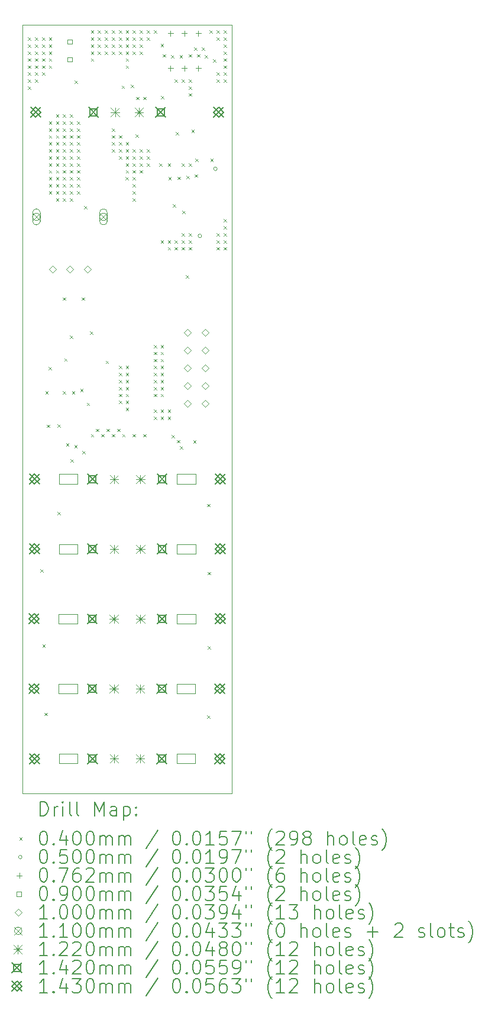
<source format=gbr>
%TF.GenerationSoftware,KiCad,Pcbnew,8.0.5+1*%
%TF.CreationDate,2024-11-27T03:26:16+08:00*%
%TF.ProjectId,MiniDiv v0.3 - Main,4d696e69-4469-4762-9076-302e33202d20,0.3*%
%TF.SameCoordinates,Original*%
%TF.FileFunction,Drillmap*%
%TF.FilePolarity,Positive*%
%FSLAX45Y45*%
G04 Gerber Fmt 4.5, Leading zero omitted, Abs format (unit mm)*
G04 Created by KiCad (PCBNEW 8.0.5+1) date 2024-11-27 03:26:16*
%MOMM*%
%LPD*%
G01*
G04 APERTURE LIST*
%ADD10C,0.100000*%
%ADD11C,0.050000*%
%ADD12C,0.200000*%
%ADD13C,0.110000*%
%ADD14C,0.122000*%
%ADD15C,0.142000*%
%ADD16C,0.143000*%
G04 APERTURE END LIST*
D10*
X9000000Y-4900000D02*
X12000000Y-4900000D01*
X12000000Y-15900000D01*
X9000000Y-15900000D01*
X9000000Y-4900000D01*
D11*
X11207500Y-14470000D02*
X11477500Y-14470000D01*
X11477500Y-14330000D01*
X11207500Y-14330000D01*
X11207500Y-14470000D01*
X9792500Y-12330000D02*
X9522500Y-12330000D01*
X9522500Y-12470000D01*
X9792500Y-12470000D01*
X9792500Y-12330000D01*
X11207500Y-15470000D02*
X11477500Y-15470000D01*
X11477500Y-15330000D01*
X11207500Y-15330000D01*
X11207500Y-15470000D01*
X11210000Y-11470000D02*
X11480000Y-11470000D01*
X11480000Y-11330000D01*
X11210000Y-11330000D01*
X11210000Y-11470000D01*
X9792500Y-11330000D02*
X9522500Y-11330000D01*
X9522500Y-11470000D01*
X9792500Y-11470000D01*
X9792500Y-11330000D01*
X11210000Y-12470000D02*
X11480000Y-12470000D01*
X11480000Y-12330000D01*
X11210000Y-12330000D01*
X11210000Y-12470000D01*
X9790000Y-14330000D02*
X9520000Y-14330000D01*
X9520000Y-14470000D01*
X9790000Y-14470000D01*
X9790000Y-14330000D01*
X9792500Y-15330000D02*
X9522500Y-15330000D01*
X9522500Y-15470000D01*
X9792500Y-15470000D01*
X9792500Y-15330000D01*
X9790000Y-13330000D02*
X9520000Y-13330000D01*
X9520000Y-13470000D01*
X9790000Y-13470000D01*
X9790000Y-13330000D01*
X11210000Y-13470000D02*
X11480000Y-13470000D01*
X11480000Y-13330000D01*
X11210000Y-13330000D01*
X11210000Y-13470000D01*
D12*
D10*
X9080000Y-5080000D02*
X9120000Y-5120000D01*
X9120000Y-5080000D02*
X9080000Y-5120000D01*
X9080000Y-5180000D02*
X9120000Y-5220000D01*
X9120000Y-5180000D02*
X9080000Y-5220000D01*
X9080000Y-5280000D02*
X9120000Y-5320000D01*
X9120000Y-5280000D02*
X9080000Y-5320000D01*
X9080000Y-5380000D02*
X9120000Y-5420000D01*
X9120000Y-5380000D02*
X9080000Y-5420000D01*
X9080000Y-5480000D02*
X9120000Y-5520000D01*
X9120000Y-5480000D02*
X9080000Y-5520000D01*
X9080000Y-5580000D02*
X9120000Y-5620000D01*
X9120000Y-5580000D02*
X9080000Y-5620000D01*
X9080000Y-5680000D02*
X9120000Y-5720000D01*
X9120000Y-5680000D02*
X9080000Y-5720000D01*
X9080000Y-5780000D02*
X9120000Y-5820000D01*
X9120000Y-5780000D02*
X9080000Y-5820000D01*
X9180000Y-5080000D02*
X9220000Y-5120000D01*
X9220000Y-5080000D02*
X9180000Y-5120000D01*
X9180000Y-5180000D02*
X9220000Y-5220000D01*
X9220000Y-5180000D02*
X9180000Y-5220000D01*
X9180000Y-5280000D02*
X9220000Y-5320000D01*
X9220000Y-5280000D02*
X9180000Y-5320000D01*
X9180000Y-5380000D02*
X9220000Y-5420000D01*
X9220000Y-5380000D02*
X9180000Y-5420000D01*
X9180000Y-5480000D02*
X9220000Y-5520000D01*
X9220000Y-5480000D02*
X9180000Y-5520000D01*
X9180000Y-5580000D02*
X9220000Y-5620000D01*
X9220000Y-5580000D02*
X9180000Y-5620000D01*
X9180000Y-5680000D02*
X9220000Y-5720000D01*
X9220000Y-5680000D02*
X9180000Y-5720000D01*
X9258000Y-12688000D02*
X9298000Y-12728000D01*
X9298000Y-12688000D02*
X9258000Y-12728000D01*
X9280000Y-5080000D02*
X9320000Y-5120000D01*
X9320000Y-5080000D02*
X9280000Y-5120000D01*
X9280000Y-5180000D02*
X9320000Y-5220000D01*
X9320000Y-5180000D02*
X9280000Y-5220000D01*
X9280000Y-5280000D02*
X9320000Y-5320000D01*
X9320000Y-5280000D02*
X9280000Y-5320000D01*
X9280000Y-5380000D02*
X9320000Y-5420000D01*
X9320000Y-5380000D02*
X9280000Y-5420000D01*
X9280000Y-5480000D02*
X9320000Y-5520000D01*
X9320000Y-5480000D02*
X9280000Y-5520000D01*
X9280000Y-5580000D02*
X9320000Y-5620000D01*
X9320000Y-5580000D02*
X9280000Y-5620000D01*
X9285000Y-13764000D02*
X9325000Y-13804000D01*
X9325000Y-13764000D02*
X9285000Y-13804000D01*
X9317000Y-14744000D02*
X9357000Y-14784000D01*
X9357000Y-14744000D02*
X9317000Y-14784000D01*
X9329000Y-10140000D02*
X9369000Y-10180000D01*
X9369000Y-10140000D02*
X9329000Y-10180000D01*
X9352500Y-10620000D02*
X9392500Y-10660000D01*
X9392500Y-10620000D02*
X9352500Y-10660000D01*
X9377500Y-9795000D02*
X9417500Y-9835000D01*
X9417500Y-9795000D02*
X9377500Y-9835000D01*
X9380000Y-5080000D02*
X9420000Y-5120000D01*
X9420000Y-5080000D02*
X9380000Y-5120000D01*
X9380000Y-5180000D02*
X9420000Y-5220000D01*
X9420000Y-5180000D02*
X9380000Y-5220000D01*
X9380000Y-5280000D02*
X9420000Y-5320000D01*
X9420000Y-5280000D02*
X9380000Y-5320000D01*
X9380000Y-5380000D02*
X9420000Y-5420000D01*
X9420000Y-5380000D02*
X9380000Y-5420000D01*
X9380000Y-5480000D02*
X9420000Y-5520000D01*
X9420000Y-5480000D02*
X9380000Y-5520000D01*
X9380000Y-6280000D02*
X9420000Y-6320000D01*
X9420000Y-6280000D02*
X9380000Y-6320000D01*
X9380000Y-6380000D02*
X9420000Y-6420000D01*
X9420000Y-6380000D02*
X9380000Y-6420000D01*
X9380000Y-6480000D02*
X9420000Y-6520000D01*
X9420000Y-6480000D02*
X9380000Y-6520000D01*
X9380000Y-6580000D02*
X9420000Y-6620000D01*
X9420000Y-6580000D02*
X9380000Y-6620000D01*
X9380000Y-6680000D02*
X9420000Y-6720000D01*
X9420000Y-6680000D02*
X9380000Y-6720000D01*
X9380000Y-6780000D02*
X9420000Y-6820000D01*
X9420000Y-6780000D02*
X9380000Y-6820000D01*
X9380000Y-6880000D02*
X9420000Y-6920000D01*
X9420000Y-6880000D02*
X9380000Y-6920000D01*
X9380000Y-6980000D02*
X9420000Y-7020000D01*
X9420000Y-6980000D02*
X9380000Y-7020000D01*
X9380000Y-7080000D02*
X9420000Y-7120000D01*
X9420000Y-7080000D02*
X9380000Y-7120000D01*
X9380000Y-7180000D02*
X9420000Y-7220000D01*
X9420000Y-7180000D02*
X9380000Y-7220000D01*
X9380000Y-7280000D02*
X9420000Y-7320000D01*
X9420000Y-7280000D02*
X9380000Y-7320000D01*
X9480000Y-6180000D02*
X9520000Y-6220000D01*
X9520000Y-6180000D02*
X9480000Y-6220000D01*
X9480000Y-6280000D02*
X9520000Y-6320000D01*
X9520000Y-6280000D02*
X9480000Y-6320000D01*
X9480000Y-6380000D02*
X9520000Y-6420000D01*
X9520000Y-6380000D02*
X9480000Y-6420000D01*
X9480000Y-6480000D02*
X9520000Y-6520000D01*
X9520000Y-6480000D02*
X9480000Y-6520000D01*
X9480000Y-6580000D02*
X9520000Y-6620000D01*
X9520000Y-6580000D02*
X9480000Y-6620000D01*
X9480000Y-6680000D02*
X9520000Y-6720000D01*
X9520000Y-6680000D02*
X9480000Y-6720000D01*
X9480000Y-6780000D02*
X9520000Y-6820000D01*
X9520000Y-6780000D02*
X9480000Y-6820000D01*
X9480000Y-6880000D02*
X9520000Y-6920000D01*
X9520000Y-6880000D02*
X9480000Y-6920000D01*
X9480000Y-6980000D02*
X9520000Y-7020000D01*
X9520000Y-6980000D02*
X9480000Y-7020000D01*
X9480000Y-7080000D02*
X9520000Y-7120000D01*
X9520000Y-7080000D02*
X9480000Y-7120000D01*
X9480000Y-7180000D02*
X9520000Y-7220000D01*
X9520000Y-7180000D02*
X9480000Y-7220000D01*
X9480000Y-7280000D02*
X9520000Y-7320000D01*
X9520000Y-7280000D02*
X9480000Y-7320000D01*
X9480000Y-7380000D02*
X9520000Y-7420000D01*
X9520000Y-7380000D02*
X9480000Y-7420000D01*
X9499920Y-10617520D02*
X9539920Y-10657520D01*
X9539920Y-10617520D02*
X9499920Y-10657520D01*
X9500000Y-11872000D02*
X9540000Y-11912000D01*
X9540000Y-11872000D02*
X9500000Y-11912000D01*
X9579250Y-8799500D02*
X9619250Y-8839500D01*
X9619250Y-8799500D02*
X9579250Y-8839500D01*
X9580000Y-6180000D02*
X9620000Y-6220000D01*
X9620000Y-6180000D02*
X9580000Y-6220000D01*
X9580000Y-6280000D02*
X9620000Y-6320000D01*
X9620000Y-6280000D02*
X9580000Y-6320000D01*
X9580000Y-6380000D02*
X9620000Y-6420000D01*
X9620000Y-6380000D02*
X9580000Y-6420000D01*
X9580000Y-6480000D02*
X9620000Y-6520000D01*
X9620000Y-6480000D02*
X9580000Y-6520000D01*
X9580000Y-6580000D02*
X9620000Y-6620000D01*
X9620000Y-6580000D02*
X9580000Y-6620000D01*
X9580000Y-6680000D02*
X9620000Y-6720000D01*
X9620000Y-6680000D02*
X9580000Y-6720000D01*
X9580000Y-6780000D02*
X9620000Y-6820000D01*
X9620000Y-6780000D02*
X9580000Y-6820000D01*
X9580000Y-6880000D02*
X9620000Y-6920000D01*
X9620000Y-6880000D02*
X9580000Y-6920000D01*
X9580000Y-6980000D02*
X9620000Y-7020000D01*
X9620000Y-6980000D02*
X9580000Y-7020000D01*
X9580000Y-7080000D02*
X9620000Y-7120000D01*
X9620000Y-7080000D02*
X9580000Y-7120000D01*
X9580000Y-7180000D02*
X9620000Y-7220000D01*
X9620000Y-7180000D02*
X9580000Y-7220000D01*
X9580000Y-7280000D02*
X9620000Y-7320000D01*
X9620000Y-7280000D02*
X9580000Y-7320000D01*
X9580000Y-7380000D02*
X9620000Y-7420000D01*
X9620000Y-7380000D02*
X9580000Y-7420000D01*
X9580000Y-10140000D02*
X9620000Y-10180000D01*
X9620000Y-10140000D02*
X9580000Y-10180000D01*
X9598500Y-9673000D02*
X9638500Y-9713000D01*
X9638500Y-9673000D02*
X9598500Y-9713000D01*
X9625000Y-10886000D02*
X9665000Y-10926000D01*
X9665000Y-10886000D02*
X9625000Y-10926000D01*
X9680000Y-6180000D02*
X9720000Y-6220000D01*
X9720000Y-6180000D02*
X9680000Y-6220000D01*
X9680000Y-6280000D02*
X9720000Y-6320000D01*
X9720000Y-6280000D02*
X9680000Y-6320000D01*
X9680000Y-6380000D02*
X9720000Y-6420000D01*
X9720000Y-6380000D02*
X9680000Y-6420000D01*
X9680000Y-6480000D02*
X9720000Y-6520000D01*
X9720000Y-6480000D02*
X9680000Y-6520000D01*
X9680000Y-6580000D02*
X9720000Y-6620000D01*
X9720000Y-6580000D02*
X9680000Y-6620000D01*
X9680000Y-6680000D02*
X9720000Y-6720000D01*
X9720000Y-6680000D02*
X9680000Y-6720000D01*
X9680000Y-6780000D02*
X9720000Y-6820000D01*
X9720000Y-6780000D02*
X9680000Y-6820000D01*
X9680000Y-6880000D02*
X9720000Y-6920000D01*
X9720000Y-6880000D02*
X9680000Y-6920000D01*
X9680000Y-6980000D02*
X9720000Y-7020000D01*
X9720000Y-6980000D02*
X9680000Y-7020000D01*
X9680000Y-7080000D02*
X9720000Y-7120000D01*
X9720000Y-7080000D02*
X9680000Y-7120000D01*
X9680000Y-7180000D02*
X9720000Y-7220000D01*
X9720000Y-7180000D02*
X9680000Y-7220000D01*
X9680000Y-7280000D02*
X9720000Y-7320000D01*
X9720000Y-7280000D02*
X9680000Y-7320000D01*
X9680000Y-7380000D02*
X9720000Y-7420000D01*
X9720000Y-7380000D02*
X9680000Y-7420000D01*
X9680000Y-9347500D02*
X9720000Y-9387500D01*
X9720000Y-9347500D02*
X9680000Y-9387500D01*
X9687000Y-11115000D02*
X9727000Y-11155000D01*
X9727000Y-11115000D02*
X9687000Y-11155000D01*
X9710000Y-10140000D02*
X9750000Y-10180000D01*
X9750000Y-10140000D02*
X9710000Y-10180000D01*
X9744000Y-10913000D02*
X9784000Y-10953000D01*
X9784000Y-10913000D02*
X9744000Y-10953000D01*
X9750000Y-5695000D02*
X9790000Y-5735000D01*
X9790000Y-5695000D02*
X9750000Y-5735000D01*
X9780000Y-6280000D02*
X9820000Y-6320000D01*
X9820000Y-6280000D02*
X9780000Y-6320000D01*
X9780000Y-6380000D02*
X9820000Y-6420000D01*
X9820000Y-6380000D02*
X9780000Y-6420000D01*
X9780000Y-6480000D02*
X9820000Y-6520000D01*
X9820000Y-6480000D02*
X9780000Y-6520000D01*
X9780000Y-6580000D02*
X9820000Y-6620000D01*
X9820000Y-6580000D02*
X9780000Y-6620000D01*
X9780000Y-6680000D02*
X9820000Y-6720000D01*
X9820000Y-6680000D02*
X9780000Y-6720000D01*
X9780000Y-6780000D02*
X9820000Y-6820000D01*
X9820000Y-6780000D02*
X9780000Y-6820000D01*
X9780000Y-6880000D02*
X9820000Y-6920000D01*
X9820000Y-6880000D02*
X9780000Y-6920000D01*
X9780000Y-6980000D02*
X9820000Y-7020000D01*
X9820000Y-6980000D02*
X9780000Y-7020000D01*
X9780000Y-7080000D02*
X9820000Y-7120000D01*
X9820000Y-7080000D02*
X9780000Y-7120000D01*
X9780000Y-7180000D02*
X9820000Y-7220000D01*
X9820000Y-7180000D02*
X9780000Y-7220000D01*
X9780000Y-7280000D02*
X9820000Y-7320000D01*
X9820000Y-7280000D02*
X9780000Y-7320000D01*
X9827235Y-10109765D02*
X9867235Y-10149765D01*
X9867235Y-10109765D02*
X9827235Y-10149765D01*
X9849250Y-8799500D02*
X9889250Y-8839500D01*
X9889250Y-8799500D02*
X9849250Y-8839500D01*
X9860000Y-10998000D02*
X9900000Y-11038000D01*
X9900000Y-10998000D02*
X9860000Y-11038000D01*
X9880000Y-7490000D02*
X9920000Y-7530000D01*
X9920000Y-7490000D02*
X9880000Y-7530000D01*
X9921560Y-10307640D02*
X9961560Y-10347640D01*
X9961560Y-10307640D02*
X9921560Y-10347640D01*
X9966000Y-9289500D02*
X10006000Y-9329500D01*
X10006000Y-9289500D02*
X9966000Y-9329500D01*
X9980000Y-4980000D02*
X10020000Y-5020000D01*
X10020000Y-4980000D02*
X9980000Y-5020000D01*
X9980000Y-5080000D02*
X10020000Y-5120000D01*
X10020000Y-5080000D02*
X9980000Y-5120000D01*
X9980000Y-5180000D02*
X10020000Y-5220000D01*
X10020000Y-5180000D02*
X9980000Y-5220000D01*
X9980000Y-5280000D02*
X10020000Y-5320000D01*
X10020000Y-5280000D02*
X9980000Y-5320000D01*
X9980000Y-5380000D02*
X10020000Y-5420000D01*
X10020000Y-5380000D02*
X9980000Y-5420000D01*
X9980000Y-10755000D02*
X10020000Y-10795000D01*
X10020000Y-10755000D02*
X9980000Y-10795000D01*
X10055000Y-10680000D02*
X10095000Y-10720000D01*
X10095000Y-10680000D02*
X10055000Y-10720000D01*
X10080000Y-4980000D02*
X10120000Y-5020000D01*
X10120000Y-4980000D02*
X10080000Y-5020000D01*
X10080000Y-5080000D02*
X10120000Y-5120000D01*
X10120000Y-5080000D02*
X10080000Y-5120000D01*
X10080000Y-5180000D02*
X10120000Y-5220000D01*
X10120000Y-5180000D02*
X10080000Y-5220000D01*
X10080000Y-5280000D02*
X10120000Y-5320000D01*
X10120000Y-5280000D02*
X10080000Y-5320000D01*
X10130000Y-10755000D02*
X10170000Y-10795000D01*
X10170000Y-10755000D02*
X10130000Y-10795000D01*
X10180000Y-4980000D02*
X10220000Y-5020000D01*
X10220000Y-4980000D02*
X10180000Y-5020000D01*
X10180000Y-5080000D02*
X10220000Y-5120000D01*
X10220000Y-5080000D02*
X10180000Y-5120000D01*
X10180000Y-5180000D02*
X10220000Y-5220000D01*
X10220000Y-5180000D02*
X10180000Y-5220000D01*
X10180000Y-5280000D02*
X10220000Y-5320000D01*
X10220000Y-5280000D02*
X10180000Y-5320000D01*
X10192840Y-9705160D02*
X10232840Y-9745160D01*
X10232840Y-9705160D02*
X10192840Y-9745160D01*
X10205000Y-10680000D02*
X10245000Y-10720000D01*
X10245000Y-10680000D02*
X10205000Y-10720000D01*
X10280000Y-4980000D02*
X10320000Y-5020000D01*
X10320000Y-4980000D02*
X10280000Y-5020000D01*
X10280000Y-5080000D02*
X10320000Y-5120000D01*
X10320000Y-5080000D02*
X10280000Y-5120000D01*
X10280000Y-5180000D02*
X10320000Y-5220000D01*
X10320000Y-5180000D02*
X10280000Y-5220000D01*
X10280000Y-5280000D02*
X10320000Y-5320000D01*
X10320000Y-5280000D02*
X10280000Y-5320000D01*
X10280000Y-6380000D02*
X10320000Y-6420000D01*
X10320000Y-6380000D02*
X10280000Y-6420000D01*
X10280000Y-6480000D02*
X10320000Y-6520000D01*
X10320000Y-6480000D02*
X10280000Y-6520000D01*
X10280000Y-6580000D02*
X10320000Y-6620000D01*
X10320000Y-6580000D02*
X10280000Y-6620000D01*
X10280000Y-6680000D02*
X10320000Y-6720000D01*
X10320000Y-6680000D02*
X10280000Y-6720000D01*
X10280000Y-10755000D02*
X10320000Y-10795000D01*
X10320000Y-10755000D02*
X10280000Y-10795000D01*
X10355000Y-10680000D02*
X10395000Y-10720000D01*
X10395000Y-10680000D02*
X10355000Y-10720000D01*
X10380000Y-4980000D02*
X10420000Y-5020000D01*
X10420000Y-4980000D02*
X10380000Y-5020000D01*
X10380000Y-5080000D02*
X10420000Y-5120000D01*
X10420000Y-5080000D02*
X10380000Y-5120000D01*
X10380000Y-5180000D02*
X10420000Y-5220000D01*
X10420000Y-5180000D02*
X10380000Y-5220000D01*
X10380000Y-5280000D02*
X10420000Y-5320000D01*
X10420000Y-5280000D02*
X10380000Y-5320000D01*
X10380000Y-6480000D02*
X10420000Y-6520000D01*
X10420000Y-6480000D02*
X10380000Y-6520000D01*
X10380000Y-6580000D02*
X10420000Y-6620000D01*
X10420000Y-6580000D02*
X10380000Y-6620000D01*
X10380000Y-6680000D02*
X10420000Y-6720000D01*
X10420000Y-6680000D02*
X10380000Y-6720000D01*
X10380000Y-6780000D02*
X10420000Y-6820000D01*
X10420000Y-6780000D02*
X10380000Y-6820000D01*
X10380000Y-9780000D02*
X10420000Y-9820000D01*
X10420000Y-9780000D02*
X10380000Y-9820000D01*
X10380000Y-9880000D02*
X10420000Y-9920000D01*
X10420000Y-9880000D02*
X10380000Y-9920000D01*
X10380000Y-9980000D02*
X10420000Y-10020000D01*
X10420000Y-9980000D02*
X10380000Y-10020000D01*
X10380000Y-10080000D02*
X10420000Y-10120000D01*
X10420000Y-10080000D02*
X10380000Y-10120000D01*
X10380000Y-10180000D02*
X10420000Y-10220000D01*
X10420000Y-10180000D02*
X10380000Y-10220000D01*
X10380000Y-10280000D02*
X10420000Y-10320000D01*
X10420000Y-10280000D02*
X10380000Y-10320000D01*
X10420000Y-5770000D02*
X10460000Y-5810000D01*
X10460000Y-5770000D02*
X10420000Y-5810000D01*
X10430000Y-10755000D02*
X10470000Y-10795000D01*
X10470000Y-10755000D02*
X10430000Y-10795000D01*
X10475000Y-7080000D02*
X10515000Y-7120000D01*
X10515000Y-7080000D02*
X10475000Y-7120000D01*
X10480000Y-4980000D02*
X10520000Y-5020000D01*
X10520000Y-4980000D02*
X10480000Y-5020000D01*
X10480000Y-5080000D02*
X10520000Y-5120000D01*
X10520000Y-5080000D02*
X10480000Y-5120000D01*
X10480000Y-5180000D02*
X10520000Y-5220000D01*
X10520000Y-5180000D02*
X10480000Y-5220000D01*
X10480000Y-5280000D02*
X10520000Y-5320000D01*
X10520000Y-5280000D02*
X10480000Y-5320000D01*
X10480000Y-5380000D02*
X10520000Y-5420000D01*
X10520000Y-5380000D02*
X10480000Y-5420000D01*
X10480000Y-5480000D02*
X10520000Y-5520000D01*
X10520000Y-5480000D02*
X10480000Y-5520000D01*
X10480000Y-6580000D02*
X10520000Y-6620000D01*
X10520000Y-6580000D02*
X10480000Y-6620000D01*
X10480000Y-6680000D02*
X10520000Y-6720000D01*
X10520000Y-6680000D02*
X10480000Y-6720000D01*
X10480000Y-6780000D02*
X10520000Y-6820000D01*
X10520000Y-6780000D02*
X10480000Y-6820000D01*
X10480000Y-6880000D02*
X10520000Y-6920000D01*
X10520000Y-6880000D02*
X10480000Y-6920000D01*
X10480000Y-6980000D02*
X10520000Y-7020000D01*
X10520000Y-6980000D02*
X10480000Y-7020000D01*
X10480000Y-9780000D02*
X10520000Y-9820000D01*
X10520000Y-9780000D02*
X10480000Y-9820000D01*
X10480000Y-9880000D02*
X10520000Y-9920000D01*
X10520000Y-9880000D02*
X10480000Y-9920000D01*
X10480000Y-9980000D02*
X10520000Y-10020000D01*
X10520000Y-9980000D02*
X10480000Y-10020000D01*
X10480000Y-10080000D02*
X10520000Y-10120000D01*
X10520000Y-10080000D02*
X10480000Y-10120000D01*
X10480000Y-10180000D02*
X10520000Y-10220000D01*
X10520000Y-10180000D02*
X10480000Y-10220000D01*
X10480000Y-10280000D02*
X10520000Y-10320000D01*
X10520000Y-10280000D02*
X10480000Y-10320000D01*
X10480000Y-10380000D02*
X10520000Y-10420000D01*
X10520000Y-10380000D02*
X10480000Y-10420000D01*
X10550322Y-5753978D02*
X10590322Y-5793978D01*
X10590322Y-5753978D02*
X10550322Y-5793978D01*
X10580000Y-4980000D02*
X10620000Y-5020000D01*
X10620000Y-4980000D02*
X10580000Y-5020000D01*
X10580000Y-5080000D02*
X10620000Y-5120000D01*
X10620000Y-5080000D02*
X10580000Y-5120000D01*
X10580000Y-5180000D02*
X10620000Y-5220000D01*
X10620000Y-5180000D02*
X10580000Y-5220000D01*
X10580000Y-5280000D02*
X10620000Y-5320000D01*
X10620000Y-5280000D02*
X10580000Y-5320000D01*
X10580000Y-6680000D02*
X10620000Y-6720000D01*
X10620000Y-6680000D02*
X10580000Y-6720000D01*
X10580000Y-6780000D02*
X10620000Y-6820000D01*
X10620000Y-6780000D02*
X10580000Y-6820000D01*
X10580000Y-6880000D02*
X10620000Y-6920000D01*
X10620000Y-6880000D02*
X10580000Y-6920000D01*
X10580000Y-6980000D02*
X10620000Y-7020000D01*
X10620000Y-6980000D02*
X10580000Y-7020000D01*
X10580000Y-7080000D02*
X10620000Y-7120000D01*
X10620000Y-7080000D02*
X10580000Y-7120000D01*
X10580000Y-7180000D02*
X10620000Y-7220000D01*
X10620000Y-7180000D02*
X10580000Y-7220000D01*
X10580000Y-7280000D02*
X10620000Y-7320000D01*
X10620000Y-7280000D02*
X10580000Y-7320000D01*
X10580000Y-7380000D02*
X10620000Y-7420000D01*
X10620000Y-7380000D02*
X10580000Y-7420000D01*
X10580000Y-10755000D02*
X10620000Y-10795000D01*
X10620000Y-10755000D02*
X10580000Y-10795000D01*
X10620000Y-6467500D02*
X10660000Y-6507500D01*
X10660000Y-6467500D02*
X10620000Y-6507500D01*
X10630000Y-5930000D02*
X10670000Y-5970000D01*
X10670000Y-5930000D02*
X10630000Y-5970000D01*
X10680000Y-4980000D02*
X10720000Y-5020000D01*
X10720000Y-4980000D02*
X10680000Y-5020000D01*
X10680000Y-5080000D02*
X10720000Y-5120000D01*
X10720000Y-5080000D02*
X10680000Y-5120000D01*
X10680000Y-5180000D02*
X10720000Y-5220000D01*
X10720000Y-5180000D02*
X10680000Y-5220000D01*
X10680000Y-5280000D02*
X10720000Y-5320000D01*
X10720000Y-5280000D02*
X10680000Y-5320000D01*
X10680000Y-6680000D02*
X10720000Y-6720000D01*
X10720000Y-6680000D02*
X10680000Y-6720000D01*
X10680000Y-6780000D02*
X10720000Y-6820000D01*
X10720000Y-6780000D02*
X10680000Y-6820000D01*
X10680000Y-6880000D02*
X10720000Y-6920000D01*
X10720000Y-6880000D02*
X10680000Y-6920000D01*
X10680000Y-6980000D02*
X10720000Y-7020000D01*
X10720000Y-6980000D02*
X10680000Y-7020000D01*
X10730000Y-5930000D02*
X10770000Y-5970000D01*
X10770000Y-5930000D02*
X10730000Y-5970000D01*
X10730000Y-10755000D02*
X10770000Y-10795000D01*
X10770000Y-10755000D02*
X10730000Y-10795000D01*
X10780000Y-4980000D02*
X10820000Y-5020000D01*
X10820000Y-4980000D02*
X10780000Y-5020000D01*
X10780000Y-5080000D02*
X10820000Y-5120000D01*
X10820000Y-5080000D02*
X10780000Y-5120000D01*
X10780000Y-6680000D02*
X10820000Y-6720000D01*
X10820000Y-6680000D02*
X10780000Y-6720000D01*
X10780000Y-6780000D02*
X10820000Y-6820000D01*
X10820000Y-6780000D02*
X10780000Y-6820000D01*
X10780000Y-6880000D02*
X10820000Y-6920000D01*
X10820000Y-6880000D02*
X10780000Y-6920000D01*
X10880000Y-4980000D02*
X10920000Y-5020000D01*
X10920000Y-4980000D02*
X10880000Y-5020000D01*
X10880000Y-9480000D02*
X10920000Y-9520000D01*
X10920000Y-9480000D02*
X10880000Y-9520000D01*
X10880000Y-9580000D02*
X10920000Y-9620000D01*
X10920000Y-9580000D02*
X10880000Y-9620000D01*
X10880000Y-9680000D02*
X10920000Y-9720000D01*
X10920000Y-9680000D02*
X10880000Y-9720000D01*
X10880000Y-9780000D02*
X10920000Y-9820000D01*
X10920000Y-9780000D02*
X10880000Y-9820000D01*
X10880000Y-9880000D02*
X10920000Y-9920000D01*
X10920000Y-9880000D02*
X10880000Y-9920000D01*
X10880000Y-9980000D02*
X10920000Y-10020000D01*
X10920000Y-9980000D02*
X10880000Y-10020000D01*
X10880000Y-10080000D02*
X10920000Y-10120000D01*
X10920000Y-10080000D02*
X10880000Y-10120000D01*
X10880000Y-10180000D02*
X10920000Y-10220000D01*
X10920000Y-10180000D02*
X10880000Y-10220000D01*
X10880000Y-10405000D02*
X10920000Y-10445000D01*
X10920000Y-10405000D02*
X10880000Y-10445000D01*
X10880000Y-10505000D02*
X10920000Y-10545000D01*
X10920000Y-10505000D02*
X10880000Y-10545000D01*
X10959000Y-6882000D02*
X10999000Y-6922000D01*
X10999000Y-6882000D02*
X10959000Y-6922000D01*
X10980000Y-5175000D02*
X11020000Y-5215000D01*
X11020000Y-5175000D02*
X10980000Y-5215000D01*
X10980000Y-7980000D02*
X11020000Y-8020000D01*
X11020000Y-7980000D02*
X10980000Y-8020000D01*
X10980000Y-9480000D02*
X11020000Y-9520000D01*
X11020000Y-9480000D02*
X10980000Y-9520000D01*
X10980000Y-9580000D02*
X11020000Y-9620000D01*
X11020000Y-9580000D02*
X10980000Y-9620000D01*
X10980000Y-9680000D02*
X11020000Y-9720000D01*
X11020000Y-9680000D02*
X10980000Y-9720000D01*
X10980000Y-9780000D02*
X11020000Y-9820000D01*
X11020000Y-9780000D02*
X10980000Y-9820000D01*
X10980000Y-9880000D02*
X11020000Y-9920000D01*
X11020000Y-9880000D02*
X10980000Y-9920000D01*
X10980000Y-9980000D02*
X11020000Y-10020000D01*
X11020000Y-9980000D02*
X10980000Y-10020000D01*
X10980000Y-10080000D02*
X11020000Y-10120000D01*
X11020000Y-10080000D02*
X10980000Y-10120000D01*
X10980000Y-10180000D02*
X11020000Y-10220000D01*
X11020000Y-10180000D02*
X10980000Y-10220000D01*
X10980000Y-10405000D02*
X11020000Y-10445000D01*
X11020000Y-10405000D02*
X10980000Y-10445000D01*
X10980000Y-10505000D02*
X11020000Y-10545000D01*
X11020000Y-10505000D02*
X10980000Y-10545000D01*
X10985000Y-5920000D02*
X11025000Y-5960000D01*
X11025000Y-5920000D02*
X10985000Y-5960000D01*
X11010000Y-5320000D02*
X11050000Y-5360000D01*
X11050000Y-5320000D02*
X11010000Y-5360000D01*
X11080000Y-6880000D02*
X11120000Y-6920000D01*
X11120000Y-6880000D02*
X11080000Y-6920000D01*
X11080000Y-7980000D02*
X11120000Y-8020000D01*
X11120000Y-7980000D02*
X11080000Y-8020000D01*
X11080000Y-8080000D02*
X11120000Y-8120000D01*
X11120000Y-8080000D02*
X11080000Y-8120000D01*
X11080000Y-10405000D02*
X11120000Y-10445000D01*
X11120000Y-10405000D02*
X11080000Y-10445000D01*
X11080000Y-10505000D02*
X11120000Y-10545000D01*
X11120000Y-10505000D02*
X11080000Y-10545000D01*
X11090000Y-7075000D02*
X11130000Y-7115000D01*
X11130000Y-7075000D02*
X11090000Y-7115000D01*
X11130000Y-5330000D02*
X11170000Y-5370000D01*
X11170000Y-5330000D02*
X11130000Y-5370000D01*
X11135369Y-10767500D02*
X11175369Y-10807500D01*
X11175369Y-10767500D02*
X11135369Y-10807500D01*
X11150906Y-7467500D02*
X11190906Y-7507500D01*
X11190906Y-7467500D02*
X11150906Y-7507500D01*
X11180000Y-5680000D02*
X11220000Y-5720000D01*
X11220000Y-5680000D02*
X11180000Y-5720000D01*
X11180000Y-7980000D02*
X11220000Y-8020000D01*
X11220000Y-7980000D02*
X11180000Y-8020000D01*
X11180000Y-8080000D02*
X11220000Y-8120000D01*
X11220000Y-8080000D02*
X11180000Y-8120000D01*
X11195000Y-6435000D02*
X11235000Y-6475000D01*
X11235000Y-6435000D02*
X11195000Y-6475000D01*
X11213000Y-10840000D02*
X11253000Y-10880000D01*
X11253000Y-10840000D02*
X11213000Y-10880000D01*
X11221915Y-7071915D02*
X11261915Y-7111915D01*
X11261915Y-7071915D02*
X11221915Y-7111915D01*
X11250000Y-5330000D02*
X11290000Y-5370000D01*
X11290000Y-5330000D02*
X11250000Y-5370000D01*
X11254380Y-10931037D02*
X11294380Y-10971037D01*
X11294380Y-10931037D02*
X11254380Y-10971037D01*
X11280000Y-5680000D02*
X11320000Y-5720000D01*
X11320000Y-5680000D02*
X11280000Y-5720000D01*
X11280000Y-6880000D02*
X11320000Y-6920000D01*
X11320000Y-6880000D02*
X11280000Y-6920000D01*
X11280000Y-7880000D02*
X11320000Y-7920000D01*
X11320000Y-7880000D02*
X11280000Y-7920000D01*
X11280000Y-7980000D02*
X11320000Y-8020000D01*
X11320000Y-7980000D02*
X11280000Y-8020000D01*
X11280000Y-8080000D02*
X11320000Y-8120000D01*
X11320000Y-8080000D02*
X11280000Y-8120000D01*
X11290775Y-7560775D02*
X11330775Y-7600775D01*
X11330775Y-7560775D02*
X11290775Y-7600775D01*
X11341000Y-8481000D02*
X11381000Y-8521000D01*
X11381000Y-8481000D02*
X11341000Y-8521000D01*
X11350000Y-7060000D02*
X11390000Y-7100000D01*
X11390000Y-7060000D02*
X11350000Y-7100000D01*
X11380000Y-5320000D02*
X11420000Y-5360000D01*
X11420000Y-5320000D02*
X11380000Y-5360000D01*
X11380000Y-5680000D02*
X11420000Y-5720000D01*
X11420000Y-5680000D02*
X11380000Y-5720000D01*
X11380000Y-5780000D02*
X11420000Y-5820000D01*
X11420000Y-5780000D02*
X11380000Y-5820000D01*
X11380000Y-5880000D02*
X11420000Y-5920000D01*
X11420000Y-5880000D02*
X11380000Y-5920000D01*
X11380000Y-6880000D02*
X11420000Y-6920000D01*
X11420000Y-6880000D02*
X11380000Y-6920000D01*
X11380000Y-7880000D02*
X11420000Y-7920000D01*
X11420000Y-7880000D02*
X11380000Y-7920000D01*
X11380000Y-7980000D02*
X11420000Y-8020000D01*
X11420000Y-7980000D02*
X11380000Y-8020000D01*
X11380000Y-8080000D02*
X11420000Y-8120000D01*
X11420000Y-8080000D02*
X11380000Y-8120000D01*
X11420000Y-6397500D02*
X11460000Y-6437500D01*
X11460000Y-6397500D02*
X11420000Y-6437500D01*
X11445000Y-10842000D02*
X11485000Y-10882000D01*
X11485000Y-10842000D02*
X11445000Y-10882000D01*
X11460000Y-5220000D02*
X11500000Y-5260000D01*
X11500000Y-5220000D02*
X11460000Y-5260000D01*
X11467500Y-7040000D02*
X11507500Y-7080000D01*
X11507500Y-7040000D02*
X11467500Y-7080000D01*
X11475000Y-6815000D02*
X11515000Y-6855000D01*
X11515000Y-6815000D02*
X11475000Y-6855000D01*
X11500000Y-5320000D02*
X11540000Y-5360000D01*
X11540000Y-5320000D02*
X11500000Y-5360000D01*
X11570000Y-5220000D02*
X11610000Y-5260000D01*
X11610000Y-5220000D02*
X11570000Y-5260000D01*
X11610000Y-5330000D02*
X11650000Y-5370000D01*
X11650000Y-5330000D02*
X11610000Y-5370000D01*
X11642000Y-11754000D02*
X11682000Y-11794000D01*
X11682000Y-11754000D02*
X11642000Y-11794000D01*
X11646000Y-14784000D02*
X11686000Y-14824000D01*
X11686000Y-14784000D02*
X11646000Y-14824000D01*
X11650000Y-13789000D02*
X11690000Y-13829000D01*
X11690000Y-13789000D02*
X11650000Y-13829000D01*
X11655000Y-12729000D02*
X11695000Y-12769000D01*
X11695000Y-12729000D02*
X11655000Y-12769000D01*
X11680000Y-4980000D02*
X11720000Y-5020000D01*
X11720000Y-4980000D02*
X11680000Y-5020000D01*
X11690000Y-6815000D02*
X11730000Y-6855000D01*
X11730000Y-6815000D02*
X11690000Y-6855000D01*
X11730000Y-5390000D02*
X11770000Y-5430000D01*
X11770000Y-5390000D02*
X11730000Y-5430000D01*
X11780000Y-4980000D02*
X11820000Y-5020000D01*
X11820000Y-4980000D02*
X11780000Y-5020000D01*
X11780000Y-5080000D02*
X11820000Y-5120000D01*
X11820000Y-5080000D02*
X11780000Y-5120000D01*
X11780000Y-5580000D02*
X11820000Y-5620000D01*
X11820000Y-5580000D02*
X11780000Y-5620000D01*
X11780000Y-5680000D02*
X11820000Y-5720000D01*
X11820000Y-5680000D02*
X11780000Y-5720000D01*
X11780000Y-7880000D02*
X11820000Y-7920000D01*
X11820000Y-7880000D02*
X11780000Y-7920000D01*
X11780000Y-7980000D02*
X11820000Y-8020000D01*
X11820000Y-7980000D02*
X11780000Y-8020000D01*
X11780000Y-8080000D02*
X11820000Y-8120000D01*
X11820000Y-8080000D02*
X11780000Y-8120000D01*
X11880000Y-4980000D02*
X11920000Y-5020000D01*
X11920000Y-4980000D02*
X11880000Y-5020000D01*
X11880000Y-5080000D02*
X11920000Y-5120000D01*
X11920000Y-5080000D02*
X11880000Y-5120000D01*
X11880000Y-5180000D02*
X11920000Y-5220000D01*
X11920000Y-5180000D02*
X11880000Y-5220000D01*
X11880000Y-5280000D02*
X11920000Y-5320000D01*
X11920000Y-5280000D02*
X11880000Y-5320000D01*
X11880000Y-5380000D02*
X11920000Y-5420000D01*
X11920000Y-5380000D02*
X11880000Y-5420000D01*
X11880000Y-5480000D02*
X11920000Y-5520000D01*
X11920000Y-5480000D02*
X11880000Y-5520000D01*
X11880000Y-5580000D02*
X11920000Y-5620000D01*
X11920000Y-5580000D02*
X11880000Y-5620000D01*
X11880000Y-5680000D02*
X11920000Y-5720000D01*
X11920000Y-5680000D02*
X11880000Y-5720000D01*
X11880000Y-7680000D02*
X11920000Y-7720000D01*
X11920000Y-7680000D02*
X11880000Y-7720000D01*
X11880000Y-7780000D02*
X11920000Y-7820000D01*
X11920000Y-7780000D02*
X11880000Y-7820000D01*
X11880000Y-7880000D02*
X11920000Y-7920000D01*
X11920000Y-7880000D02*
X11880000Y-7920000D01*
X11880000Y-7980000D02*
X11920000Y-8020000D01*
X11920000Y-7980000D02*
X11880000Y-8020000D01*
X11880000Y-8080000D02*
X11920000Y-8120000D01*
X11920000Y-8080000D02*
X11880000Y-8120000D01*
X11565000Y-7920000D02*
G75*
G02*
X11515000Y-7920000I-25000J0D01*
G01*
X11515000Y-7920000D02*
G75*
G02*
X11565000Y-7920000I25000J0D01*
G01*
X11787500Y-6960000D02*
G75*
G02*
X11737500Y-6960000I-25000J0D01*
G01*
X11737500Y-6960000D02*
G75*
G02*
X11787500Y-6960000I25000J0D01*
G01*
X11120000Y-4981900D02*
X11120000Y-5058100D01*
X11081900Y-5020000D02*
X11158100Y-5020000D01*
X11120000Y-5481900D02*
X11120000Y-5558100D01*
X11081900Y-5520000D02*
X11158100Y-5520000D01*
X11320000Y-4981900D02*
X11320000Y-5058100D01*
X11281900Y-5020000D02*
X11358100Y-5020000D01*
X11320000Y-5481900D02*
X11320000Y-5558100D01*
X11281900Y-5520000D02*
X11358100Y-5520000D01*
X11520000Y-4981900D02*
X11520000Y-5058100D01*
X11481900Y-5020000D02*
X11558100Y-5020000D01*
X11520000Y-5481900D02*
X11520000Y-5558100D01*
X11481900Y-5520000D02*
X11558100Y-5520000D01*
X9711820Y-5174320D02*
X9711820Y-5110680D01*
X9648180Y-5110680D01*
X9648180Y-5174320D01*
X9711820Y-5174320D01*
X9711820Y-5428320D02*
X9711820Y-5364680D01*
X9648180Y-5364680D01*
X9648180Y-5428320D01*
X9711820Y-5428320D01*
X9430000Y-8447500D02*
X9480000Y-8397500D01*
X9430000Y-8347500D01*
X9380000Y-8397500D01*
X9430000Y-8447500D01*
X9680000Y-8447500D02*
X9730000Y-8397500D01*
X9680000Y-8347500D01*
X9630000Y-8397500D01*
X9680000Y-8447500D01*
X9930000Y-8447500D02*
X9980000Y-8397500D01*
X9930000Y-8347500D01*
X9880000Y-8397500D01*
X9930000Y-8447500D01*
X11361000Y-9350000D02*
X11411000Y-9300000D01*
X11361000Y-9250000D01*
X11311000Y-9300000D01*
X11361000Y-9350000D01*
X11361000Y-9604000D02*
X11411000Y-9554000D01*
X11361000Y-9504000D01*
X11311000Y-9554000D01*
X11361000Y-9604000D01*
X11361000Y-9858000D02*
X11411000Y-9808000D01*
X11361000Y-9758000D01*
X11311000Y-9808000D01*
X11361000Y-9858000D01*
X11361000Y-10112000D02*
X11411000Y-10062000D01*
X11361000Y-10012000D01*
X11311000Y-10062000D01*
X11361000Y-10112000D01*
X11361000Y-10366000D02*
X11411000Y-10316000D01*
X11361000Y-10266000D01*
X11311000Y-10316000D01*
X11361000Y-10366000D01*
X11615000Y-9350000D02*
X11665000Y-9300000D01*
X11615000Y-9250000D01*
X11565000Y-9300000D01*
X11615000Y-9350000D01*
X11615000Y-9604000D02*
X11665000Y-9554000D01*
X11615000Y-9504000D01*
X11565000Y-9554000D01*
X11615000Y-9604000D01*
X11615000Y-9858000D02*
X11665000Y-9808000D01*
X11615000Y-9758000D01*
X11565000Y-9808000D01*
X11615000Y-9858000D01*
X11615000Y-10112000D02*
X11665000Y-10062000D01*
X11615000Y-10012000D01*
X11565000Y-10062000D01*
X11615000Y-10112000D01*
X11615000Y-10366000D02*
X11665000Y-10316000D01*
X11615000Y-10266000D01*
X11565000Y-10316000D01*
X11615000Y-10366000D01*
D13*
X9145000Y-7592500D02*
X9255000Y-7702500D01*
X9255000Y-7592500D02*
X9145000Y-7702500D01*
X9255000Y-7647500D02*
G75*
G02*
X9145000Y-7647500I-55000J0D01*
G01*
X9145000Y-7647500D02*
G75*
G02*
X9255000Y-7647500I55000J0D01*
G01*
D10*
X9255000Y-7707500D02*
X9255000Y-7587500D01*
X9145000Y-7587500D02*
G75*
G02*
X9255000Y-7587500I55000J0D01*
G01*
X9145000Y-7587500D02*
X9145000Y-7707500D01*
X9145000Y-7707500D02*
G75*
G03*
X9255000Y-7707500I55000J0D01*
G01*
D13*
X10105000Y-7592500D02*
X10215000Y-7702500D01*
X10215000Y-7592500D02*
X10105000Y-7702500D01*
X10215000Y-7647500D02*
G75*
G02*
X10105000Y-7647500I-55000J0D01*
G01*
X10105000Y-7647500D02*
G75*
G02*
X10215000Y-7647500I55000J0D01*
G01*
D10*
X10215000Y-7707500D02*
X10215000Y-7587500D01*
X10105000Y-7587500D02*
G75*
G02*
X10215000Y-7587500I55000J0D01*
G01*
X10105000Y-7587500D02*
X10105000Y-7707500D01*
X10105000Y-7707500D02*
G75*
G03*
X10215000Y-7707500I55000J0D01*
G01*
D14*
X10249000Y-13339000D02*
X10371000Y-13461000D01*
X10371000Y-13339000D02*
X10249000Y-13461000D01*
X10310000Y-13339000D02*
X10310000Y-13461000D01*
X10249000Y-13400000D02*
X10371000Y-13400000D01*
X10249000Y-14339000D02*
X10371000Y-14461000D01*
X10371000Y-14339000D02*
X10249000Y-14461000D01*
X10310000Y-14339000D02*
X10310000Y-14461000D01*
X10249000Y-14400000D02*
X10371000Y-14400000D01*
X10251500Y-11339000D02*
X10373500Y-11461000D01*
X10373500Y-11339000D02*
X10251500Y-11461000D01*
X10312500Y-11339000D02*
X10312500Y-11461000D01*
X10251500Y-11400000D02*
X10373500Y-11400000D01*
X10251500Y-12339000D02*
X10373500Y-12461000D01*
X10373500Y-12339000D02*
X10251500Y-12461000D01*
X10312500Y-12339000D02*
X10312500Y-12461000D01*
X10251500Y-12400000D02*
X10373500Y-12400000D01*
X10251500Y-15339000D02*
X10373500Y-15461000D01*
X10373500Y-15339000D02*
X10251500Y-15461000D01*
X10312500Y-15339000D02*
X10312500Y-15461000D01*
X10251500Y-15400000D02*
X10373500Y-15400000D01*
X10267000Y-6089000D02*
X10389000Y-6211000D01*
X10389000Y-6089000D02*
X10267000Y-6211000D01*
X10328000Y-6089000D02*
X10328000Y-6211000D01*
X10267000Y-6150000D02*
X10389000Y-6150000D01*
X10609000Y-6089000D02*
X10731000Y-6211000D01*
X10731000Y-6089000D02*
X10609000Y-6211000D01*
X10670000Y-6089000D02*
X10670000Y-6211000D01*
X10609000Y-6150000D02*
X10731000Y-6150000D01*
X10626500Y-14339000D02*
X10748500Y-14461000D01*
X10748500Y-14339000D02*
X10626500Y-14461000D01*
X10687500Y-14339000D02*
X10687500Y-14461000D01*
X10626500Y-14400000D02*
X10748500Y-14400000D01*
X10626500Y-15339000D02*
X10748500Y-15461000D01*
X10748500Y-15339000D02*
X10626500Y-15461000D01*
X10687500Y-15339000D02*
X10687500Y-15461000D01*
X10626500Y-15400000D02*
X10748500Y-15400000D01*
X10629000Y-11339000D02*
X10751000Y-11461000D01*
X10751000Y-11339000D02*
X10629000Y-11461000D01*
X10690000Y-11339000D02*
X10690000Y-11461000D01*
X10629000Y-11400000D02*
X10751000Y-11400000D01*
X10629000Y-12339000D02*
X10751000Y-12461000D01*
X10751000Y-12339000D02*
X10629000Y-12461000D01*
X10690000Y-12339000D02*
X10690000Y-12461000D01*
X10629000Y-12400000D02*
X10751000Y-12400000D01*
X10629000Y-13339000D02*
X10751000Y-13461000D01*
X10751000Y-13339000D02*
X10629000Y-13461000D01*
X10690000Y-13339000D02*
X10690000Y-13461000D01*
X10629000Y-13400000D02*
X10751000Y-13400000D01*
D15*
X9929000Y-13329000D02*
X10071000Y-13471000D01*
X10071000Y-13329000D02*
X9929000Y-13471000D01*
X10050205Y-13450205D02*
X10050205Y-13349795D01*
X9949795Y-13349795D01*
X9949795Y-13450205D01*
X10050205Y-13450205D01*
X9929000Y-14329000D02*
X10071000Y-14471000D01*
X10071000Y-14329000D02*
X9929000Y-14471000D01*
X10050205Y-14450205D02*
X10050205Y-14349795D01*
X9949795Y-14349795D01*
X9949795Y-14450205D01*
X10050205Y-14450205D01*
X9931500Y-11329000D02*
X10073500Y-11471000D01*
X10073500Y-11329000D02*
X9931500Y-11471000D01*
X10052705Y-11450205D02*
X10052705Y-11349795D01*
X9952295Y-11349795D01*
X9952295Y-11450205D01*
X10052705Y-11450205D01*
X9931500Y-12329000D02*
X10073500Y-12471000D01*
X10073500Y-12329000D02*
X9931500Y-12471000D01*
X10052705Y-12450205D02*
X10052705Y-12349795D01*
X9952295Y-12349795D01*
X9952295Y-12450205D01*
X10052705Y-12450205D01*
X9931500Y-15329000D02*
X10073500Y-15471000D01*
X10073500Y-15329000D02*
X9931500Y-15471000D01*
X10052705Y-15450205D02*
X10052705Y-15349795D01*
X9952295Y-15349795D01*
X9952295Y-15450205D01*
X10052705Y-15450205D01*
X9947000Y-6079000D02*
X10089000Y-6221000D01*
X10089000Y-6079000D02*
X9947000Y-6221000D01*
X10068205Y-6200205D02*
X10068205Y-6099795D01*
X9967795Y-6099795D01*
X9967795Y-6200205D01*
X10068205Y-6200205D01*
X10909000Y-6079000D02*
X11051000Y-6221000D01*
X11051000Y-6079000D02*
X10909000Y-6221000D01*
X11030205Y-6200205D02*
X11030205Y-6099795D01*
X10929795Y-6099795D01*
X10929795Y-6200205D01*
X11030205Y-6200205D01*
X10926500Y-14329000D02*
X11068500Y-14471000D01*
X11068500Y-14329000D02*
X10926500Y-14471000D01*
X11047705Y-14450205D02*
X11047705Y-14349795D01*
X10947295Y-14349795D01*
X10947295Y-14450205D01*
X11047705Y-14450205D01*
X10926500Y-15329000D02*
X11068500Y-15471000D01*
X11068500Y-15329000D02*
X10926500Y-15471000D01*
X11047705Y-15450205D02*
X11047705Y-15349795D01*
X10947295Y-15349795D01*
X10947295Y-15450205D01*
X11047705Y-15450205D01*
X10929000Y-11329000D02*
X11071000Y-11471000D01*
X11071000Y-11329000D02*
X10929000Y-11471000D01*
X11050205Y-11450205D02*
X11050205Y-11349795D01*
X10949795Y-11349795D01*
X10949795Y-11450205D01*
X11050205Y-11450205D01*
X10929000Y-12329000D02*
X11071000Y-12471000D01*
X11071000Y-12329000D02*
X10929000Y-12471000D01*
X11050205Y-12450205D02*
X11050205Y-12349795D01*
X10949795Y-12349795D01*
X10949795Y-12450205D01*
X11050205Y-12450205D01*
X10929000Y-13329000D02*
X11071000Y-13471000D01*
X11071000Y-13329000D02*
X10929000Y-13471000D01*
X11050205Y-13450205D02*
X11050205Y-13349795D01*
X10949795Y-13349795D01*
X10949795Y-13450205D01*
X11050205Y-13450205D01*
D16*
X9098500Y-13328500D02*
X9241500Y-13471500D01*
X9241500Y-13328500D02*
X9098500Y-13471500D01*
X9170000Y-13471500D02*
X9241500Y-13400000D01*
X9170000Y-13328500D01*
X9098500Y-13400000D01*
X9170000Y-13471500D01*
X9098500Y-14328500D02*
X9241500Y-14471500D01*
X9241500Y-14328500D02*
X9098500Y-14471500D01*
X9170000Y-14471500D02*
X9241500Y-14400000D01*
X9170000Y-14328500D01*
X9098500Y-14400000D01*
X9170000Y-14471500D01*
X9101000Y-11328500D02*
X9244000Y-11471500D01*
X9244000Y-11328500D02*
X9101000Y-11471500D01*
X9172500Y-11471500D02*
X9244000Y-11400000D01*
X9172500Y-11328500D01*
X9101000Y-11400000D01*
X9172500Y-11471500D01*
X9101000Y-12328500D02*
X9244000Y-12471500D01*
X9244000Y-12328500D02*
X9101000Y-12471500D01*
X9172500Y-12471500D02*
X9244000Y-12400000D01*
X9172500Y-12328500D01*
X9101000Y-12400000D01*
X9172500Y-12471500D01*
X9101000Y-15328500D02*
X9244000Y-15471500D01*
X9244000Y-15328500D02*
X9101000Y-15471500D01*
X9172500Y-15471500D02*
X9244000Y-15400000D01*
X9172500Y-15328500D01*
X9101000Y-15400000D01*
X9172500Y-15471500D01*
X9116500Y-6078500D02*
X9259500Y-6221500D01*
X9259500Y-6078500D02*
X9116500Y-6221500D01*
X9188000Y-6221500D02*
X9259500Y-6150000D01*
X9188000Y-6078500D01*
X9116500Y-6150000D01*
X9188000Y-6221500D01*
X11738500Y-6078500D02*
X11881500Y-6221500D01*
X11881500Y-6078500D02*
X11738500Y-6221500D01*
X11810000Y-6221500D02*
X11881500Y-6150000D01*
X11810000Y-6078500D01*
X11738500Y-6150000D01*
X11810000Y-6221500D01*
X11756000Y-14328500D02*
X11899000Y-14471500D01*
X11899000Y-14328500D02*
X11756000Y-14471500D01*
X11827500Y-14471500D02*
X11899000Y-14400000D01*
X11827500Y-14328500D01*
X11756000Y-14400000D01*
X11827500Y-14471500D01*
X11756000Y-15328500D02*
X11899000Y-15471500D01*
X11899000Y-15328500D02*
X11756000Y-15471500D01*
X11827500Y-15471500D02*
X11899000Y-15400000D01*
X11827500Y-15328500D01*
X11756000Y-15400000D01*
X11827500Y-15471500D01*
X11758500Y-11328500D02*
X11901500Y-11471500D01*
X11901500Y-11328500D02*
X11758500Y-11471500D01*
X11830000Y-11471500D02*
X11901500Y-11400000D01*
X11830000Y-11328500D01*
X11758500Y-11400000D01*
X11830000Y-11471500D01*
X11758500Y-12328500D02*
X11901500Y-12471500D01*
X11901500Y-12328500D02*
X11758500Y-12471500D01*
X11830000Y-12471500D02*
X11901500Y-12400000D01*
X11830000Y-12328500D01*
X11758500Y-12400000D01*
X11830000Y-12471500D01*
X11758500Y-13328500D02*
X11901500Y-13471500D01*
X11901500Y-13328500D02*
X11758500Y-13471500D01*
X11830000Y-13471500D02*
X11901500Y-13400000D01*
X11830000Y-13328500D01*
X11758500Y-13400000D01*
X11830000Y-13471500D01*
D12*
X9255777Y-16216484D02*
X9255777Y-16016484D01*
X9255777Y-16016484D02*
X9303396Y-16016484D01*
X9303396Y-16016484D02*
X9331967Y-16026008D01*
X9331967Y-16026008D02*
X9351015Y-16045055D01*
X9351015Y-16045055D02*
X9360539Y-16064103D01*
X9360539Y-16064103D02*
X9370063Y-16102198D01*
X9370063Y-16102198D02*
X9370063Y-16130769D01*
X9370063Y-16130769D02*
X9360539Y-16168865D01*
X9360539Y-16168865D02*
X9351015Y-16187912D01*
X9351015Y-16187912D02*
X9331967Y-16206960D01*
X9331967Y-16206960D02*
X9303396Y-16216484D01*
X9303396Y-16216484D02*
X9255777Y-16216484D01*
X9455777Y-16216484D02*
X9455777Y-16083150D01*
X9455777Y-16121246D02*
X9465301Y-16102198D01*
X9465301Y-16102198D02*
X9474824Y-16092674D01*
X9474824Y-16092674D02*
X9493872Y-16083150D01*
X9493872Y-16083150D02*
X9512920Y-16083150D01*
X9579586Y-16216484D02*
X9579586Y-16083150D01*
X9579586Y-16016484D02*
X9570063Y-16026008D01*
X9570063Y-16026008D02*
X9579586Y-16035531D01*
X9579586Y-16035531D02*
X9589110Y-16026008D01*
X9589110Y-16026008D02*
X9579586Y-16016484D01*
X9579586Y-16016484D02*
X9579586Y-16035531D01*
X9703396Y-16216484D02*
X9684348Y-16206960D01*
X9684348Y-16206960D02*
X9674824Y-16187912D01*
X9674824Y-16187912D02*
X9674824Y-16016484D01*
X9808158Y-16216484D02*
X9789110Y-16206960D01*
X9789110Y-16206960D02*
X9779586Y-16187912D01*
X9779586Y-16187912D02*
X9779586Y-16016484D01*
X10036729Y-16216484D02*
X10036729Y-16016484D01*
X10036729Y-16016484D02*
X10103396Y-16159341D01*
X10103396Y-16159341D02*
X10170063Y-16016484D01*
X10170063Y-16016484D02*
X10170063Y-16216484D01*
X10351015Y-16216484D02*
X10351015Y-16111722D01*
X10351015Y-16111722D02*
X10341491Y-16092674D01*
X10341491Y-16092674D02*
X10322444Y-16083150D01*
X10322444Y-16083150D02*
X10284348Y-16083150D01*
X10284348Y-16083150D02*
X10265301Y-16092674D01*
X10351015Y-16206960D02*
X10331967Y-16216484D01*
X10331967Y-16216484D02*
X10284348Y-16216484D01*
X10284348Y-16216484D02*
X10265301Y-16206960D01*
X10265301Y-16206960D02*
X10255777Y-16187912D01*
X10255777Y-16187912D02*
X10255777Y-16168865D01*
X10255777Y-16168865D02*
X10265301Y-16149817D01*
X10265301Y-16149817D02*
X10284348Y-16140293D01*
X10284348Y-16140293D02*
X10331967Y-16140293D01*
X10331967Y-16140293D02*
X10351015Y-16130769D01*
X10446253Y-16083150D02*
X10446253Y-16283150D01*
X10446253Y-16092674D02*
X10465301Y-16083150D01*
X10465301Y-16083150D02*
X10503396Y-16083150D01*
X10503396Y-16083150D02*
X10522444Y-16092674D01*
X10522444Y-16092674D02*
X10531967Y-16102198D01*
X10531967Y-16102198D02*
X10541491Y-16121246D01*
X10541491Y-16121246D02*
X10541491Y-16178388D01*
X10541491Y-16178388D02*
X10531967Y-16197436D01*
X10531967Y-16197436D02*
X10522444Y-16206960D01*
X10522444Y-16206960D02*
X10503396Y-16216484D01*
X10503396Y-16216484D02*
X10465301Y-16216484D01*
X10465301Y-16216484D02*
X10446253Y-16206960D01*
X10627205Y-16197436D02*
X10636729Y-16206960D01*
X10636729Y-16206960D02*
X10627205Y-16216484D01*
X10627205Y-16216484D02*
X10617682Y-16206960D01*
X10617682Y-16206960D02*
X10627205Y-16197436D01*
X10627205Y-16197436D02*
X10627205Y-16216484D01*
X10627205Y-16092674D02*
X10636729Y-16102198D01*
X10636729Y-16102198D02*
X10627205Y-16111722D01*
X10627205Y-16111722D02*
X10617682Y-16102198D01*
X10617682Y-16102198D02*
X10627205Y-16092674D01*
X10627205Y-16092674D02*
X10627205Y-16111722D01*
D10*
X8955000Y-16525000D02*
X8995000Y-16565000D01*
X8995000Y-16525000D02*
X8955000Y-16565000D01*
D12*
X9293872Y-16436484D02*
X9312920Y-16436484D01*
X9312920Y-16436484D02*
X9331967Y-16446008D01*
X9331967Y-16446008D02*
X9341491Y-16455531D01*
X9341491Y-16455531D02*
X9351015Y-16474579D01*
X9351015Y-16474579D02*
X9360539Y-16512674D01*
X9360539Y-16512674D02*
X9360539Y-16560293D01*
X9360539Y-16560293D02*
X9351015Y-16598388D01*
X9351015Y-16598388D02*
X9341491Y-16617436D01*
X9341491Y-16617436D02*
X9331967Y-16626960D01*
X9331967Y-16626960D02*
X9312920Y-16636484D01*
X9312920Y-16636484D02*
X9293872Y-16636484D01*
X9293872Y-16636484D02*
X9274824Y-16626960D01*
X9274824Y-16626960D02*
X9265301Y-16617436D01*
X9265301Y-16617436D02*
X9255777Y-16598388D01*
X9255777Y-16598388D02*
X9246253Y-16560293D01*
X9246253Y-16560293D02*
X9246253Y-16512674D01*
X9246253Y-16512674D02*
X9255777Y-16474579D01*
X9255777Y-16474579D02*
X9265301Y-16455531D01*
X9265301Y-16455531D02*
X9274824Y-16446008D01*
X9274824Y-16446008D02*
X9293872Y-16436484D01*
X9446253Y-16617436D02*
X9455777Y-16626960D01*
X9455777Y-16626960D02*
X9446253Y-16636484D01*
X9446253Y-16636484D02*
X9436729Y-16626960D01*
X9436729Y-16626960D02*
X9446253Y-16617436D01*
X9446253Y-16617436D02*
X9446253Y-16636484D01*
X9627205Y-16503150D02*
X9627205Y-16636484D01*
X9579586Y-16426960D02*
X9531967Y-16569817D01*
X9531967Y-16569817D02*
X9655777Y-16569817D01*
X9770063Y-16436484D02*
X9789110Y-16436484D01*
X9789110Y-16436484D02*
X9808158Y-16446008D01*
X9808158Y-16446008D02*
X9817682Y-16455531D01*
X9817682Y-16455531D02*
X9827205Y-16474579D01*
X9827205Y-16474579D02*
X9836729Y-16512674D01*
X9836729Y-16512674D02*
X9836729Y-16560293D01*
X9836729Y-16560293D02*
X9827205Y-16598388D01*
X9827205Y-16598388D02*
X9817682Y-16617436D01*
X9817682Y-16617436D02*
X9808158Y-16626960D01*
X9808158Y-16626960D02*
X9789110Y-16636484D01*
X9789110Y-16636484D02*
X9770063Y-16636484D01*
X9770063Y-16636484D02*
X9751015Y-16626960D01*
X9751015Y-16626960D02*
X9741491Y-16617436D01*
X9741491Y-16617436D02*
X9731967Y-16598388D01*
X9731967Y-16598388D02*
X9722444Y-16560293D01*
X9722444Y-16560293D02*
X9722444Y-16512674D01*
X9722444Y-16512674D02*
X9731967Y-16474579D01*
X9731967Y-16474579D02*
X9741491Y-16455531D01*
X9741491Y-16455531D02*
X9751015Y-16446008D01*
X9751015Y-16446008D02*
X9770063Y-16436484D01*
X9960539Y-16436484D02*
X9979586Y-16436484D01*
X9979586Y-16436484D02*
X9998634Y-16446008D01*
X9998634Y-16446008D02*
X10008158Y-16455531D01*
X10008158Y-16455531D02*
X10017682Y-16474579D01*
X10017682Y-16474579D02*
X10027205Y-16512674D01*
X10027205Y-16512674D02*
X10027205Y-16560293D01*
X10027205Y-16560293D02*
X10017682Y-16598388D01*
X10017682Y-16598388D02*
X10008158Y-16617436D01*
X10008158Y-16617436D02*
X9998634Y-16626960D01*
X9998634Y-16626960D02*
X9979586Y-16636484D01*
X9979586Y-16636484D02*
X9960539Y-16636484D01*
X9960539Y-16636484D02*
X9941491Y-16626960D01*
X9941491Y-16626960D02*
X9931967Y-16617436D01*
X9931967Y-16617436D02*
X9922444Y-16598388D01*
X9922444Y-16598388D02*
X9912920Y-16560293D01*
X9912920Y-16560293D02*
X9912920Y-16512674D01*
X9912920Y-16512674D02*
X9922444Y-16474579D01*
X9922444Y-16474579D02*
X9931967Y-16455531D01*
X9931967Y-16455531D02*
X9941491Y-16446008D01*
X9941491Y-16446008D02*
X9960539Y-16436484D01*
X10112920Y-16636484D02*
X10112920Y-16503150D01*
X10112920Y-16522198D02*
X10122444Y-16512674D01*
X10122444Y-16512674D02*
X10141491Y-16503150D01*
X10141491Y-16503150D02*
X10170063Y-16503150D01*
X10170063Y-16503150D02*
X10189110Y-16512674D01*
X10189110Y-16512674D02*
X10198634Y-16531722D01*
X10198634Y-16531722D02*
X10198634Y-16636484D01*
X10198634Y-16531722D02*
X10208158Y-16512674D01*
X10208158Y-16512674D02*
X10227205Y-16503150D01*
X10227205Y-16503150D02*
X10255777Y-16503150D01*
X10255777Y-16503150D02*
X10274825Y-16512674D01*
X10274825Y-16512674D02*
X10284348Y-16531722D01*
X10284348Y-16531722D02*
X10284348Y-16636484D01*
X10379586Y-16636484D02*
X10379586Y-16503150D01*
X10379586Y-16522198D02*
X10389110Y-16512674D01*
X10389110Y-16512674D02*
X10408158Y-16503150D01*
X10408158Y-16503150D02*
X10436729Y-16503150D01*
X10436729Y-16503150D02*
X10455777Y-16512674D01*
X10455777Y-16512674D02*
X10465301Y-16531722D01*
X10465301Y-16531722D02*
X10465301Y-16636484D01*
X10465301Y-16531722D02*
X10474825Y-16512674D01*
X10474825Y-16512674D02*
X10493872Y-16503150D01*
X10493872Y-16503150D02*
X10522444Y-16503150D01*
X10522444Y-16503150D02*
X10541491Y-16512674D01*
X10541491Y-16512674D02*
X10551015Y-16531722D01*
X10551015Y-16531722D02*
X10551015Y-16636484D01*
X10941491Y-16426960D02*
X10770063Y-16684103D01*
X11198634Y-16436484D02*
X11217682Y-16436484D01*
X11217682Y-16436484D02*
X11236729Y-16446008D01*
X11236729Y-16446008D02*
X11246253Y-16455531D01*
X11246253Y-16455531D02*
X11255777Y-16474579D01*
X11255777Y-16474579D02*
X11265301Y-16512674D01*
X11265301Y-16512674D02*
X11265301Y-16560293D01*
X11265301Y-16560293D02*
X11255777Y-16598388D01*
X11255777Y-16598388D02*
X11246253Y-16617436D01*
X11246253Y-16617436D02*
X11236729Y-16626960D01*
X11236729Y-16626960D02*
X11217682Y-16636484D01*
X11217682Y-16636484D02*
X11198634Y-16636484D01*
X11198634Y-16636484D02*
X11179587Y-16626960D01*
X11179587Y-16626960D02*
X11170063Y-16617436D01*
X11170063Y-16617436D02*
X11160539Y-16598388D01*
X11160539Y-16598388D02*
X11151015Y-16560293D01*
X11151015Y-16560293D02*
X11151015Y-16512674D01*
X11151015Y-16512674D02*
X11160539Y-16474579D01*
X11160539Y-16474579D02*
X11170063Y-16455531D01*
X11170063Y-16455531D02*
X11179587Y-16446008D01*
X11179587Y-16446008D02*
X11198634Y-16436484D01*
X11351015Y-16617436D02*
X11360539Y-16626960D01*
X11360539Y-16626960D02*
X11351015Y-16636484D01*
X11351015Y-16636484D02*
X11341491Y-16626960D01*
X11341491Y-16626960D02*
X11351015Y-16617436D01*
X11351015Y-16617436D02*
X11351015Y-16636484D01*
X11484348Y-16436484D02*
X11503396Y-16436484D01*
X11503396Y-16436484D02*
X11522444Y-16446008D01*
X11522444Y-16446008D02*
X11531967Y-16455531D01*
X11531967Y-16455531D02*
X11541491Y-16474579D01*
X11541491Y-16474579D02*
X11551015Y-16512674D01*
X11551015Y-16512674D02*
X11551015Y-16560293D01*
X11551015Y-16560293D02*
X11541491Y-16598388D01*
X11541491Y-16598388D02*
X11531967Y-16617436D01*
X11531967Y-16617436D02*
X11522444Y-16626960D01*
X11522444Y-16626960D02*
X11503396Y-16636484D01*
X11503396Y-16636484D02*
X11484348Y-16636484D01*
X11484348Y-16636484D02*
X11465301Y-16626960D01*
X11465301Y-16626960D02*
X11455777Y-16617436D01*
X11455777Y-16617436D02*
X11446253Y-16598388D01*
X11446253Y-16598388D02*
X11436729Y-16560293D01*
X11436729Y-16560293D02*
X11436729Y-16512674D01*
X11436729Y-16512674D02*
X11446253Y-16474579D01*
X11446253Y-16474579D02*
X11455777Y-16455531D01*
X11455777Y-16455531D02*
X11465301Y-16446008D01*
X11465301Y-16446008D02*
X11484348Y-16436484D01*
X11741491Y-16636484D02*
X11627206Y-16636484D01*
X11684348Y-16636484D02*
X11684348Y-16436484D01*
X11684348Y-16436484D02*
X11665301Y-16465055D01*
X11665301Y-16465055D02*
X11646253Y-16484103D01*
X11646253Y-16484103D02*
X11627206Y-16493627D01*
X11922444Y-16436484D02*
X11827206Y-16436484D01*
X11827206Y-16436484D02*
X11817682Y-16531722D01*
X11817682Y-16531722D02*
X11827206Y-16522198D01*
X11827206Y-16522198D02*
X11846253Y-16512674D01*
X11846253Y-16512674D02*
X11893872Y-16512674D01*
X11893872Y-16512674D02*
X11912920Y-16522198D01*
X11912920Y-16522198D02*
X11922444Y-16531722D01*
X11922444Y-16531722D02*
X11931967Y-16550769D01*
X11931967Y-16550769D02*
X11931967Y-16598388D01*
X11931967Y-16598388D02*
X11922444Y-16617436D01*
X11922444Y-16617436D02*
X11912920Y-16626960D01*
X11912920Y-16626960D02*
X11893872Y-16636484D01*
X11893872Y-16636484D02*
X11846253Y-16636484D01*
X11846253Y-16636484D02*
X11827206Y-16626960D01*
X11827206Y-16626960D02*
X11817682Y-16617436D01*
X11998634Y-16436484D02*
X12131967Y-16436484D01*
X12131967Y-16436484D02*
X12046253Y-16636484D01*
X12198634Y-16436484D02*
X12198634Y-16474579D01*
X12274825Y-16436484D02*
X12274825Y-16474579D01*
X12570063Y-16712674D02*
X12560539Y-16703150D01*
X12560539Y-16703150D02*
X12541491Y-16674579D01*
X12541491Y-16674579D02*
X12531968Y-16655531D01*
X12531968Y-16655531D02*
X12522444Y-16626960D01*
X12522444Y-16626960D02*
X12512920Y-16579341D01*
X12512920Y-16579341D02*
X12512920Y-16541246D01*
X12512920Y-16541246D02*
X12522444Y-16493627D01*
X12522444Y-16493627D02*
X12531968Y-16465055D01*
X12531968Y-16465055D02*
X12541491Y-16446008D01*
X12541491Y-16446008D02*
X12560539Y-16417436D01*
X12560539Y-16417436D02*
X12570063Y-16407912D01*
X12636729Y-16455531D02*
X12646253Y-16446008D01*
X12646253Y-16446008D02*
X12665301Y-16436484D01*
X12665301Y-16436484D02*
X12712920Y-16436484D01*
X12712920Y-16436484D02*
X12731968Y-16446008D01*
X12731968Y-16446008D02*
X12741491Y-16455531D01*
X12741491Y-16455531D02*
X12751015Y-16474579D01*
X12751015Y-16474579D02*
X12751015Y-16493627D01*
X12751015Y-16493627D02*
X12741491Y-16522198D01*
X12741491Y-16522198D02*
X12627206Y-16636484D01*
X12627206Y-16636484D02*
X12751015Y-16636484D01*
X12846253Y-16636484D02*
X12884348Y-16636484D01*
X12884348Y-16636484D02*
X12903396Y-16626960D01*
X12903396Y-16626960D02*
X12912920Y-16617436D01*
X12912920Y-16617436D02*
X12931968Y-16588865D01*
X12931968Y-16588865D02*
X12941491Y-16550769D01*
X12941491Y-16550769D02*
X12941491Y-16474579D01*
X12941491Y-16474579D02*
X12931968Y-16455531D01*
X12931968Y-16455531D02*
X12922444Y-16446008D01*
X12922444Y-16446008D02*
X12903396Y-16436484D01*
X12903396Y-16436484D02*
X12865301Y-16436484D01*
X12865301Y-16436484D02*
X12846253Y-16446008D01*
X12846253Y-16446008D02*
X12836729Y-16455531D01*
X12836729Y-16455531D02*
X12827206Y-16474579D01*
X12827206Y-16474579D02*
X12827206Y-16522198D01*
X12827206Y-16522198D02*
X12836729Y-16541246D01*
X12836729Y-16541246D02*
X12846253Y-16550769D01*
X12846253Y-16550769D02*
X12865301Y-16560293D01*
X12865301Y-16560293D02*
X12903396Y-16560293D01*
X12903396Y-16560293D02*
X12922444Y-16550769D01*
X12922444Y-16550769D02*
X12931968Y-16541246D01*
X12931968Y-16541246D02*
X12941491Y-16522198D01*
X13055777Y-16522198D02*
X13036729Y-16512674D01*
X13036729Y-16512674D02*
X13027206Y-16503150D01*
X13027206Y-16503150D02*
X13017682Y-16484103D01*
X13017682Y-16484103D02*
X13017682Y-16474579D01*
X13017682Y-16474579D02*
X13027206Y-16455531D01*
X13027206Y-16455531D02*
X13036729Y-16446008D01*
X13036729Y-16446008D02*
X13055777Y-16436484D01*
X13055777Y-16436484D02*
X13093872Y-16436484D01*
X13093872Y-16436484D02*
X13112920Y-16446008D01*
X13112920Y-16446008D02*
X13122444Y-16455531D01*
X13122444Y-16455531D02*
X13131968Y-16474579D01*
X13131968Y-16474579D02*
X13131968Y-16484103D01*
X13131968Y-16484103D02*
X13122444Y-16503150D01*
X13122444Y-16503150D02*
X13112920Y-16512674D01*
X13112920Y-16512674D02*
X13093872Y-16522198D01*
X13093872Y-16522198D02*
X13055777Y-16522198D01*
X13055777Y-16522198D02*
X13036729Y-16531722D01*
X13036729Y-16531722D02*
X13027206Y-16541246D01*
X13027206Y-16541246D02*
X13017682Y-16560293D01*
X13017682Y-16560293D02*
X13017682Y-16598388D01*
X13017682Y-16598388D02*
X13027206Y-16617436D01*
X13027206Y-16617436D02*
X13036729Y-16626960D01*
X13036729Y-16626960D02*
X13055777Y-16636484D01*
X13055777Y-16636484D02*
X13093872Y-16636484D01*
X13093872Y-16636484D02*
X13112920Y-16626960D01*
X13112920Y-16626960D02*
X13122444Y-16617436D01*
X13122444Y-16617436D02*
X13131968Y-16598388D01*
X13131968Y-16598388D02*
X13131968Y-16560293D01*
X13131968Y-16560293D02*
X13122444Y-16541246D01*
X13122444Y-16541246D02*
X13112920Y-16531722D01*
X13112920Y-16531722D02*
X13093872Y-16522198D01*
X13370063Y-16636484D02*
X13370063Y-16436484D01*
X13455777Y-16636484D02*
X13455777Y-16531722D01*
X13455777Y-16531722D02*
X13446253Y-16512674D01*
X13446253Y-16512674D02*
X13427206Y-16503150D01*
X13427206Y-16503150D02*
X13398634Y-16503150D01*
X13398634Y-16503150D02*
X13379587Y-16512674D01*
X13379587Y-16512674D02*
X13370063Y-16522198D01*
X13579587Y-16636484D02*
X13560539Y-16626960D01*
X13560539Y-16626960D02*
X13551015Y-16617436D01*
X13551015Y-16617436D02*
X13541491Y-16598388D01*
X13541491Y-16598388D02*
X13541491Y-16541246D01*
X13541491Y-16541246D02*
X13551015Y-16522198D01*
X13551015Y-16522198D02*
X13560539Y-16512674D01*
X13560539Y-16512674D02*
X13579587Y-16503150D01*
X13579587Y-16503150D02*
X13608158Y-16503150D01*
X13608158Y-16503150D02*
X13627206Y-16512674D01*
X13627206Y-16512674D02*
X13636730Y-16522198D01*
X13636730Y-16522198D02*
X13646253Y-16541246D01*
X13646253Y-16541246D02*
X13646253Y-16598388D01*
X13646253Y-16598388D02*
X13636730Y-16617436D01*
X13636730Y-16617436D02*
X13627206Y-16626960D01*
X13627206Y-16626960D02*
X13608158Y-16636484D01*
X13608158Y-16636484D02*
X13579587Y-16636484D01*
X13760539Y-16636484D02*
X13741491Y-16626960D01*
X13741491Y-16626960D02*
X13731968Y-16607912D01*
X13731968Y-16607912D02*
X13731968Y-16436484D01*
X13912920Y-16626960D02*
X13893872Y-16636484D01*
X13893872Y-16636484D02*
X13855777Y-16636484D01*
X13855777Y-16636484D02*
X13836730Y-16626960D01*
X13836730Y-16626960D02*
X13827206Y-16607912D01*
X13827206Y-16607912D02*
X13827206Y-16531722D01*
X13827206Y-16531722D02*
X13836730Y-16512674D01*
X13836730Y-16512674D02*
X13855777Y-16503150D01*
X13855777Y-16503150D02*
X13893872Y-16503150D01*
X13893872Y-16503150D02*
X13912920Y-16512674D01*
X13912920Y-16512674D02*
X13922444Y-16531722D01*
X13922444Y-16531722D02*
X13922444Y-16550769D01*
X13922444Y-16550769D02*
X13827206Y-16569817D01*
X13998634Y-16626960D02*
X14017682Y-16636484D01*
X14017682Y-16636484D02*
X14055777Y-16636484D01*
X14055777Y-16636484D02*
X14074825Y-16626960D01*
X14074825Y-16626960D02*
X14084349Y-16607912D01*
X14084349Y-16607912D02*
X14084349Y-16598388D01*
X14084349Y-16598388D02*
X14074825Y-16579341D01*
X14074825Y-16579341D02*
X14055777Y-16569817D01*
X14055777Y-16569817D02*
X14027206Y-16569817D01*
X14027206Y-16569817D02*
X14008158Y-16560293D01*
X14008158Y-16560293D02*
X13998634Y-16541246D01*
X13998634Y-16541246D02*
X13998634Y-16531722D01*
X13998634Y-16531722D02*
X14008158Y-16512674D01*
X14008158Y-16512674D02*
X14027206Y-16503150D01*
X14027206Y-16503150D02*
X14055777Y-16503150D01*
X14055777Y-16503150D02*
X14074825Y-16512674D01*
X14151015Y-16712674D02*
X14160539Y-16703150D01*
X14160539Y-16703150D02*
X14179587Y-16674579D01*
X14179587Y-16674579D02*
X14189111Y-16655531D01*
X14189111Y-16655531D02*
X14198634Y-16626960D01*
X14198634Y-16626960D02*
X14208158Y-16579341D01*
X14208158Y-16579341D02*
X14208158Y-16541246D01*
X14208158Y-16541246D02*
X14198634Y-16493627D01*
X14198634Y-16493627D02*
X14189111Y-16465055D01*
X14189111Y-16465055D02*
X14179587Y-16446008D01*
X14179587Y-16446008D02*
X14160539Y-16417436D01*
X14160539Y-16417436D02*
X14151015Y-16407912D01*
D10*
X8995000Y-16809000D02*
G75*
G02*
X8945000Y-16809000I-25000J0D01*
G01*
X8945000Y-16809000D02*
G75*
G02*
X8995000Y-16809000I25000J0D01*
G01*
D12*
X9293872Y-16700484D02*
X9312920Y-16700484D01*
X9312920Y-16700484D02*
X9331967Y-16710008D01*
X9331967Y-16710008D02*
X9341491Y-16719531D01*
X9341491Y-16719531D02*
X9351015Y-16738579D01*
X9351015Y-16738579D02*
X9360539Y-16776674D01*
X9360539Y-16776674D02*
X9360539Y-16824293D01*
X9360539Y-16824293D02*
X9351015Y-16862389D01*
X9351015Y-16862389D02*
X9341491Y-16881436D01*
X9341491Y-16881436D02*
X9331967Y-16890960D01*
X9331967Y-16890960D02*
X9312920Y-16900484D01*
X9312920Y-16900484D02*
X9293872Y-16900484D01*
X9293872Y-16900484D02*
X9274824Y-16890960D01*
X9274824Y-16890960D02*
X9265301Y-16881436D01*
X9265301Y-16881436D02*
X9255777Y-16862389D01*
X9255777Y-16862389D02*
X9246253Y-16824293D01*
X9246253Y-16824293D02*
X9246253Y-16776674D01*
X9246253Y-16776674D02*
X9255777Y-16738579D01*
X9255777Y-16738579D02*
X9265301Y-16719531D01*
X9265301Y-16719531D02*
X9274824Y-16710008D01*
X9274824Y-16710008D02*
X9293872Y-16700484D01*
X9446253Y-16881436D02*
X9455777Y-16890960D01*
X9455777Y-16890960D02*
X9446253Y-16900484D01*
X9446253Y-16900484D02*
X9436729Y-16890960D01*
X9436729Y-16890960D02*
X9446253Y-16881436D01*
X9446253Y-16881436D02*
X9446253Y-16900484D01*
X9636729Y-16700484D02*
X9541491Y-16700484D01*
X9541491Y-16700484D02*
X9531967Y-16795722D01*
X9531967Y-16795722D02*
X9541491Y-16786198D01*
X9541491Y-16786198D02*
X9560539Y-16776674D01*
X9560539Y-16776674D02*
X9608158Y-16776674D01*
X9608158Y-16776674D02*
X9627205Y-16786198D01*
X9627205Y-16786198D02*
X9636729Y-16795722D01*
X9636729Y-16795722D02*
X9646253Y-16814770D01*
X9646253Y-16814770D02*
X9646253Y-16862389D01*
X9646253Y-16862389D02*
X9636729Y-16881436D01*
X9636729Y-16881436D02*
X9627205Y-16890960D01*
X9627205Y-16890960D02*
X9608158Y-16900484D01*
X9608158Y-16900484D02*
X9560539Y-16900484D01*
X9560539Y-16900484D02*
X9541491Y-16890960D01*
X9541491Y-16890960D02*
X9531967Y-16881436D01*
X9770063Y-16700484D02*
X9789110Y-16700484D01*
X9789110Y-16700484D02*
X9808158Y-16710008D01*
X9808158Y-16710008D02*
X9817682Y-16719531D01*
X9817682Y-16719531D02*
X9827205Y-16738579D01*
X9827205Y-16738579D02*
X9836729Y-16776674D01*
X9836729Y-16776674D02*
X9836729Y-16824293D01*
X9836729Y-16824293D02*
X9827205Y-16862389D01*
X9827205Y-16862389D02*
X9817682Y-16881436D01*
X9817682Y-16881436D02*
X9808158Y-16890960D01*
X9808158Y-16890960D02*
X9789110Y-16900484D01*
X9789110Y-16900484D02*
X9770063Y-16900484D01*
X9770063Y-16900484D02*
X9751015Y-16890960D01*
X9751015Y-16890960D02*
X9741491Y-16881436D01*
X9741491Y-16881436D02*
X9731967Y-16862389D01*
X9731967Y-16862389D02*
X9722444Y-16824293D01*
X9722444Y-16824293D02*
X9722444Y-16776674D01*
X9722444Y-16776674D02*
X9731967Y-16738579D01*
X9731967Y-16738579D02*
X9741491Y-16719531D01*
X9741491Y-16719531D02*
X9751015Y-16710008D01*
X9751015Y-16710008D02*
X9770063Y-16700484D01*
X9960539Y-16700484D02*
X9979586Y-16700484D01*
X9979586Y-16700484D02*
X9998634Y-16710008D01*
X9998634Y-16710008D02*
X10008158Y-16719531D01*
X10008158Y-16719531D02*
X10017682Y-16738579D01*
X10017682Y-16738579D02*
X10027205Y-16776674D01*
X10027205Y-16776674D02*
X10027205Y-16824293D01*
X10027205Y-16824293D02*
X10017682Y-16862389D01*
X10017682Y-16862389D02*
X10008158Y-16881436D01*
X10008158Y-16881436D02*
X9998634Y-16890960D01*
X9998634Y-16890960D02*
X9979586Y-16900484D01*
X9979586Y-16900484D02*
X9960539Y-16900484D01*
X9960539Y-16900484D02*
X9941491Y-16890960D01*
X9941491Y-16890960D02*
X9931967Y-16881436D01*
X9931967Y-16881436D02*
X9922444Y-16862389D01*
X9922444Y-16862389D02*
X9912920Y-16824293D01*
X9912920Y-16824293D02*
X9912920Y-16776674D01*
X9912920Y-16776674D02*
X9922444Y-16738579D01*
X9922444Y-16738579D02*
X9931967Y-16719531D01*
X9931967Y-16719531D02*
X9941491Y-16710008D01*
X9941491Y-16710008D02*
X9960539Y-16700484D01*
X10112920Y-16900484D02*
X10112920Y-16767150D01*
X10112920Y-16786198D02*
X10122444Y-16776674D01*
X10122444Y-16776674D02*
X10141491Y-16767150D01*
X10141491Y-16767150D02*
X10170063Y-16767150D01*
X10170063Y-16767150D02*
X10189110Y-16776674D01*
X10189110Y-16776674D02*
X10198634Y-16795722D01*
X10198634Y-16795722D02*
X10198634Y-16900484D01*
X10198634Y-16795722D02*
X10208158Y-16776674D01*
X10208158Y-16776674D02*
X10227205Y-16767150D01*
X10227205Y-16767150D02*
X10255777Y-16767150D01*
X10255777Y-16767150D02*
X10274825Y-16776674D01*
X10274825Y-16776674D02*
X10284348Y-16795722D01*
X10284348Y-16795722D02*
X10284348Y-16900484D01*
X10379586Y-16900484D02*
X10379586Y-16767150D01*
X10379586Y-16786198D02*
X10389110Y-16776674D01*
X10389110Y-16776674D02*
X10408158Y-16767150D01*
X10408158Y-16767150D02*
X10436729Y-16767150D01*
X10436729Y-16767150D02*
X10455777Y-16776674D01*
X10455777Y-16776674D02*
X10465301Y-16795722D01*
X10465301Y-16795722D02*
X10465301Y-16900484D01*
X10465301Y-16795722D02*
X10474825Y-16776674D01*
X10474825Y-16776674D02*
X10493872Y-16767150D01*
X10493872Y-16767150D02*
X10522444Y-16767150D01*
X10522444Y-16767150D02*
X10541491Y-16776674D01*
X10541491Y-16776674D02*
X10551015Y-16795722D01*
X10551015Y-16795722D02*
X10551015Y-16900484D01*
X10941491Y-16690960D02*
X10770063Y-16948103D01*
X11198634Y-16700484D02*
X11217682Y-16700484D01*
X11217682Y-16700484D02*
X11236729Y-16710008D01*
X11236729Y-16710008D02*
X11246253Y-16719531D01*
X11246253Y-16719531D02*
X11255777Y-16738579D01*
X11255777Y-16738579D02*
X11265301Y-16776674D01*
X11265301Y-16776674D02*
X11265301Y-16824293D01*
X11265301Y-16824293D02*
X11255777Y-16862389D01*
X11255777Y-16862389D02*
X11246253Y-16881436D01*
X11246253Y-16881436D02*
X11236729Y-16890960D01*
X11236729Y-16890960D02*
X11217682Y-16900484D01*
X11217682Y-16900484D02*
X11198634Y-16900484D01*
X11198634Y-16900484D02*
X11179587Y-16890960D01*
X11179587Y-16890960D02*
X11170063Y-16881436D01*
X11170063Y-16881436D02*
X11160539Y-16862389D01*
X11160539Y-16862389D02*
X11151015Y-16824293D01*
X11151015Y-16824293D02*
X11151015Y-16776674D01*
X11151015Y-16776674D02*
X11160539Y-16738579D01*
X11160539Y-16738579D02*
X11170063Y-16719531D01*
X11170063Y-16719531D02*
X11179587Y-16710008D01*
X11179587Y-16710008D02*
X11198634Y-16700484D01*
X11351015Y-16881436D02*
X11360539Y-16890960D01*
X11360539Y-16890960D02*
X11351015Y-16900484D01*
X11351015Y-16900484D02*
X11341491Y-16890960D01*
X11341491Y-16890960D02*
X11351015Y-16881436D01*
X11351015Y-16881436D02*
X11351015Y-16900484D01*
X11484348Y-16700484D02*
X11503396Y-16700484D01*
X11503396Y-16700484D02*
X11522444Y-16710008D01*
X11522444Y-16710008D02*
X11531967Y-16719531D01*
X11531967Y-16719531D02*
X11541491Y-16738579D01*
X11541491Y-16738579D02*
X11551015Y-16776674D01*
X11551015Y-16776674D02*
X11551015Y-16824293D01*
X11551015Y-16824293D02*
X11541491Y-16862389D01*
X11541491Y-16862389D02*
X11531967Y-16881436D01*
X11531967Y-16881436D02*
X11522444Y-16890960D01*
X11522444Y-16890960D02*
X11503396Y-16900484D01*
X11503396Y-16900484D02*
X11484348Y-16900484D01*
X11484348Y-16900484D02*
X11465301Y-16890960D01*
X11465301Y-16890960D02*
X11455777Y-16881436D01*
X11455777Y-16881436D02*
X11446253Y-16862389D01*
X11446253Y-16862389D02*
X11436729Y-16824293D01*
X11436729Y-16824293D02*
X11436729Y-16776674D01*
X11436729Y-16776674D02*
X11446253Y-16738579D01*
X11446253Y-16738579D02*
X11455777Y-16719531D01*
X11455777Y-16719531D02*
X11465301Y-16710008D01*
X11465301Y-16710008D02*
X11484348Y-16700484D01*
X11741491Y-16900484D02*
X11627206Y-16900484D01*
X11684348Y-16900484D02*
X11684348Y-16700484D01*
X11684348Y-16700484D02*
X11665301Y-16729055D01*
X11665301Y-16729055D02*
X11646253Y-16748103D01*
X11646253Y-16748103D02*
X11627206Y-16757627D01*
X11836729Y-16900484D02*
X11874825Y-16900484D01*
X11874825Y-16900484D02*
X11893872Y-16890960D01*
X11893872Y-16890960D02*
X11903396Y-16881436D01*
X11903396Y-16881436D02*
X11922444Y-16852865D01*
X11922444Y-16852865D02*
X11931967Y-16814770D01*
X11931967Y-16814770D02*
X11931967Y-16738579D01*
X11931967Y-16738579D02*
X11922444Y-16719531D01*
X11922444Y-16719531D02*
X11912920Y-16710008D01*
X11912920Y-16710008D02*
X11893872Y-16700484D01*
X11893872Y-16700484D02*
X11855777Y-16700484D01*
X11855777Y-16700484D02*
X11836729Y-16710008D01*
X11836729Y-16710008D02*
X11827206Y-16719531D01*
X11827206Y-16719531D02*
X11817682Y-16738579D01*
X11817682Y-16738579D02*
X11817682Y-16786198D01*
X11817682Y-16786198D02*
X11827206Y-16805246D01*
X11827206Y-16805246D02*
X11836729Y-16814770D01*
X11836729Y-16814770D02*
X11855777Y-16824293D01*
X11855777Y-16824293D02*
X11893872Y-16824293D01*
X11893872Y-16824293D02*
X11912920Y-16814770D01*
X11912920Y-16814770D02*
X11922444Y-16805246D01*
X11922444Y-16805246D02*
X11931967Y-16786198D01*
X11998634Y-16700484D02*
X12131967Y-16700484D01*
X12131967Y-16700484D02*
X12046253Y-16900484D01*
X12198634Y-16700484D02*
X12198634Y-16738579D01*
X12274825Y-16700484D02*
X12274825Y-16738579D01*
X12570063Y-16976674D02*
X12560539Y-16967150D01*
X12560539Y-16967150D02*
X12541491Y-16938579D01*
X12541491Y-16938579D02*
X12531968Y-16919531D01*
X12531968Y-16919531D02*
X12522444Y-16890960D01*
X12522444Y-16890960D02*
X12512920Y-16843341D01*
X12512920Y-16843341D02*
X12512920Y-16805246D01*
X12512920Y-16805246D02*
X12522444Y-16757627D01*
X12522444Y-16757627D02*
X12531968Y-16729055D01*
X12531968Y-16729055D02*
X12541491Y-16710008D01*
X12541491Y-16710008D02*
X12560539Y-16681436D01*
X12560539Y-16681436D02*
X12570063Y-16671912D01*
X12636729Y-16719531D02*
X12646253Y-16710008D01*
X12646253Y-16710008D02*
X12665301Y-16700484D01*
X12665301Y-16700484D02*
X12712920Y-16700484D01*
X12712920Y-16700484D02*
X12731968Y-16710008D01*
X12731968Y-16710008D02*
X12741491Y-16719531D01*
X12741491Y-16719531D02*
X12751015Y-16738579D01*
X12751015Y-16738579D02*
X12751015Y-16757627D01*
X12751015Y-16757627D02*
X12741491Y-16786198D01*
X12741491Y-16786198D02*
X12627206Y-16900484D01*
X12627206Y-16900484D02*
X12751015Y-16900484D01*
X12989110Y-16900484D02*
X12989110Y-16700484D01*
X13074825Y-16900484D02*
X13074825Y-16795722D01*
X13074825Y-16795722D02*
X13065301Y-16776674D01*
X13065301Y-16776674D02*
X13046253Y-16767150D01*
X13046253Y-16767150D02*
X13017682Y-16767150D01*
X13017682Y-16767150D02*
X12998634Y-16776674D01*
X12998634Y-16776674D02*
X12989110Y-16786198D01*
X13198634Y-16900484D02*
X13179587Y-16890960D01*
X13179587Y-16890960D02*
X13170063Y-16881436D01*
X13170063Y-16881436D02*
X13160539Y-16862389D01*
X13160539Y-16862389D02*
X13160539Y-16805246D01*
X13160539Y-16805246D02*
X13170063Y-16786198D01*
X13170063Y-16786198D02*
X13179587Y-16776674D01*
X13179587Y-16776674D02*
X13198634Y-16767150D01*
X13198634Y-16767150D02*
X13227206Y-16767150D01*
X13227206Y-16767150D02*
X13246253Y-16776674D01*
X13246253Y-16776674D02*
X13255777Y-16786198D01*
X13255777Y-16786198D02*
X13265301Y-16805246D01*
X13265301Y-16805246D02*
X13265301Y-16862389D01*
X13265301Y-16862389D02*
X13255777Y-16881436D01*
X13255777Y-16881436D02*
X13246253Y-16890960D01*
X13246253Y-16890960D02*
X13227206Y-16900484D01*
X13227206Y-16900484D02*
X13198634Y-16900484D01*
X13379587Y-16900484D02*
X13360539Y-16890960D01*
X13360539Y-16890960D02*
X13351015Y-16871912D01*
X13351015Y-16871912D02*
X13351015Y-16700484D01*
X13531968Y-16890960D02*
X13512920Y-16900484D01*
X13512920Y-16900484D02*
X13474825Y-16900484D01*
X13474825Y-16900484D02*
X13455777Y-16890960D01*
X13455777Y-16890960D02*
X13446253Y-16871912D01*
X13446253Y-16871912D02*
X13446253Y-16795722D01*
X13446253Y-16795722D02*
X13455777Y-16776674D01*
X13455777Y-16776674D02*
X13474825Y-16767150D01*
X13474825Y-16767150D02*
X13512920Y-16767150D01*
X13512920Y-16767150D02*
X13531968Y-16776674D01*
X13531968Y-16776674D02*
X13541491Y-16795722D01*
X13541491Y-16795722D02*
X13541491Y-16814770D01*
X13541491Y-16814770D02*
X13446253Y-16833817D01*
X13617682Y-16890960D02*
X13636730Y-16900484D01*
X13636730Y-16900484D02*
X13674825Y-16900484D01*
X13674825Y-16900484D02*
X13693872Y-16890960D01*
X13693872Y-16890960D02*
X13703396Y-16871912D01*
X13703396Y-16871912D02*
X13703396Y-16862389D01*
X13703396Y-16862389D02*
X13693872Y-16843341D01*
X13693872Y-16843341D02*
X13674825Y-16833817D01*
X13674825Y-16833817D02*
X13646253Y-16833817D01*
X13646253Y-16833817D02*
X13627206Y-16824293D01*
X13627206Y-16824293D02*
X13617682Y-16805246D01*
X13617682Y-16805246D02*
X13617682Y-16795722D01*
X13617682Y-16795722D02*
X13627206Y-16776674D01*
X13627206Y-16776674D02*
X13646253Y-16767150D01*
X13646253Y-16767150D02*
X13674825Y-16767150D01*
X13674825Y-16767150D02*
X13693872Y-16776674D01*
X13770063Y-16976674D02*
X13779587Y-16967150D01*
X13779587Y-16967150D02*
X13798634Y-16938579D01*
X13798634Y-16938579D02*
X13808158Y-16919531D01*
X13808158Y-16919531D02*
X13817682Y-16890960D01*
X13817682Y-16890960D02*
X13827206Y-16843341D01*
X13827206Y-16843341D02*
X13827206Y-16805246D01*
X13827206Y-16805246D02*
X13817682Y-16757627D01*
X13817682Y-16757627D02*
X13808158Y-16729055D01*
X13808158Y-16729055D02*
X13798634Y-16710008D01*
X13798634Y-16710008D02*
X13779587Y-16681436D01*
X13779587Y-16681436D02*
X13770063Y-16671912D01*
D10*
X8956900Y-17034900D02*
X8956900Y-17111100D01*
X8918800Y-17073000D02*
X8995000Y-17073000D01*
D12*
X9293872Y-16964484D02*
X9312920Y-16964484D01*
X9312920Y-16964484D02*
X9331967Y-16974008D01*
X9331967Y-16974008D02*
X9341491Y-16983531D01*
X9341491Y-16983531D02*
X9351015Y-17002579D01*
X9351015Y-17002579D02*
X9360539Y-17040674D01*
X9360539Y-17040674D02*
X9360539Y-17088293D01*
X9360539Y-17088293D02*
X9351015Y-17126389D01*
X9351015Y-17126389D02*
X9341491Y-17145436D01*
X9341491Y-17145436D02*
X9331967Y-17154960D01*
X9331967Y-17154960D02*
X9312920Y-17164484D01*
X9312920Y-17164484D02*
X9293872Y-17164484D01*
X9293872Y-17164484D02*
X9274824Y-17154960D01*
X9274824Y-17154960D02*
X9265301Y-17145436D01*
X9265301Y-17145436D02*
X9255777Y-17126389D01*
X9255777Y-17126389D02*
X9246253Y-17088293D01*
X9246253Y-17088293D02*
X9246253Y-17040674D01*
X9246253Y-17040674D02*
X9255777Y-17002579D01*
X9255777Y-17002579D02*
X9265301Y-16983531D01*
X9265301Y-16983531D02*
X9274824Y-16974008D01*
X9274824Y-16974008D02*
X9293872Y-16964484D01*
X9446253Y-17145436D02*
X9455777Y-17154960D01*
X9455777Y-17154960D02*
X9446253Y-17164484D01*
X9446253Y-17164484D02*
X9436729Y-17154960D01*
X9436729Y-17154960D02*
X9446253Y-17145436D01*
X9446253Y-17145436D02*
X9446253Y-17164484D01*
X9522444Y-16964484D02*
X9655777Y-16964484D01*
X9655777Y-16964484D02*
X9570063Y-17164484D01*
X9817682Y-16964484D02*
X9779586Y-16964484D01*
X9779586Y-16964484D02*
X9760539Y-16974008D01*
X9760539Y-16974008D02*
X9751015Y-16983531D01*
X9751015Y-16983531D02*
X9731967Y-17012103D01*
X9731967Y-17012103D02*
X9722444Y-17050198D01*
X9722444Y-17050198D02*
X9722444Y-17126389D01*
X9722444Y-17126389D02*
X9731967Y-17145436D01*
X9731967Y-17145436D02*
X9741491Y-17154960D01*
X9741491Y-17154960D02*
X9760539Y-17164484D01*
X9760539Y-17164484D02*
X9798634Y-17164484D01*
X9798634Y-17164484D02*
X9817682Y-17154960D01*
X9817682Y-17154960D02*
X9827205Y-17145436D01*
X9827205Y-17145436D02*
X9836729Y-17126389D01*
X9836729Y-17126389D02*
X9836729Y-17078770D01*
X9836729Y-17078770D02*
X9827205Y-17059722D01*
X9827205Y-17059722D02*
X9817682Y-17050198D01*
X9817682Y-17050198D02*
X9798634Y-17040674D01*
X9798634Y-17040674D02*
X9760539Y-17040674D01*
X9760539Y-17040674D02*
X9741491Y-17050198D01*
X9741491Y-17050198D02*
X9731967Y-17059722D01*
X9731967Y-17059722D02*
X9722444Y-17078770D01*
X9912920Y-16983531D02*
X9922444Y-16974008D01*
X9922444Y-16974008D02*
X9941491Y-16964484D01*
X9941491Y-16964484D02*
X9989110Y-16964484D01*
X9989110Y-16964484D02*
X10008158Y-16974008D01*
X10008158Y-16974008D02*
X10017682Y-16983531D01*
X10017682Y-16983531D02*
X10027205Y-17002579D01*
X10027205Y-17002579D02*
X10027205Y-17021627D01*
X10027205Y-17021627D02*
X10017682Y-17050198D01*
X10017682Y-17050198D02*
X9903396Y-17164484D01*
X9903396Y-17164484D02*
X10027205Y-17164484D01*
X10112920Y-17164484D02*
X10112920Y-17031150D01*
X10112920Y-17050198D02*
X10122444Y-17040674D01*
X10122444Y-17040674D02*
X10141491Y-17031150D01*
X10141491Y-17031150D02*
X10170063Y-17031150D01*
X10170063Y-17031150D02*
X10189110Y-17040674D01*
X10189110Y-17040674D02*
X10198634Y-17059722D01*
X10198634Y-17059722D02*
X10198634Y-17164484D01*
X10198634Y-17059722D02*
X10208158Y-17040674D01*
X10208158Y-17040674D02*
X10227205Y-17031150D01*
X10227205Y-17031150D02*
X10255777Y-17031150D01*
X10255777Y-17031150D02*
X10274825Y-17040674D01*
X10274825Y-17040674D02*
X10284348Y-17059722D01*
X10284348Y-17059722D02*
X10284348Y-17164484D01*
X10379586Y-17164484D02*
X10379586Y-17031150D01*
X10379586Y-17050198D02*
X10389110Y-17040674D01*
X10389110Y-17040674D02*
X10408158Y-17031150D01*
X10408158Y-17031150D02*
X10436729Y-17031150D01*
X10436729Y-17031150D02*
X10455777Y-17040674D01*
X10455777Y-17040674D02*
X10465301Y-17059722D01*
X10465301Y-17059722D02*
X10465301Y-17164484D01*
X10465301Y-17059722D02*
X10474825Y-17040674D01*
X10474825Y-17040674D02*
X10493872Y-17031150D01*
X10493872Y-17031150D02*
X10522444Y-17031150D01*
X10522444Y-17031150D02*
X10541491Y-17040674D01*
X10541491Y-17040674D02*
X10551015Y-17059722D01*
X10551015Y-17059722D02*
X10551015Y-17164484D01*
X10941491Y-16954960D02*
X10770063Y-17212103D01*
X11198634Y-16964484D02*
X11217682Y-16964484D01*
X11217682Y-16964484D02*
X11236729Y-16974008D01*
X11236729Y-16974008D02*
X11246253Y-16983531D01*
X11246253Y-16983531D02*
X11255777Y-17002579D01*
X11255777Y-17002579D02*
X11265301Y-17040674D01*
X11265301Y-17040674D02*
X11265301Y-17088293D01*
X11265301Y-17088293D02*
X11255777Y-17126389D01*
X11255777Y-17126389D02*
X11246253Y-17145436D01*
X11246253Y-17145436D02*
X11236729Y-17154960D01*
X11236729Y-17154960D02*
X11217682Y-17164484D01*
X11217682Y-17164484D02*
X11198634Y-17164484D01*
X11198634Y-17164484D02*
X11179587Y-17154960D01*
X11179587Y-17154960D02*
X11170063Y-17145436D01*
X11170063Y-17145436D02*
X11160539Y-17126389D01*
X11160539Y-17126389D02*
X11151015Y-17088293D01*
X11151015Y-17088293D02*
X11151015Y-17040674D01*
X11151015Y-17040674D02*
X11160539Y-17002579D01*
X11160539Y-17002579D02*
X11170063Y-16983531D01*
X11170063Y-16983531D02*
X11179587Y-16974008D01*
X11179587Y-16974008D02*
X11198634Y-16964484D01*
X11351015Y-17145436D02*
X11360539Y-17154960D01*
X11360539Y-17154960D02*
X11351015Y-17164484D01*
X11351015Y-17164484D02*
X11341491Y-17154960D01*
X11341491Y-17154960D02*
X11351015Y-17145436D01*
X11351015Y-17145436D02*
X11351015Y-17164484D01*
X11484348Y-16964484D02*
X11503396Y-16964484D01*
X11503396Y-16964484D02*
X11522444Y-16974008D01*
X11522444Y-16974008D02*
X11531967Y-16983531D01*
X11531967Y-16983531D02*
X11541491Y-17002579D01*
X11541491Y-17002579D02*
X11551015Y-17040674D01*
X11551015Y-17040674D02*
X11551015Y-17088293D01*
X11551015Y-17088293D02*
X11541491Y-17126389D01*
X11541491Y-17126389D02*
X11531967Y-17145436D01*
X11531967Y-17145436D02*
X11522444Y-17154960D01*
X11522444Y-17154960D02*
X11503396Y-17164484D01*
X11503396Y-17164484D02*
X11484348Y-17164484D01*
X11484348Y-17164484D02*
X11465301Y-17154960D01*
X11465301Y-17154960D02*
X11455777Y-17145436D01*
X11455777Y-17145436D02*
X11446253Y-17126389D01*
X11446253Y-17126389D02*
X11436729Y-17088293D01*
X11436729Y-17088293D02*
X11436729Y-17040674D01*
X11436729Y-17040674D02*
X11446253Y-17002579D01*
X11446253Y-17002579D02*
X11455777Y-16983531D01*
X11455777Y-16983531D02*
X11465301Y-16974008D01*
X11465301Y-16974008D02*
X11484348Y-16964484D01*
X11617682Y-16964484D02*
X11741491Y-16964484D01*
X11741491Y-16964484D02*
X11674825Y-17040674D01*
X11674825Y-17040674D02*
X11703396Y-17040674D01*
X11703396Y-17040674D02*
X11722444Y-17050198D01*
X11722444Y-17050198D02*
X11731967Y-17059722D01*
X11731967Y-17059722D02*
X11741491Y-17078770D01*
X11741491Y-17078770D02*
X11741491Y-17126389D01*
X11741491Y-17126389D02*
X11731967Y-17145436D01*
X11731967Y-17145436D02*
X11722444Y-17154960D01*
X11722444Y-17154960D02*
X11703396Y-17164484D01*
X11703396Y-17164484D02*
X11646253Y-17164484D01*
X11646253Y-17164484D02*
X11627206Y-17154960D01*
X11627206Y-17154960D02*
X11617682Y-17145436D01*
X11865301Y-16964484D02*
X11884348Y-16964484D01*
X11884348Y-16964484D02*
X11903396Y-16974008D01*
X11903396Y-16974008D02*
X11912920Y-16983531D01*
X11912920Y-16983531D02*
X11922444Y-17002579D01*
X11922444Y-17002579D02*
X11931967Y-17040674D01*
X11931967Y-17040674D02*
X11931967Y-17088293D01*
X11931967Y-17088293D02*
X11922444Y-17126389D01*
X11922444Y-17126389D02*
X11912920Y-17145436D01*
X11912920Y-17145436D02*
X11903396Y-17154960D01*
X11903396Y-17154960D02*
X11884348Y-17164484D01*
X11884348Y-17164484D02*
X11865301Y-17164484D01*
X11865301Y-17164484D02*
X11846253Y-17154960D01*
X11846253Y-17154960D02*
X11836729Y-17145436D01*
X11836729Y-17145436D02*
X11827206Y-17126389D01*
X11827206Y-17126389D02*
X11817682Y-17088293D01*
X11817682Y-17088293D02*
X11817682Y-17040674D01*
X11817682Y-17040674D02*
X11827206Y-17002579D01*
X11827206Y-17002579D02*
X11836729Y-16983531D01*
X11836729Y-16983531D02*
X11846253Y-16974008D01*
X11846253Y-16974008D02*
X11865301Y-16964484D01*
X12055777Y-16964484D02*
X12074825Y-16964484D01*
X12074825Y-16964484D02*
X12093872Y-16974008D01*
X12093872Y-16974008D02*
X12103396Y-16983531D01*
X12103396Y-16983531D02*
X12112920Y-17002579D01*
X12112920Y-17002579D02*
X12122444Y-17040674D01*
X12122444Y-17040674D02*
X12122444Y-17088293D01*
X12122444Y-17088293D02*
X12112920Y-17126389D01*
X12112920Y-17126389D02*
X12103396Y-17145436D01*
X12103396Y-17145436D02*
X12093872Y-17154960D01*
X12093872Y-17154960D02*
X12074825Y-17164484D01*
X12074825Y-17164484D02*
X12055777Y-17164484D01*
X12055777Y-17164484D02*
X12036729Y-17154960D01*
X12036729Y-17154960D02*
X12027206Y-17145436D01*
X12027206Y-17145436D02*
X12017682Y-17126389D01*
X12017682Y-17126389D02*
X12008158Y-17088293D01*
X12008158Y-17088293D02*
X12008158Y-17040674D01*
X12008158Y-17040674D02*
X12017682Y-17002579D01*
X12017682Y-17002579D02*
X12027206Y-16983531D01*
X12027206Y-16983531D02*
X12036729Y-16974008D01*
X12036729Y-16974008D02*
X12055777Y-16964484D01*
X12198634Y-16964484D02*
X12198634Y-17002579D01*
X12274825Y-16964484D02*
X12274825Y-17002579D01*
X12570063Y-17240674D02*
X12560539Y-17231150D01*
X12560539Y-17231150D02*
X12541491Y-17202579D01*
X12541491Y-17202579D02*
X12531968Y-17183531D01*
X12531968Y-17183531D02*
X12522444Y-17154960D01*
X12522444Y-17154960D02*
X12512920Y-17107341D01*
X12512920Y-17107341D02*
X12512920Y-17069246D01*
X12512920Y-17069246D02*
X12522444Y-17021627D01*
X12522444Y-17021627D02*
X12531968Y-16993055D01*
X12531968Y-16993055D02*
X12541491Y-16974008D01*
X12541491Y-16974008D02*
X12560539Y-16945436D01*
X12560539Y-16945436D02*
X12570063Y-16935912D01*
X12731968Y-16964484D02*
X12693872Y-16964484D01*
X12693872Y-16964484D02*
X12674825Y-16974008D01*
X12674825Y-16974008D02*
X12665301Y-16983531D01*
X12665301Y-16983531D02*
X12646253Y-17012103D01*
X12646253Y-17012103D02*
X12636729Y-17050198D01*
X12636729Y-17050198D02*
X12636729Y-17126389D01*
X12636729Y-17126389D02*
X12646253Y-17145436D01*
X12646253Y-17145436D02*
X12655777Y-17154960D01*
X12655777Y-17154960D02*
X12674825Y-17164484D01*
X12674825Y-17164484D02*
X12712920Y-17164484D01*
X12712920Y-17164484D02*
X12731968Y-17154960D01*
X12731968Y-17154960D02*
X12741491Y-17145436D01*
X12741491Y-17145436D02*
X12751015Y-17126389D01*
X12751015Y-17126389D02*
X12751015Y-17078770D01*
X12751015Y-17078770D02*
X12741491Y-17059722D01*
X12741491Y-17059722D02*
X12731968Y-17050198D01*
X12731968Y-17050198D02*
X12712920Y-17040674D01*
X12712920Y-17040674D02*
X12674825Y-17040674D01*
X12674825Y-17040674D02*
X12655777Y-17050198D01*
X12655777Y-17050198D02*
X12646253Y-17059722D01*
X12646253Y-17059722D02*
X12636729Y-17078770D01*
X12989110Y-17164484D02*
X12989110Y-16964484D01*
X13074825Y-17164484D02*
X13074825Y-17059722D01*
X13074825Y-17059722D02*
X13065301Y-17040674D01*
X13065301Y-17040674D02*
X13046253Y-17031150D01*
X13046253Y-17031150D02*
X13017682Y-17031150D01*
X13017682Y-17031150D02*
X12998634Y-17040674D01*
X12998634Y-17040674D02*
X12989110Y-17050198D01*
X13198634Y-17164484D02*
X13179587Y-17154960D01*
X13179587Y-17154960D02*
X13170063Y-17145436D01*
X13170063Y-17145436D02*
X13160539Y-17126389D01*
X13160539Y-17126389D02*
X13160539Y-17069246D01*
X13160539Y-17069246D02*
X13170063Y-17050198D01*
X13170063Y-17050198D02*
X13179587Y-17040674D01*
X13179587Y-17040674D02*
X13198634Y-17031150D01*
X13198634Y-17031150D02*
X13227206Y-17031150D01*
X13227206Y-17031150D02*
X13246253Y-17040674D01*
X13246253Y-17040674D02*
X13255777Y-17050198D01*
X13255777Y-17050198D02*
X13265301Y-17069246D01*
X13265301Y-17069246D02*
X13265301Y-17126389D01*
X13265301Y-17126389D02*
X13255777Y-17145436D01*
X13255777Y-17145436D02*
X13246253Y-17154960D01*
X13246253Y-17154960D02*
X13227206Y-17164484D01*
X13227206Y-17164484D02*
X13198634Y-17164484D01*
X13379587Y-17164484D02*
X13360539Y-17154960D01*
X13360539Y-17154960D02*
X13351015Y-17135912D01*
X13351015Y-17135912D02*
X13351015Y-16964484D01*
X13531968Y-17154960D02*
X13512920Y-17164484D01*
X13512920Y-17164484D02*
X13474825Y-17164484D01*
X13474825Y-17164484D02*
X13455777Y-17154960D01*
X13455777Y-17154960D02*
X13446253Y-17135912D01*
X13446253Y-17135912D02*
X13446253Y-17059722D01*
X13446253Y-17059722D02*
X13455777Y-17040674D01*
X13455777Y-17040674D02*
X13474825Y-17031150D01*
X13474825Y-17031150D02*
X13512920Y-17031150D01*
X13512920Y-17031150D02*
X13531968Y-17040674D01*
X13531968Y-17040674D02*
X13541491Y-17059722D01*
X13541491Y-17059722D02*
X13541491Y-17078770D01*
X13541491Y-17078770D02*
X13446253Y-17097817D01*
X13617682Y-17154960D02*
X13636730Y-17164484D01*
X13636730Y-17164484D02*
X13674825Y-17164484D01*
X13674825Y-17164484D02*
X13693872Y-17154960D01*
X13693872Y-17154960D02*
X13703396Y-17135912D01*
X13703396Y-17135912D02*
X13703396Y-17126389D01*
X13703396Y-17126389D02*
X13693872Y-17107341D01*
X13693872Y-17107341D02*
X13674825Y-17097817D01*
X13674825Y-17097817D02*
X13646253Y-17097817D01*
X13646253Y-17097817D02*
X13627206Y-17088293D01*
X13627206Y-17088293D02*
X13617682Y-17069246D01*
X13617682Y-17069246D02*
X13617682Y-17059722D01*
X13617682Y-17059722D02*
X13627206Y-17040674D01*
X13627206Y-17040674D02*
X13646253Y-17031150D01*
X13646253Y-17031150D02*
X13674825Y-17031150D01*
X13674825Y-17031150D02*
X13693872Y-17040674D01*
X13770063Y-17240674D02*
X13779587Y-17231150D01*
X13779587Y-17231150D02*
X13798634Y-17202579D01*
X13798634Y-17202579D02*
X13808158Y-17183531D01*
X13808158Y-17183531D02*
X13817682Y-17154960D01*
X13817682Y-17154960D02*
X13827206Y-17107341D01*
X13827206Y-17107341D02*
X13827206Y-17069246D01*
X13827206Y-17069246D02*
X13817682Y-17021627D01*
X13817682Y-17021627D02*
X13808158Y-16993055D01*
X13808158Y-16993055D02*
X13798634Y-16974008D01*
X13798634Y-16974008D02*
X13779587Y-16945436D01*
X13779587Y-16945436D02*
X13770063Y-16935912D01*
D10*
X8981820Y-17368820D02*
X8981820Y-17305180D01*
X8918180Y-17305180D01*
X8918180Y-17368820D01*
X8981820Y-17368820D01*
D12*
X9293872Y-17228484D02*
X9312920Y-17228484D01*
X9312920Y-17228484D02*
X9331967Y-17238008D01*
X9331967Y-17238008D02*
X9341491Y-17247531D01*
X9341491Y-17247531D02*
X9351015Y-17266579D01*
X9351015Y-17266579D02*
X9360539Y-17304674D01*
X9360539Y-17304674D02*
X9360539Y-17352293D01*
X9360539Y-17352293D02*
X9351015Y-17390389D01*
X9351015Y-17390389D02*
X9341491Y-17409436D01*
X9341491Y-17409436D02*
X9331967Y-17418960D01*
X9331967Y-17418960D02*
X9312920Y-17428484D01*
X9312920Y-17428484D02*
X9293872Y-17428484D01*
X9293872Y-17428484D02*
X9274824Y-17418960D01*
X9274824Y-17418960D02*
X9265301Y-17409436D01*
X9265301Y-17409436D02*
X9255777Y-17390389D01*
X9255777Y-17390389D02*
X9246253Y-17352293D01*
X9246253Y-17352293D02*
X9246253Y-17304674D01*
X9246253Y-17304674D02*
X9255777Y-17266579D01*
X9255777Y-17266579D02*
X9265301Y-17247531D01*
X9265301Y-17247531D02*
X9274824Y-17238008D01*
X9274824Y-17238008D02*
X9293872Y-17228484D01*
X9446253Y-17409436D02*
X9455777Y-17418960D01*
X9455777Y-17418960D02*
X9446253Y-17428484D01*
X9446253Y-17428484D02*
X9436729Y-17418960D01*
X9436729Y-17418960D02*
X9446253Y-17409436D01*
X9446253Y-17409436D02*
X9446253Y-17428484D01*
X9551015Y-17428484D02*
X9589110Y-17428484D01*
X9589110Y-17428484D02*
X9608158Y-17418960D01*
X9608158Y-17418960D02*
X9617682Y-17409436D01*
X9617682Y-17409436D02*
X9636729Y-17380865D01*
X9636729Y-17380865D02*
X9646253Y-17342770D01*
X9646253Y-17342770D02*
X9646253Y-17266579D01*
X9646253Y-17266579D02*
X9636729Y-17247531D01*
X9636729Y-17247531D02*
X9627205Y-17238008D01*
X9627205Y-17238008D02*
X9608158Y-17228484D01*
X9608158Y-17228484D02*
X9570063Y-17228484D01*
X9570063Y-17228484D02*
X9551015Y-17238008D01*
X9551015Y-17238008D02*
X9541491Y-17247531D01*
X9541491Y-17247531D02*
X9531967Y-17266579D01*
X9531967Y-17266579D02*
X9531967Y-17314198D01*
X9531967Y-17314198D02*
X9541491Y-17333246D01*
X9541491Y-17333246D02*
X9551015Y-17342770D01*
X9551015Y-17342770D02*
X9570063Y-17352293D01*
X9570063Y-17352293D02*
X9608158Y-17352293D01*
X9608158Y-17352293D02*
X9627205Y-17342770D01*
X9627205Y-17342770D02*
X9636729Y-17333246D01*
X9636729Y-17333246D02*
X9646253Y-17314198D01*
X9770063Y-17228484D02*
X9789110Y-17228484D01*
X9789110Y-17228484D02*
X9808158Y-17238008D01*
X9808158Y-17238008D02*
X9817682Y-17247531D01*
X9817682Y-17247531D02*
X9827205Y-17266579D01*
X9827205Y-17266579D02*
X9836729Y-17304674D01*
X9836729Y-17304674D02*
X9836729Y-17352293D01*
X9836729Y-17352293D02*
X9827205Y-17390389D01*
X9827205Y-17390389D02*
X9817682Y-17409436D01*
X9817682Y-17409436D02*
X9808158Y-17418960D01*
X9808158Y-17418960D02*
X9789110Y-17428484D01*
X9789110Y-17428484D02*
X9770063Y-17428484D01*
X9770063Y-17428484D02*
X9751015Y-17418960D01*
X9751015Y-17418960D02*
X9741491Y-17409436D01*
X9741491Y-17409436D02*
X9731967Y-17390389D01*
X9731967Y-17390389D02*
X9722444Y-17352293D01*
X9722444Y-17352293D02*
X9722444Y-17304674D01*
X9722444Y-17304674D02*
X9731967Y-17266579D01*
X9731967Y-17266579D02*
X9741491Y-17247531D01*
X9741491Y-17247531D02*
X9751015Y-17238008D01*
X9751015Y-17238008D02*
X9770063Y-17228484D01*
X9960539Y-17228484D02*
X9979586Y-17228484D01*
X9979586Y-17228484D02*
X9998634Y-17238008D01*
X9998634Y-17238008D02*
X10008158Y-17247531D01*
X10008158Y-17247531D02*
X10017682Y-17266579D01*
X10017682Y-17266579D02*
X10027205Y-17304674D01*
X10027205Y-17304674D02*
X10027205Y-17352293D01*
X10027205Y-17352293D02*
X10017682Y-17390389D01*
X10017682Y-17390389D02*
X10008158Y-17409436D01*
X10008158Y-17409436D02*
X9998634Y-17418960D01*
X9998634Y-17418960D02*
X9979586Y-17428484D01*
X9979586Y-17428484D02*
X9960539Y-17428484D01*
X9960539Y-17428484D02*
X9941491Y-17418960D01*
X9941491Y-17418960D02*
X9931967Y-17409436D01*
X9931967Y-17409436D02*
X9922444Y-17390389D01*
X9922444Y-17390389D02*
X9912920Y-17352293D01*
X9912920Y-17352293D02*
X9912920Y-17304674D01*
X9912920Y-17304674D02*
X9922444Y-17266579D01*
X9922444Y-17266579D02*
X9931967Y-17247531D01*
X9931967Y-17247531D02*
X9941491Y-17238008D01*
X9941491Y-17238008D02*
X9960539Y-17228484D01*
X10112920Y-17428484D02*
X10112920Y-17295150D01*
X10112920Y-17314198D02*
X10122444Y-17304674D01*
X10122444Y-17304674D02*
X10141491Y-17295150D01*
X10141491Y-17295150D02*
X10170063Y-17295150D01*
X10170063Y-17295150D02*
X10189110Y-17304674D01*
X10189110Y-17304674D02*
X10198634Y-17323722D01*
X10198634Y-17323722D02*
X10198634Y-17428484D01*
X10198634Y-17323722D02*
X10208158Y-17304674D01*
X10208158Y-17304674D02*
X10227205Y-17295150D01*
X10227205Y-17295150D02*
X10255777Y-17295150D01*
X10255777Y-17295150D02*
X10274825Y-17304674D01*
X10274825Y-17304674D02*
X10284348Y-17323722D01*
X10284348Y-17323722D02*
X10284348Y-17428484D01*
X10379586Y-17428484D02*
X10379586Y-17295150D01*
X10379586Y-17314198D02*
X10389110Y-17304674D01*
X10389110Y-17304674D02*
X10408158Y-17295150D01*
X10408158Y-17295150D02*
X10436729Y-17295150D01*
X10436729Y-17295150D02*
X10455777Y-17304674D01*
X10455777Y-17304674D02*
X10465301Y-17323722D01*
X10465301Y-17323722D02*
X10465301Y-17428484D01*
X10465301Y-17323722D02*
X10474825Y-17304674D01*
X10474825Y-17304674D02*
X10493872Y-17295150D01*
X10493872Y-17295150D02*
X10522444Y-17295150D01*
X10522444Y-17295150D02*
X10541491Y-17304674D01*
X10541491Y-17304674D02*
X10551015Y-17323722D01*
X10551015Y-17323722D02*
X10551015Y-17428484D01*
X10941491Y-17218960D02*
X10770063Y-17476103D01*
X11198634Y-17228484D02*
X11217682Y-17228484D01*
X11217682Y-17228484D02*
X11236729Y-17238008D01*
X11236729Y-17238008D02*
X11246253Y-17247531D01*
X11246253Y-17247531D02*
X11255777Y-17266579D01*
X11255777Y-17266579D02*
X11265301Y-17304674D01*
X11265301Y-17304674D02*
X11265301Y-17352293D01*
X11265301Y-17352293D02*
X11255777Y-17390389D01*
X11255777Y-17390389D02*
X11246253Y-17409436D01*
X11246253Y-17409436D02*
X11236729Y-17418960D01*
X11236729Y-17418960D02*
X11217682Y-17428484D01*
X11217682Y-17428484D02*
X11198634Y-17428484D01*
X11198634Y-17428484D02*
X11179587Y-17418960D01*
X11179587Y-17418960D02*
X11170063Y-17409436D01*
X11170063Y-17409436D02*
X11160539Y-17390389D01*
X11160539Y-17390389D02*
X11151015Y-17352293D01*
X11151015Y-17352293D02*
X11151015Y-17304674D01*
X11151015Y-17304674D02*
X11160539Y-17266579D01*
X11160539Y-17266579D02*
X11170063Y-17247531D01*
X11170063Y-17247531D02*
X11179587Y-17238008D01*
X11179587Y-17238008D02*
X11198634Y-17228484D01*
X11351015Y-17409436D02*
X11360539Y-17418960D01*
X11360539Y-17418960D02*
X11351015Y-17428484D01*
X11351015Y-17428484D02*
X11341491Y-17418960D01*
X11341491Y-17418960D02*
X11351015Y-17409436D01*
X11351015Y-17409436D02*
X11351015Y-17428484D01*
X11484348Y-17228484D02*
X11503396Y-17228484D01*
X11503396Y-17228484D02*
X11522444Y-17238008D01*
X11522444Y-17238008D02*
X11531967Y-17247531D01*
X11531967Y-17247531D02*
X11541491Y-17266579D01*
X11541491Y-17266579D02*
X11551015Y-17304674D01*
X11551015Y-17304674D02*
X11551015Y-17352293D01*
X11551015Y-17352293D02*
X11541491Y-17390389D01*
X11541491Y-17390389D02*
X11531967Y-17409436D01*
X11531967Y-17409436D02*
X11522444Y-17418960D01*
X11522444Y-17418960D02*
X11503396Y-17428484D01*
X11503396Y-17428484D02*
X11484348Y-17428484D01*
X11484348Y-17428484D02*
X11465301Y-17418960D01*
X11465301Y-17418960D02*
X11455777Y-17409436D01*
X11455777Y-17409436D02*
X11446253Y-17390389D01*
X11446253Y-17390389D02*
X11436729Y-17352293D01*
X11436729Y-17352293D02*
X11436729Y-17304674D01*
X11436729Y-17304674D02*
X11446253Y-17266579D01*
X11446253Y-17266579D02*
X11455777Y-17247531D01*
X11455777Y-17247531D02*
X11465301Y-17238008D01*
X11465301Y-17238008D02*
X11484348Y-17228484D01*
X11617682Y-17228484D02*
X11741491Y-17228484D01*
X11741491Y-17228484D02*
X11674825Y-17304674D01*
X11674825Y-17304674D02*
X11703396Y-17304674D01*
X11703396Y-17304674D02*
X11722444Y-17314198D01*
X11722444Y-17314198D02*
X11731967Y-17323722D01*
X11731967Y-17323722D02*
X11741491Y-17342770D01*
X11741491Y-17342770D02*
X11741491Y-17390389D01*
X11741491Y-17390389D02*
X11731967Y-17409436D01*
X11731967Y-17409436D02*
X11722444Y-17418960D01*
X11722444Y-17418960D02*
X11703396Y-17428484D01*
X11703396Y-17428484D02*
X11646253Y-17428484D01*
X11646253Y-17428484D02*
X11627206Y-17418960D01*
X11627206Y-17418960D02*
X11617682Y-17409436D01*
X11922444Y-17228484D02*
X11827206Y-17228484D01*
X11827206Y-17228484D02*
X11817682Y-17323722D01*
X11817682Y-17323722D02*
X11827206Y-17314198D01*
X11827206Y-17314198D02*
X11846253Y-17304674D01*
X11846253Y-17304674D02*
X11893872Y-17304674D01*
X11893872Y-17304674D02*
X11912920Y-17314198D01*
X11912920Y-17314198D02*
X11922444Y-17323722D01*
X11922444Y-17323722D02*
X11931967Y-17342770D01*
X11931967Y-17342770D02*
X11931967Y-17390389D01*
X11931967Y-17390389D02*
X11922444Y-17409436D01*
X11922444Y-17409436D02*
X11912920Y-17418960D01*
X11912920Y-17418960D02*
X11893872Y-17428484D01*
X11893872Y-17428484D02*
X11846253Y-17428484D01*
X11846253Y-17428484D02*
X11827206Y-17418960D01*
X11827206Y-17418960D02*
X11817682Y-17409436D01*
X12103396Y-17295150D02*
X12103396Y-17428484D01*
X12055777Y-17218960D02*
X12008158Y-17361817D01*
X12008158Y-17361817D02*
X12131967Y-17361817D01*
X12198634Y-17228484D02*
X12198634Y-17266579D01*
X12274825Y-17228484D02*
X12274825Y-17266579D01*
X12570063Y-17504674D02*
X12560539Y-17495150D01*
X12560539Y-17495150D02*
X12541491Y-17466579D01*
X12541491Y-17466579D02*
X12531968Y-17447531D01*
X12531968Y-17447531D02*
X12522444Y-17418960D01*
X12522444Y-17418960D02*
X12512920Y-17371341D01*
X12512920Y-17371341D02*
X12512920Y-17333246D01*
X12512920Y-17333246D02*
X12522444Y-17285627D01*
X12522444Y-17285627D02*
X12531968Y-17257055D01*
X12531968Y-17257055D02*
X12541491Y-17238008D01*
X12541491Y-17238008D02*
X12560539Y-17209436D01*
X12560539Y-17209436D02*
X12570063Y-17199912D01*
X12636729Y-17247531D02*
X12646253Y-17238008D01*
X12646253Y-17238008D02*
X12665301Y-17228484D01*
X12665301Y-17228484D02*
X12712920Y-17228484D01*
X12712920Y-17228484D02*
X12731968Y-17238008D01*
X12731968Y-17238008D02*
X12741491Y-17247531D01*
X12741491Y-17247531D02*
X12751015Y-17266579D01*
X12751015Y-17266579D02*
X12751015Y-17285627D01*
X12751015Y-17285627D02*
X12741491Y-17314198D01*
X12741491Y-17314198D02*
X12627206Y-17428484D01*
X12627206Y-17428484D02*
X12751015Y-17428484D01*
X12989110Y-17428484D02*
X12989110Y-17228484D01*
X13074825Y-17428484D02*
X13074825Y-17323722D01*
X13074825Y-17323722D02*
X13065301Y-17304674D01*
X13065301Y-17304674D02*
X13046253Y-17295150D01*
X13046253Y-17295150D02*
X13017682Y-17295150D01*
X13017682Y-17295150D02*
X12998634Y-17304674D01*
X12998634Y-17304674D02*
X12989110Y-17314198D01*
X13198634Y-17428484D02*
X13179587Y-17418960D01*
X13179587Y-17418960D02*
X13170063Y-17409436D01*
X13170063Y-17409436D02*
X13160539Y-17390389D01*
X13160539Y-17390389D02*
X13160539Y-17333246D01*
X13160539Y-17333246D02*
X13170063Y-17314198D01*
X13170063Y-17314198D02*
X13179587Y-17304674D01*
X13179587Y-17304674D02*
X13198634Y-17295150D01*
X13198634Y-17295150D02*
X13227206Y-17295150D01*
X13227206Y-17295150D02*
X13246253Y-17304674D01*
X13246253Y-17304674D02*
X13255777Y-17314198D01*
X13255777Y-17314198D02*
X13265301Y-17333246D01*
X13265301Y-17333246D02*
X13265301Y-17390389D01*
X13265301Y-17390389D02*
X13255777Y-17409436D01*
X13255777Y-17409436D02*
X13246253Y-17418960D01*
X13246253Y-17418960D02*
X13227206Y-17428484D01*
X13227206Y-17428484D02*
X13198634Y-17428484D01*
X13379587Y-17428484D02*
X13360539Y-17418960D01*
X13360539Y-17418960D02*
X13351015Y-17399912D01*
X13351015Y-17399912D02*
X13351015Y-17228484D01*
X13531968Y-17418960D02*
X13512920Y-17428484D01*
X13512920Y-17428484D02*
X13474825Y-17428484D01*
X13474825Y-17428484D02*
X13455777Y-17418960D01*
X13455777Y-17418960D02*
X13446253Y-17399912D01*
X13446253Y-17399912D02*
X13446253Y-17323722D01*
X13446253Y-17323722D02*
X13455777Y-17304674D01*
X13455777Y-17304674D02*
X13474825Y-17295150D01*
X13474825Y-17295150D02*
X13512920Y-17295150D01*
X13512920Y-17295150D02*
X13531968Y-17304674D01*
X13531968Y-17304674D02*
X13541491Y-17323722D01*
X13541491Y-17323722D02*
X13541491Y-17342770D01*
X13541491Y-17342770D02*
X13446253Y-17361817D01*
X13617682Y-17418960D02*
X13636730Y-17428484D01*
X13636730Y-17428484D02*
X13674825Y-17428484D01*
X13674825Y-17428484D02*
X13693872Y-17418960D01*
X13693872Y-17418960D02*
X13703396Y-17399912D01*
X13703396Y-17399912D02*
X13703396Y-17390389D01*
X13703396Y-17390389D02*
X13693872Y-17371341D01*
X13693872Y-17371341D02*
X13674825Y-17361817D01*
X13674825Y-17361817D02*
X13646253Y-17361817D01*
X13646253Y-17361817D02*
X13627206Y-17352293D01*
X13627206Y-17352293D02*
X13617682Y-17333246D01*
X13617682Y-17333246D02*
X13617682Y-17323722D01*
X13617682Y-17323722D02*
X13627206Y-17304674D01*
X13627206Y-17304674D02*
X13646253Y-17295150D01*
X13646253Y-17295150D02*
X13674825Y-17295150D01*
X13674825Y-17295150D02*
X13693872Y-17304674D01*
X13770063Y-17504674D02*
X13779587Y-17495150D01*
X13779587Y-17495150D02*
X13798634Y-17466579D01*
X13798634Y-17466579D02*
X13808158Y-17447531D01*
X13808158Y-17447531D02*
X13817682Y-17418960D01*
X13817682Y-17418960D02*
X13827206Y-17371341D01*
X13827206Y-17371341D02*
X13827206Y-17333246D01*
X13827206Y-17333246D02*
X13817682Y-17285627D01*
X13817682Y-17285627D02*
X13808158Y-17257055D01*
X13808158Y-17257055D02*
X13798634Y-17238008D01*
X13798634Y-17238008D02*
X13779587Y-17209436D01*
X13779587Y-17209436D02*
X13770063Y-17199912D01*
D10*
X8945000Y-17651000D02*
X8995000Y-17601000D01*
X8945000Y-17551000D01*
X8895000Y-17601000D01*
X8945000Y-17651000D01*
D12*
X9360539Y-17692484D02*
X9246253Y-17692484D01*
X9303396Y-17692484D02*
X9303396Y-17492484D01*
X9303396Y-17492484D02*
X9284348Y-17521055D01*
X9284348Y-17521055D02*
X9265301Y-17540103D01*
X9265301Y-17540103D02*
X9246253Y-17549627D01*
X9446253Y-17673436D02*
X9455777Y-17682960D01*
X9455777Y-17682960D02*
X9446253Y-17692484D01*
X9446253Y-17692484D02*
X9436729Y-17682960D01*
X9436729Y-17682960D02*
X9446253Y-17673436D01*
X9446253Y-17673436D02*
X9446253Y-17692484D01*
X9579586Y-17492484D02*
X9598634Y-17492484D01*
X9598634Y-17492484D02*
X9617682Y-17502008D01*
X9617682Y-17502008D02*
X9627205Y-17511531D01*
X9627205Y-17511531D02*
X9636729Y-17530579D01*
X9636729Y-17530579D02*
X9646253Y-17568674D01*
X9646253Y-17568674D02*
X9646253Y-17616293D01*
X9646253Y-17616293D02*
X9636729Y-17654389D01*
X9636729Y-17654389D02*
X9627205Y-17673436D01*
X9627205Y-17673436D02*
X9617682Y-17682960D01*
X9617682Y-17682960D02*
X9598634Y-17692484D01*
X9598634Y-17692484D02*
X9579586Y-17692484D01*
X9579586Y-17692484D02*
X9560539Y-17682960D01*
X9560539Y-17682960D02*
X9551015Y-17673436D01*
X9551015Y-17673436D02*
X9541491Y-17654389D01*
X9541491Y-17654389D02*
X9531967Y-17616293D01*
X9531967Y-17616293D02*
X9531967Y-17568674D01*
X9531967Y-17568674D02*
X9541491Y-17530579D01*
X9541491Y-17530579D02*
X9551015Y-17511531D01*
X9551015Y-17511531D02*
X9560539Y-17502008D01*
X9560539Y-17502008D02*
X9579586Y-17492484D01*
X9770063Y-17492484D02*
X9789110Y-17492484D01*
X9789110Y-17492484D02*
X9808158Y-17502008D01*
X9808158Y-17502008D02*
X9817682Y-17511531D01*
X9817682Y-17511531D02*
X9827205Y-17530579D01*
X9827205Y-17530579D02*
X9836729Y-17568674D01*
X9836729Y-17568674D02*
X9836729Y-17616293D01*
X9836729Y-17616293D02*
X9827205Y-17654389D01*
X9827205Y-17654389D02*
X9817682Y-17673436D01*
X9817682Y-17673436D02*
X9808158Y-17682960D01*
X9808158Y-17682960D02*
X9789110Y-17692484D01*
X9789110Y-17692484D02*
X9770063Y-17692484D01*
X9770063Y-17692484D02*
X9751015Y-17682960D01*
X9751015Y-17682960D02*
X9741491Y-17673436D01*
X9741491Y-17673436D02*
X9731967Y-17654389D01*
X9731967Y-17654389D02*
X9722444Y-17616293D01*
X9722444Y-17616293D02*
X9722444Y-17568674D01*
X9722444Y-17568674D02*
X9731967Y-17530579D01*
X9731967Y-17530579D02*
X9741491Y-17511531D01*
X9741491Y-17511531D02*
X9751015Y-17502008D01*
X9751015Y-17502008D02*
X9770063Y-17492484D01*
X9960539Y-17492484D02*
X9979586Y-17492484D01*
X9979586Y-17492484D02*
X9998634Y-17502008D01*
X9998634Y-17502008D02*
X10008158Y-17511531D01*
X10008158Y-17511531D02*
X10017682Y-17530579D01*
X10017682Y-17530579D02*
X10027205Y-17568674D01*
X10027205Y-17568674D02*
X10027205Y-17616293D01*
X10027205Y-17616293D02*
X10017682Y-17654389D01*
X10017682Y-17654389D02*
X10008158Y-17673436D01*
X10008158Y-17673436D02*
X9998634Y-17682960D01*
X9998634Y-17682960D02*
X9979586Y-17692484D01*
X9979586Y-17692484D02*
X9960539Y-17692484D01*
X9960539Y-17692484D02*
X9941491Y-17682960D01*
X9941491Y-17682960D02*
X9931967Y-17673436D01*
X9931967Y-17673436D02*
X9922444Y-17654389D01*
X9922444Y-17654389D02*
X9912920Y-17616293D01*
X9912920Y-17616293D02*
X9912920Y-17568674D01*
X9912920Y-17568674D02*
X9922444Y-17530579D01*
X9922444Y-17530579D02*
X9931967Y-17511531D01*
X9931967Y-17511531D02*
X9941491Y-17502008D01*
X9941491Y-17502008D02*
X9960539Y-17492484D01*
X10112920Y-17692484D02*
X10112920Y-17559150D01*
X10112920Y-17578198D02*
X10122444Y-17568674D01*
X10122444Y-17568674D02*
X10141491Y-17559150D01*
X10141491Y-17559150D02*
X10170063Y-17559150D01*
X10170063Y-17559150D02*
X10189110Y-17568674D01*
X10189110Y-17568674D02*
X10198634Y-17587722D01*
X10198634Y-17587722D02*
X10198634Y-17692484D01*
X10198634Y-17587722D02*
X10208158Y-17568674D01*
X10208158Y-17568674D02*
X10227205Y-17559150D01*
X10227205Y-17559150D02*
X10255777Y-17559150D01*
X10255777Y-17559150D02*
X10274825Y-17568674D01*
X10274825Y-17568674D02*
X10284348Y-17587722D01*
X10284348Y-17587722D02*
X10284348Y-17692484D01*
X10379586Y-17692484D02*
X10379586Y-17559150D01*
X10379586Y-17578198D02*
X10389110Y-17568674D01*
X10389110Y-17568674D02*
X10408158Y-17559150D01*
X10408158Y-17559150D02*
X10436729Y-17559150D01*
X10436729Y-17559150D02*
X10455777Y-17568674D01*
X10455777Y-17568674D02*
X10465301Y-17587722D01*
X10465301Y-17587722D02*
X10465301Y-17692484D01*
X10465301Y-17587722D02*
X10474825Y-17568674D01*
X10474825Y-17568674D02*
X10493872Y-17559150D01*
X10493872Y-17559150D02*
X10522444Y-17559150D01*
X10522444Y-17559150D02*
X10541491Y-17568674D01*
X10541491Y-17568674D02*
X10551015Y-17587722D01*
X10551015Y-17587722D02*
X10551015Y-17692484D01*
X10941491Y-17482960D02*
X10770063Y-17740103D01*
X11198634Y-17492484D02*
X11217682Y-17492484D01*
X11217682Y-17492484D02*
X11236729Y-17502008D01*
X11236729Y-17502008D02*
X11246253Y-17511531D01*
X11246253Y-17511531D02*
X11255777Y-17530579D01*
X11255777Y-17530579D02*
X11265301Y-17568674D01*
X11265301Y-17568674D02*
X11265301Y-17616293D01*
X11265301Y-17616293D02*
X11255777Y-17654389D01*
X11255777Y-17654389D02*
X11246253Y-17673436D01*
X11246253Y-17673436D02*
X11236729Y-17682960D01*
X11236729Y-17682960D02*
X11217682Y-17692484D01*
X11217682Y-17692484D02*
X11198634Y-17692484D01*
X11198634Y-17692484D02*
X11179587Y-17682960D01*
X11179587Y-17682960D02*
X11170063Y-17673436D01*
X11170063Y-17673436D02*
X11160539Y-17654389D01*
X11160539Y-17654389D02*
X11151015Y-17616293D01*
X11151015Y-17616293D02*
X11151015Y-17568674D01*
X11151015Y-17568674D02*
X11160539Y-17530579D01*
X11160539Y-17530579D02*
X11170063Y-17511531D01*
X11170063Y-17511531D02*
X11179587Y-17502008D01*
X11179587Y-17502008D02*
X11198634Y-17492484D01*
X11351015Y-17673436D02*
X11360539Y-17682960D01*
X11360539Y-17682960D02*
X11351015Y-17692484D01*
X11351015Y-17692484D02*
X11341491Y-17682960D01*
X11341491Y-17682960D02*
X11351015Y-17673436D01*
X11351015Y-17673436D02*
X11351015Y-17692484D01*
X11484348Y-17492484D02*
X11503396Y-17492484D01*
X11503396Y-17492484D02*
X11522444Y-17502008D01*
X11522444Y-17502008D02*
X11531967Y-17511531D01*
X11531967Y-17511531D02*
X11541491Y-17530579D01*
X11541491Y-17530579D02*
X11551015Y-17568674D01*
X11551015Y-17568674D02*
X11551015Y-17616293D01*
X11551015Y-17616293D02*
X11541491Y-17654389D01*
X11541491Y-17654389D02*
X11531967Y-17673436D01*
X11531967Y-17673436D02*
X11522444Y-17682960D01*
X11522444Y-17682960D02*
X11503396Y-17692484D01*
X11503396Y-17692484D02*
X11484348Y-17692484D01*
X11484348Y-17692484D02*
X11465301Y-17682960D01*
X11465301Y-17682960D02*
X11455777Y-17673436D01*
X11455777Y-17673436D02*
X11446253Y-17654389D01*
X11446253Y-17654389D02*
X11436729Y-17616293D01*
X11436729Y-17616293D02*
X11436729Y-17568674D01*
X11436729Y-17568674D02*
X11446253Y-17530579D01*
X11446253Y-17530579D02*
X11455777Y-17511531D01*
X11455777Y-17511531D02*
X11465301Y-17502008D01*
X11465301Y-17502008D02*
X11484348Y-17492484D01*
X11617682Y-17492484D02*
X11741491Y-17492484D01*
X11741491Y-17492484D02*
X11674825Y-17568674D01*
X11674825Y-17568674D02*
X11703396Y-17568674D01*
X11703396Y-17568674D02*
X11722444Y-17578198D01*
X11722444Y-17578198D02*
X11731967Y-17587722D01*
X11731967Y-17587722D02*
X11741491Y-17606770D01*
X11741491Y-17606770D02*
X11741491Y-17654389D01*
X11741491Y-17654389D02*
X11731967Y-17673436D01*
X11731967Y-17673436D02*
X11722444Y-17682960D01*
X11722444Y-17682960D02*
X11703396Y-17692484D01*
X11703396Y-17692484D02*
X11646253Y-17692484D01*
X11646253Y-17692484D02*
X11627206Y-17682960D01*
X11627206Y-17682960D02*
X11617682Y-17673436D01*
X11836729Y-17692484D02*
X11874825Y-17692484D01*
X11874825Y-17692484D02*
X11893872Y-17682960D01*
X11893872Y-17682960D02*
X11903396Y-17673436D01*
X11903396Y-17673436D02*
X11922444Y-17644865D01*
X11922444Y-17644865D02*
X11931967Y-17606770D01*
X11931967Y-17606770D02*
X11931967Y-17530579D01*
X11931967Y-17530579D02*
X11922444Y-17511531D01*
X11922444Y-17511531D02*
X11912920Y-17502008D01*
X11912920Y-17502008D02*
X11893872Y-17492484D01*
X11893872Y-17492484D02*
X11855777Y-17492484D01*
X11855777Y-17492484D02*
X11836729Y-17502008D01*
X11836729Y-17502008D02*
X11827206Y-17511531D01*
X11827206Y-17511531D02*
X11817682Y-17530579D01*
X11817682Y-17530579D02*
X11817682Y-17578198D01*
X11817682Y-17578198D02*
X11827206Y-17597246D01*
X11827206Y-17597246D02*
X11836729Y-17606770D01*
X11836729Y-17606770D02*
X11855777Y-17616293D01*
X11855777Y-17616293D02*
X11893872Y-17616293D01*
X11893872Y-17616293D02*
X11912920Y-17606770D01*
X11912920Y-17606770D02*
X11922444Y-17597246D01*
X11922444Y-17597246D02*
X11931967Y-17578198D01*
X12103396Y-17559150D02*
X12103396Y-17692484D01*
X12055777Y-17482960D02*
X12008158Y-17625817D01*
X12008158Y-17625817D02*
X12131967Y-17625817D01*
X12198634Y-17492484D02*
X12198634Y-17530579D01*
X12274825Y-17492484D02*
X12274825Y-17530579D01*
X12570063Y-17768674D02*
X12560539Y-17759150D01*
X12560539Y-17759150D02*
X12541491Y-17730579D01*
X12541491Y-17730579D02*
X12531968Y-17711531D01*
X12531968Y-17711531D02*
X12522444Y-17682960D01*
X12522444Y-17682960D02*
X12512920Y-17635341D01*
X12512920Y-17635341D02*
X12512920Y-17597246D01*
X12512920Y-17597246D02*
X12522444Y-17549627D01*
X12522444Y-17549627D02*
X12531968Y-17521055D01*
X12531968Y-17521055D02*
X12541491Y-17502008D01*
X12541491Y-17502008D02*
X12560539Y-17473436D01*
X12560539Y-17473436D02*
X12570063Y-17463912D01*
X12751015Y-17692484D02*
X12636729Y-17692484D01*
X12693872Y-17692484D02*
X12693872Y-17492484D01*
X12693872Y-17492484D02*
X12674825Y-17521055D01*
X12674825Y-17521055D02*
X12655777Y-17540103D01*
X12655777Y-17540103D02*
X12636729Y-17549627D01*
X12817682Y-17492484D02*
X12941491Y-17492484D01*
X12941491Y-17492484D02*
X12874825Y-17568674D01*
X12874825Y-17568674D02*
X12903396Y-17568674D01*
X12903396Y-17568674D02*
X12922444Y-17578198D01*
X12922444Y-17578198D02*
X12931968Y-17587722D01*
X12931968Y-17587722D02*
X12941491Y-17606770D01*
X12941491Y-17606770D02*
X12941491Y-17654389D01*
X12941491Y-17654389D02*
X12931968Y-17673436D01*
X12931968Y-17673436D02*
X12922444Y-17682960D01*
X12922444Y-17682960D02*
X12903396Y-17692484D01*
X12903396Y-17692484D02*
X12846253Y-17692484D01*
X12846253Y-17692484D02*
X12827206Y-17682960D01*
X12827206Y-17682960D02*
X12817682Y-17673436D01*
X13179587Y-17692484D02*
X13179587Y-17492484D01*
X13265301Y-17692484D02*
X13265301Y-17587722D01*
X13265301Y-17587722D02*
X13255777Y-17568674D01*
X13255777Y-17568674D02*
X13236730Y-17559150D01*
X13236730Y-17559150D02*
X13208158Y-17559150D01*
X13208158Y-17559150D02*
X13189110Y-17568674D01*
X13189110Y-17568674D02*
X13179587Y-17578198D01*
X13389110Y-17692484D02*
X13370063Y-17682960D01*
X13370063Y-17682960D02*
X13360539Y-17673436D01*
X13360539Y-17673436D02*
X13351015Y-17654389D01*
X13351015Y-17654389D02*
X13351015Y-17597246D01*
X13351015Y-17597246D02*
X13360539Y-17578198D01*
X13360539Y-17578198D02*
X13370063Y-17568674D01*
X13370063Y-17568674D02*
X13389110Y-17559150D01*
X13389110Y-17559150D02*
X13417682Y-17559150D01*
X13417682Y-17559150D02*
X13436730Y-17568674D01*
X13436730Y-17568674D02*
X13446253Y-17578198D01*
X13446253Y-17578198D02*
X13455777Y-17597246D01*
X13455777Y-17597246D02*
X13455777Y-17654389D01*
X13455777Y-17654389D02*
X13446253Y-17673436D01*
X13446253Y-17673436D02*
X13436730Y-17682960D01*
X13436730Y-17682960D02*
X13417682Y-17692484D01*
X13417682Y-17692484D02*
X13389110Y-17692484D01*
X13570063Y-17692484D02*
X13551015Y-17682960D01*
X13551015Y-17682960D02*
X13541491Y-17663912D01*
X13541491Y-17663912D02*
X13541491Y-17492484D01*
X13722444Y-17682960D02*
X13703396Y-17692484D01*
X13703396Y-17692484D02*
X13665301Y-17692484D01*
X13665301Y-17692484D02*
X13646253Y-17682960D01*
X13646253Y-17682960D02*
X13636730Y-17663912D01*
X13636730Y-17663912D02*
X13636730Y-17587722D01*
X13636730Y-17587722D02*
X13646253Y-17568674D01*
X13646253Y-17568674D02*
X13665301Y-17559150D01*
X13665301Y-17559150D02*
X13703396Y-17559150D01*
X13703396Y-17559150D02*
X13722444Y-17568674D01*
X13722444Y-17568674D02*
X13731968Y-17587722D01*
X13731968Y-17587722D02*
X13731968Y-17606770D01*
X13731968Y-17606770D02*
X13636730Y-17625817D01*
X13808158Y-17682960D02*
X13827206Y-17692484D01*
X13827206Y-17692484D02*
X13865301Y-17692484D01*
X13865301Y-17692484D02*
X13884349Y-17682960D01*
X13884349Y-17682960D02*
X13893872Y-17663912D01*
X13893872Y-17663912D02*
X13893872Y-17654389D01*
X13893872Y-17654389D02*
X13884349Y-17635341D01*
X13884349Y-17635341D02*
X13865301Y-17625817D01*
X13865301Y-17625817D02*
X13836730Y-17625817D01*
X13836730Y-17625817D02*
X13817682Y-17616293D01*
X13817682Y-17616293D02*
X13808158Y-17597246D01*
X13808158Y-17597246D02*
X13808158Y-17587722D01*
X13808158Y-17587722D02*
X13817682Y-17568674D01*
X13817682Y-17568674D02*
X13836730Y-17559150D01*
X13836730Y-17559150D02*
X13865301Y-17559150D01*
X13865301Y-17559150D02*
X13884349Y-17568674D01*
X13960539Y-17768674D02*
X13970063Y-17759150D01*
X13970063Y-17759150D02*
X13989111Y-17730579D01*
X13989111Y-17730579D02*
X13998634Y-17711531D01*
X13998634Y-17711531D02*
X14008158Y-17682960D01*
X14008158Y-17682960D02*
X14017682Y-17635341D01*
X14017682Y-17635341D02*
X14017682Y-17597246D01*
X14017682Y-17597246D02*
X14008158Y-17549627D01*
X14008158Y-17549627D02*
X13998634Y-17521055D01*
X13998634Y-17521055D02*
X13989111Y-17502008D01*
X13989111Y-17502008D02*
X13970063Y-17473436D01*
X13970063Y-17473436D02*
X13960539Y-17463912D01*
D13*
X8885000Y-17810000D02*
X8995000Y-17920000D01*
X8995000Y-17810000D02*
X8885000Y-17920000D01*
X8995000Y-17865000D02*
G75*
G02*
X8885000Y-17865000I-55000J0D01*
G01*
X8885000Y-17865000D02*
G75*
G02*
X8995000Y-17865000I55000J0D01*
G01*
D12*
X9360539Y-17956484D02*
X9246253Y-17956484D01*
X9303396Y-17956484D02*
X9303396Y-17756484D01*
X9303396Y-17756484D02*
X9284348Y-17785055D01*
X9284348Y-17785055D02*
X9265301Y-17804103D01*
X9265301Y-17804103D02*
X9246253Y-17813627D01*
X9446253Y-17937436D02*
X9455777Y-17946960D01*
X9455777Y-17946960D02*
X9446253Y-17956484D01*
X9446253Y-17956484D02*
X9436729Y-17946960D01*
X9436729Y-17946960D02*
X9446253Y-17937436D01*
X9446253Y-17937436D02*
X9446253Y-17956484D01*
X9646253Y-17956484D02*
X9531967Y-17956484D01*
X9589110Y-17956484D02*
X9589110Y-17756484D01*
X9589110Y-17756484D02*
X9570063Y-17785055D01*
X9570063Y-17785055D02*
X9551015Y-17804103D01*
X9551015Y-17804103D02*
X9531967Y-17813627D01*
X9770063Y-17756484D02*
X9789110Y-17756484D01*
X9789110Y-17756484D02*
X9808158Y-17766008D01*
X9808158Y-17766008D02*
X9817682Y-17775531D01*
X9817682Y-17775531D02*
X9827205Y-17794579D01*
X9827205Y-17794579D02*
X9836729Y-17832674D01*
X9836729Y-17832674D02*
X9836729Y-17880293D01*
X9836729Y-17880293D02*
X9827205Y-17918389D01*
X9827205Y-17918389D02*
X9817682Y-17937436D01*
X9817682Y-17937436D02*
X9808158Y-17946960D01*
X9808158Y-17946960D02*
X9789110Y-17956484D01*
X9789110Y-17956484D02*
X9770063Y-17956484D01*
X9770063Y-17956484D02*
X9751015Y-17946960D01*
X9751015Y-17946960D02*
X9741491Y-17937436D01*
X9741491Y-17937436D02*
X9731967Y-17918389D01*
X9731967Y-17918389D02*
X9722444Y-17880293D01*
X9722444Y-17880293D02*
X9722444Y-17832674D01*
X9722444Y-17832674D02*
X9731967Y-17794579D01*
X9731967Y-17794579D02*
X9741491Y-17775531D01*
X9741491Y-17775531D02*
X9751015Y-17766008D01*
X9751015Y-17766008D02*
X9770063Y-17756484D01*
X9960539Y-17756484D02*
X9979586Y-17756484D01*
X9979586Y-17756484D02*
X9998634Y-17766008D01*
X9998634Y-17766008D02*
X10008158Y-17775531D01*
X10008158Y-17775531D02*
X10017682Y-17794579D01*
X10017682Y-17794579D02*
X10027205Y-17832674D01*
X10027205Y-17832674D02*
X10027205Y-17880293D01*
X10027205Y-17880293D02*
X10017682Y-17918389D01*
X10017682Y-17918389D02*
X10008158Y-17937436D01*
X10008158Y-17937436D02*
X9998634Y-17946960D01*
X9998634Y-17946960D02*
X9979586Y-17956484D01*
X9979586Y-17956484D02*
X9960539Y-17956484D01*
X9960539Y-17956484D02*
X9941491Y-17946960D01*
X9941491Y-17946960D02*
X9931967Y-17937436D01*
X9931967Y-17937436D02*
X9922444Y-17918389D01*
X9922444Y-17918389D02*
X9912920Y-17880293D01*
X9912920Y-17880293D02*
X9912920Y-17832674D01*
X9912920Y-17832674D02*
X9922444Y-17794579D01*
X9922444Y-17794579D02*
X9931967Y-17775531D01*
X9931967Y-17775531D02*
X9941491Y-17766008D01*
X9941491Y-17766008D02*
X9960539Y-17756484D01*
X10112920Y-17956484D02*
X10112920Y-17823150D01*
X10112920Y-17842198D02*
X10122444Y-17832674D01*
X10122444Y-17832674D02*
X10141491Y-17823150D01*
X10141491Y-17823150D02*
X10170063Y-17823150D01*
X10170063Y-17823150D02*
X10189110Y-17832674D01*
X10189110Y-17832674D02*
X10198634Y-17851722D01*
X10198634Y-17851722D02*
X10198634Y-17956484D01*
X10198634Y-17851722D02*
X10208158Y-17832674D01*
X10208158Y-17832674D02*
X10227205Y-17823150D01*
X10227205Y-17823150D02*
X10255777Y-17823150D01*
X10255777Y-17823150D02*
X10274825Y-17832674D01*
X10274825Y-17832674D02*
X10284348Y-17851722D01*
X10284348Y-17851722D02*
X10284348Y-17956484D01*
X10379586Y-17956484D02*
X10379586Y-17823150D01*
X10379586Y-17842198D02*
X10389110Y-17832674D01*
X10389110Y-17832674D02*
X10408158Y-17823150D01*
X10408158Y-17823150D02*
X10436729Y-17823150D01*
X10436729Y-17823150D02*
X10455777Y-17832674D01*
X10455777Y-17832674D02*
X10465301Y-17851722D01*
X10465301Y-17851722D02*
X10465301Y-17956484D01*
X10465301Y-17851722D02*
X10474825Y-17832674D01*
X10474825Y-17832674D02*
X10493872Y-17823150D01*
X10493872Y-17823150D02*
X10522444Y-17823150D01*
X10522444Y-17823150D02*
X10541491Y-17832674D01*
X10541491Y-17832674D02*
X10551015Y-17851722D01*
X10551015Y-17851722D02*
X10551015Y-17956484D01*
X10941491Y-17746960D02*
X10770063Y-18004103D01*
X11198634Y-17756484D02*
X11217682Y-17756484D01*
X11217682Y-17756484D02*
X11236729Y-17766008D01*
X11236729Y-17766008D02*
X11246253Y-17775531D01*
X11246253Y-17775531D02*
X11255777Y-17794579D01*
X11255777Y-17794579D02*
X11265301Y-17832674D01*
X11265301Y-17832674D02*
X11265301Y-17880293D01*
X11265301Y-17880293D02*
X11255777Y-17918389D01*
X11255777Y-17918389D02*
X11246253Y-17937436D01*
X11246253Y-17937436D02*
X11236729Y-17946960D01*
X11236729Y-17946960D02*
X11217682Y-17956484D01*
X11217682Y-17956484D02*
X11198634Y-17956484D01*
X11198634Y-17956484D02*
X11179587Y-17946960D01*
X11179587Y-17946960D02*
X11170063Y-17937436D01*
X11170063Y-17937436D02*
X11160539Y-17918389D01*
X11160539Y-17918389D02*
X11151015Y-17880293D01*
X11151015Y-17880293D02*
X11151015Y-17832674D01*
X11151015Y-17832674D02*
X11160539Y-17794579D01*
X11160539Y-17794579D02*
X11170063Y-17775531D01*
X11170063Y-17775531D02*
X11179587Y-17766008D01*
X11179587Y-17766008D02*
X11198634Y-17756484D01*
X11351015Y-17937436D02*
X11360539Y-17946960D01*
X11360539Y-17946960D02*
X11351015Y-17956484D01*
X11351015Y-17956484D02*
X11341491Y-17946960D01*
X11341491Y-17946960D02*
X11351015Y-17937436D01*
X11351015Y-17937436D02*
X11351015Y-17956484D01*
X11484348Y-17756484D02*
X11503396Y-17756484D01*
X11503396Y-17756484D02*
X11522444Y-17766008D01*
X11522444Y-17766008D02*
X11531967Y-17775531D01*
X11531967Y-17775531D02*
X11541491Y-17794579D01*
X11541491Y-17794579D02*
X11551015Y-17832674D01*
X11551015Y-17832674D02*
X11551015Y-17880293D01*
X11551015Y-17880293D02*
X11541491Y-17918389D01*
X11541491Y-17918389D02*
X11531967Y-17937436D01*
X11531967Y-17937436D02*
X11522444Y-17946960D01*
X11522444Y-17946960D02*
X11503396Y-17956484D01*
X11503396Y-17956484D02*
X11484348Y-17956484D01*
X11484348Y-17956484D02*
X11465301Y-17946960D01*
X11465301Y-17946960D02*
X11455777Y-17937436D01*
X11455777Y-17937436D02*
X11446253Y-17918389D01*
X11446253Y-17918389D02*
X11436729Y-17880293D01*
X11436729Y-17880293D02*
X11436729Y-17832674D01*
X11436729Y-17832674D02*
X11446253Y-17794579D01*
X11446253Y-17794579D02*
X11455777Y-17775531D01*
X11455777Y-17775531D02*
X11465301Y-17766008D01*
X11465301Y-17766008D02*
X11484348Y-17756484D01*
X11722444Y-17823150D02*
X11722444Y-17956484D01*
X11674825Y-17746960D02*
X11627206Y-17889817D01*
X11627206Y-17889817D02*
X11751015Y-17889817D01*
X11808158Y-17756484D02*
X11931967Y-17756484D01*
X11931967Y-17756484D02*
X11865301Y-17832674D01*
X11865301Y-17832674D02*
X11893872Y-17832674D01*
X11893872Y-17832674D02*
X11912920Y-17842198D01*
X11912920Y-17842198D02*
X11922444Y-17851722D01*
X11922444Y-17851722D02*
X11931967Y-17870770D01*
X11931967Y-17870770D02*
X11931967Y-17918389D01*
X11931967Y-17918389D02*
X11922444Y-17937436D01*
X11922444Y-17937436D02*
X11912920Y-17946960D01*
X11912920Y-17946960D02*
X11893872Y-17956484D01*
X11893872Y-17956484D02*
X11836729Y-17956484D01*
X11836729Y-17956484D02*
X11817682Y-17946960D01*
X11817682Y-17946960D02*
X11808158Y-17937436D01*
X11998634Y-17756484D02*
X12122444Y-17756484D01*
X12122444Y-17756484D02*
X12055777Y-17832674D01*
X12055777Y-17832674D02*
X12084348Y-17832674D01*
X12084348Y-17832674D02*
X12103396Y-17842198D01*
X12103396Y-17842198D02*
X12112920Y-17851722D01*
X12112920Y-17851722D02*
X12122444Y-17870770D01*
X12122444Y-17870770D02*
X12122444Y-17918389D01*
X12122444Y-17918389D02*
X12112920Y-17937436D01*
X12112920Y-17937436D02*
X12103396Y-17946960D01*
X12103396Y-17946960D02*
X12084348Y-17956484D01*
X12084348Y-17956484D02*
X12027206Y-17956484D01*
X12027206Y-17956484D02*
X12008158Y-17946960D01*
X12008158Y-17946960D02*
X11998634Y-17937436D01*
X12198634Y-17756484D02*
X12198634Y-17794579D01*
X12274825Y-17756484D02*
X12274825Y-17794579D01*
X12570063Y-18032674D02*
X12560539Y-18023150D01*
X12560539Y-18023150D02*
X12541491Y-17994579D01*
X12541491Y-17994579D02*
X12531968Y-17975531D01*
X12531968Y-17975531D02*
X12522444Y-17946960D01*
X12522444Y-17946960D02*
X12512920Y-17899341D01*
X12512920Y-17899341D02*
X12512920Y-17861246D01*
X12512920Y-17861246D02*
X12522444Y-17813627D01*
X12522444Y-17813627D02*
X12531968Y-17785055D01*
X12531968Y-17785055D02*
X12541491Y-17766008D01*
X12541491Y-17766008D02*
X12560539Y-17737436D01*
X12560539Y-17737436D02*
X12570063Y-17727912D01*
X12684348Y-17756484D02*
X12703396Y-17756484D01*
X12703396Y-17756484D02*
X12722444Y-17766008D01*
X12722444Y-17766008D02*
X12731968Y-17775531D01*
X12731968Y-17775531D02*
X12741491Y-17794579D01*
X12741491Y-17794579D02*
X12751015Y-17832674D01*
X12751015Y-17832674D02*
X12751015Y-17880293D01*
X12751015Y-17880293D02*
X12741491Y-17918389D01*
X12741491Y-17918389D02*
X12731968Y-17937436D01*
X12731968Y-17937436D02*
X12722444Y-17946960D01*
X12722444Y-17946960D02*
X12703396Y-17956484D01*
X12703396Y-17956484D02*
X12684348Y-17956484D01*
X12684348Y-17956484D02*
X12665301Y-17946960D01*
X12665301Y-17946960D02*
X12655777Y-17937436D01*
X12655777Y-17937436D02*
X12646253Y-17918389D01*
X12646253Y-17918389D02*
X12636729Y-17880293D01*
X12636729Y-17880293D02*
X12636729Y-17832674D01*
X12636729Y-17832674D02*
X12646253Y-17794579D01*
X12646253Y-17794579D02*
X12655777Y-17775531D01*
X12655777Y-17775531D02*
X12665301Y-17766008D01*
X12665301Y-17766008D02*
X12684348Y-17756484D01*
X12989110Y-17956484D02*
X12989110Y-17756484D01*
X13074825Y-17956484D02*
X13074825Y-17851722D01*
X13074825Y-17851722D02*
X13065301Y-17832674D01*
X13065301Y-17832674D02*
X13046253Y-17823150D01*
X13046253Y-17823150D02*
X13017682Y-17823150D01*
X13017682Y-17823150D02*
X12998634Y-17832674D01*
X12998634Y-17832674D02*
X12989110Y-17842198D01*
X13198634Y-17956484D02*
X13179587Y-17946960D01*
X13179587Y-17946960D02*
X13170063Y-17937436D01*
X13170063Y-17937436D02*
X13160539Y-17918389D01*
X13160539Y-17918389D02*
X13160539Y-17861246D01*
X13160539Y-17861246D02*
X13170063Y-17842198D01*
X13170063Y-17842198D02*
X13179587Y-17832674D01*
X13179587Y-17832674D02*
X13198634Y-17823150D01*
X13198634Y-17823150D02*
X13227206Y-17823150D01*
X13227206Y-17823150D02*
X13246253Y-17832674D01*
X13246253Y-17832674D02*
X13255777Y-17842198D01*
X13255777Y-17842198D02*
X13265301Y-17861246D01*
X13265301Y-17861246D02*
X13265301Y-17918389D01*
X13265301Y-17918389D02*
X13255777Y-17937436D01*
X13255777Y-17937436D02*
X13246253Y-17946960D01*
X13246253Y-17946960D02*
X13227206Y-17956484D01*
X13227206Y-17956484D02*
X13198634Y-17956484D01*
X13379587Y-17956484D02*
X13360539Y-17946960D01*
X13360539Y-17946960D02*
X13351015Y-17927912D01*
X13351015Y-17927912D02*
X13351015Y-17756484D01*
X13531968Y-17946960D02*
X13512920Y-17956484D01*
X13512920Y-17956484D02*
X13474825Y-17956484D01*
X13474825Y-17956484D02*
X13455777Y-17946960D01*
X13455777Y-17946960D02*
X13446253Y-17927912D01*
X13446253Y-17927912D02*
X13446253Y-17851722D01*
X13446253Y-17851722D02*
X13455777Y-17832674D01*
X13455777Y-17832674D02*
X13474825Y-17823150D01*
X13474825Y-17823150D02*
X13512920Y-17823150D01*
X13512920Y-17823150D02*
X13531968Y-17832674D01*
X13531968Y-17832674D02*
X13541491Y-17851722D01*
X13541491Y-17851722D02*
X13541491Y-17870770D01*
X13541491Y-17870770D02*
X13446253Y-17889817D01*
X13617682Y-17946960D02*
X13636730Y-17956484D01*
X13636730Y-17956484D02*
X13674825Y-17956484D01*
X13674825Y-17956484D02*
X13693872Y-17946960D01*
X13693872Y-17946960D02*
X13703396Y-17927912D01*
X13703396Y-17927912D02*
X13703396Y-17918389D01*
X13703396Y-17918389D02*
X13693872Y-17899341D01*
X13693872Y-17899341D02*
X13674825Y-17889817D01*
X13674825Y-17889817D02*
X13646253Y-17889817D01*
X13646253Y-17889817D02*
X13627206Y-17880293D01*
X13627206Y-17880293D02*
X13617682Y-17861246D01*
X13617682Y-17861246D02*
X13617682Y-17851722D01*
X13617682Y-17851722D02*
X13627206Y-17832674D01*
X13627206Y-17832674D02*
X13646253Y-17823150D01*
X13646253Y-17823150D02*
X13674825Y-17823150D01*
X13674825Y-17823150D02*
X13693872Y-17832674D01*
X13941492Y-17880293D02*
X14093873Y-17880293D01*
X14017682Y-17956484D02*
X14017682Y-17804103D01*
X14331968Y-17775531D02*
X14341492Y-17766008D01*
X14341492Y-17766008D02*
X14360539Y-17756484D01*
X14360539Y-17756484D02*
X14408158Y-17756484D01*
X14408158Y-17756484D02*
X14427206Y-17766008D01*
X14427206Y-17766008D02*
X14436730Y-17775531D01*
X14436730Y-17775531D02*
X14446253Y-17794579D01*
X14446253Y-17794579D02*
X14446253Y-17813627D01*
X14446253Y-17813627D02*
X14436730Y-17842198D01*
X14436730Y-17842198D02*
X14322444Y-17956484D01*
X14322444Y-17956484D02*
X14446253Y-17956484D01*
X14674825Y-17946960D02*
X14693873Y-17956484D01*
X14693873Y-17956484D02*
X14731968Y-17956484D01*
X14731968Y-17956484D02*
X14751015Y-17946960D01*
X14751015Y-17946960D02*
X14760539Y-17927912D01*
X14760539Y-17927912D02*
X14760539Y-17918389D01*
X14760539Y-17918389D02*
X14751015Y-17899341D01*
X14751015Y-17899341D02*
X14731968Y-17889817D01*
X14731968Y-17889817D02*
X14703396Y-17889817D01*
X14703396Y-17889817D02*
X14684349Y-17880293D01*
X14684349Y-17880293D02*
X14674825Y-17861246D01*
X14674825Y-17861246D02*
X14674825Y-17851722D01*
X14674825Y-17851722D02*
X14684349Y-17832674D01*
X14684349Y-17832674D02*
X14703396Y-17823150D01*
X14703396Y-17823150D02*
X14731968Y-17823150D01*
X14731968Y-17823150D02*
X14751015Y-17832674D01*
X14874825Y-17956484D02*
X14855777Y-17946960D01*
X14855777Y-17946960D02*
X14846254Y-17927912D01*
X14846254Y-17927912D02*
X14846254Y-17756484D01*
X14979587Y-17956484D02*
X14960539Y-17946960D01*
X14960539Y-17946960D02*
X14951015Y-17937436D01*
X14951015Y-17937436D02*
X14941492Y-17918389D01*
X14941492Y-17918389D02*
X14941492Y-17861246D01*
X14941492Y-17861246D02*
X14951015Y-17842198D01*
X14951015Y-17842198D02*
X14960539Y-17832674D01*
X14960539Y-17832674D02*
X14979587Y-17823150D01*
X14979587Y-17823150D02*
X15008158Y-17823150D01*
X15008158Y-17823150D02*
X15027206Y-17832674D01*
X15027206Y-17832674D02*
X15036730Y-17842198D01*
X15036730Y-17842198D02*
X15046254Y-17861246D01*
X15046254Y-17861246D02*
X15046254Y-17918389D01*
X15046254Y-17918389D02*
X15036730Y-17937436D01*
X15036730Y-17937436D02*
X15027206Y-17946960D01*
X15027206Y-17946960D02*
X15008158Y-17956484D01*
X15008158Y-17956484D02*
X14979587Y-17956484D01*
X15103396Y-17823150D02*
X15179587Y-17823150D01*
X15131968Y-17756484D02*
X15131968Y-17927912D01*
X15131968Y-17927912D02*
X15141492Y-17946960D01*
X15141492Y-17946960D02*
X15160539Y-17956484D01*
X15160539Y-17956484D02*
X15179587Y-17956484D01*
X15236730Y-17946960D02*
X15255777Y-17956484D01*
X15255777Y-17956484D02*
X15293873Y-17956484D01*
X15293873Y-17956484D02*
X15312920Y-17946960D01*
X15312920Y-17946960D02*
X15322444Y-17927912D01*
X15322444Y-17927912D02*
X15322444Y-17918389D01*
X15322444Y-17918389D02*
X15312920Y-17899341D01*
X15312920Y-17899341D02*
X15293873Y-17889817D01*
X15293873Y-17889817D02*
X15265301Y-17889817D01*
X15265301Y-17889817D02*
X15246254Y-17880293D01*
X15246254Y-17880293D02*
X15236730Y-17861246D01*
X15236730Y-17861246D02*
X15236730Y-17851722D01*
X15236730Y-17851722D02*
X15246254Y-17832674D01*
X15246254Y-17832674D02*
X15265301Y-17823150D01*
X15265301Y-17823150D02*
X15293873Y-17823150D01*
X15293873Y-17823150D02*
X15312920Y-17832674D01*
X15389111Y-18032674D02*
X15398635Y-18023150D01*
X15398635Y-18023150D02*
X15417682Y-17994579D01*
X15417682Y-17994579D02*
X15427206Y-17975531D01*
X15427206Y-17975531D02*
X15436730Y-17946960D01*
X15436730Y-17946960D02*
X15446254Y-17899341D01*
X15446254Y-17899341D02*
X15446254Y-17861246D01*
X15446254Y-17861246D02*
X15436730Y-17813627D01*
X15436730Y-17813627D02*
X15427206Y-17785055D01*
X15427206Y-17785055D02*
X15417682Y-17766008D01*
X15417682Y-17766008D02*
X15398635Y-17737436D01*
X15398635Y-17737436D02*
X15389111Y-17727912D01*
D14*
X8873000Y-18068000D02*
X8995000Y-18190000D01*
X8995000Y-18068000D02*
X8873000Y-18190000D01*
X8934000Y-18068000D02*
X8934000Y-18190000D01*
X8873000Y-18129000D02*
X8995000Y-18129000D01*
D12*
X9360539Y-18220484D02*
X9246253Y-18220484D01*
X9303396Y-18220484D02*
X9303396Y-18020484D01*
X9303396Y-18020484D02*
X9284348Y-18049055D01*
X9284348Y-18049055D02*
X9265301Y-18068103D01*
X9265301Y-18068103D02*
X9246253Y-18077627D01*
X9446253Y-18201436D02*
X9455777Y-18210960D01*
X9455777Y-18210960D02*
X9446253Y-18220484D01*
X9446253Y-18220484D02*
X9436729Y-18210960D01*
X9436729Y-18210960D02*
X9446253Y-18201436D01*
X9446253Y-18201436D02*
X9446253Y-18220484D01*
X9531967Y-18039531D02*
X9541491Y-18030008D01*
X9541491Y-18030008D02*
X9560539Y-18020484D01*
X9560539Y-18020484D02*
X9608158Y-18020484D01*
X9608158Y-18020484D02*
X9627205Y-18030008D01*
X9627205Y-18030008D02*
X9636729Y-18039531D01*
X9636729Y-18039531D02*
X9646253Y-18058579D01*
X9646253Y-18058579D02*
X9646253Y-18077627D01*
X9646253Y-18077627D02*
X9636729Y-18106198D01*
X9636729Y-18106198D02*
X9522444Y-18220484D01*
X9522444Y-18220484D02*
X9646253Y-18220484D01*
X9722444Y-18039531D02*
X9731967Y-18030008D01*
X9731967Y-18030008D02*
X9751015Y-18020484D01*
X9751015Y-18020484D02*
X9798634Y-18020484D01*
X9798634Y-18020484D02*
X9817682Y-18030008D01*
X9817682Y-18030008D02*
X9827205Y-18039531D01*
X9827205Y-18039531D02*
X9836729Y-18058579D01*
X9836729Y-18058579D02*
X9836729Y-18077627D01*
X9836729Y-18077627D02*
X9827205Y-18106198D01*
X9827205Y-18106198D02*
X9712920Y-18220484D01*
X9712920Y-18220484D02*
X9836729Y-18220484D01*
X9960539Y-18020484D02*
X9979586Y-18020484D01*
X9979586Y-18020484D02*
X9998634Y-18030008D01*
X9998634Y-18030008D02*
X10008158Y-18039531D01*
X10008158Y-18039531D02*
X10017682Y-18058579D01*
X10017682Y-18058579D02*
X10027205Y-18096674D01*
X10027205Y-18096674D02*
X10027205Y-18144293D01*
X10027205Y-18144293D02*
X10017682Y-18182389D01*
X10017682Y-18182389D02*
X10008158Y-18201436D01*
X10008158Y-18201436D02*
X9998634Y-18210960D01*
X9998634Y-18210960D02*
X9979586Y-18220484D01*
X9979586Y-18220484D02*
X9960539Y-18220484D01*
X9960539Y-18220484D02*
X9941491Y-18210960D01*
X9941491Y-18210960D02*
X9931967Y-18201436D01*
X9931967Y-18201436D02*
X9922444Y-18182389D01*
X9922444Y-18182389D02*
X9912920Y-18144293D01*
X9912920Y-18144293D02*
X9912920Y-18096674D01*
X9912920Y-18096674D02*
X9922444Y-18058579D01*
X9922444Y-18058579D02*
X9931967Y-18039531D01*
X9931967Y-18039531D02*
X9941491Y-18030008D01*
X9941491Y-18030008D02*
X9960539Y-18020484D01*
X10112920Y-18220484D02*
X10112920Y-18087150D01*
X10112920Y-18106198D02*
X10122444Y-18096674D01*
X10122444Y-18096674D02*
X10141491Y-18087150D01*
X10141491Y-18087150D02*
X10170063Y-18087150D01*
X10170063Y-18087150D02*
X10189110Y-18096674D01*
X10189110Y-18096674D02*
X10198634Y-18115722D01*
X10198634Y-18115722D02*
X10198634Y-18220484D01*
X10198634Y-18115722D02*
X10208158Y-18096674D01*
X10208158Y-18096674D02*
X10227205Y-18087150D01*
X10227205Y-18087150D02*
X10255777Y-18087150D01*
X10255777Y-18087150D02*
X10274825Y-18096674D01*
X10274825Y-18096674D02*
X10284348Y-18115722D01*
X10284348Y-18115722D02*
X10284348Y-18220484D01*
X10379586Y-18220484D02*
X10379586Y-18087150D01*
X10379586Y-18106198D02*
X10389110Y-18096674D01*
X10389110Y-18096674D02*
X10408158Y-18087150D01*
X10408158Y-18087150D02*
X10436729Y-18087150D01*
X10436729Y-18087150D02*
X10455777Y-18096674D01*
X10455777Y-18096674D02*
X10465301Y-18115722D01*
X10465301Y-18115722D02*
X10465301Y-18220484D01*
X10465301Y-18115722D02*
X10474825Y-18096674D01*
X10474825Y-18096674D02*
X10493872Y-18087150D01*
X10493872Y-18087150D02*
X10522444Y-18087150D01*
X10522444Y-18087150D02*
X10541491Y-18096674D01*
X10541491Y-18096674D02*
X10551015Y-18115722D01*
X10551015Y-18115722D02*
X10551015Y-18220484D01*
X10941491Y-18010960D02*
X10770063Y-18268103D01*
X11198634Y-18020484D02*
X11217682Y-18020484D01*
X11217682Y-18020484D02*
X11236729Y-18030008D01*
X11236729Y-18030008D02*
X11246253Y-18039531D01*
X11246253Y-18039531D02*
X11255777Y-18058579D01*
X11255777Y-18058579D02*
X11265301Y-18096674D01*
X11265301Y-18096674D02*
X11265301Y-18144293D01*
X11265301Y-18144293D02*
X11255777Y-18182389D01*
X11255777Y-18182389D02*
X11246253Y-18201436D01*
X11246253Y-18201436D02*
X11236729Y-18210960D01*
X11236729Y-18210960D02*
X11217682Y-18220484D01*
X11217682Y-18220484D02*
X11198634Y-18220484D01*
X11198634Y-18220484D02*
X11179587Y-18210960D01*
X11179587Y-18210960D02*
X11170063Y-18201436D01*
X11170063Y-18201436D02*
X11160539Y-18182389D01*
X11160539Y-18182389D02*
X11151015Y-18144293D01*
X11151015Y-18144293D02*
X11151015Y-18096674D01*
X11151015Y-18096674D02*
X11160539Y-18058579D01*
X11160539Y-18058579D02*
X11170063Y-18039531D01*
X11170063Y-18039531D02*
X11179587Y-18030008D01*
X11179587Y-18030008D02*
X11198634Y-18020484D01*
X11351015Y-18201436D02*
X11360539Y-18210960D01*
X11360539Y-18210960D02*
X11351015Y-18220484D01*
X11351015Y-18220484D02*
X11341491Y-18210960D01*
X11341491Y-18210960D02*
X11351015Y-18201436D01*
X11351015Y-18201436D02*
X11351015Y-18220484D01*
X11484348Y-18020484D02*
X11503396Y-18020484D01*
X11503396Y-18020484D02*
X11522444Y-18030008D01*
X11522444Y-18030008D02*
X11531967Y-18039531D01*
X11531967Y-18039531D02*
X11541491Y-18058579D01*
X11541491Y-18058579D02*
X11551015Y-18096674D01*
X11551015Y-18096674D02*
X11551015Y-18144293D01*
X11551015Y-18144293D02*
X11541491Y-18182389D01*
X11541491Y-18182389D02*
X11531967Y-18201436D01*
X11531967Y-18201436D02*
X11522444Y-18210960D01*
X11522444Y-18210960D02*
X11503396Y-18220484D01*
X11503396Y-18220484D02*
X11484348Y-18220484D01*
X11484348Y-18220484D02*
X11465301Y-18210960D01*
X11465301Y-18210960D02*
X11455777Y-18201436D01*
X11455777Y-18201436D02*
X11446253Y-18182389D01*
X11446253Y-18182389D02*
X11436729Y-18144293D01*
X11436729Y-18144293D02*
X11436729Y-18096674D01*
X11436729Y-18096674D02*
X11446253Y-18058579D01*
X11446253Y-18058579D02*
X11455777Y-18039531D01*
X11455777Y-18039531D02*
X11465301Y-18030008D01*
X11465301Y-18030008D02*
X11484348Y-18020484D01*
X11722444Y-18087150D02*
X11722444Y-18220484D01*
X11674825Y-18010960D02*
X11627206Y-18153817D01*
X11627206Y-18153817D02*
X11751015Y-18153817D01*
X11855777Y-18106198D02*
X11836729Y-18096674D01*
X11836729Y-18096674D02*
X11827206Y-18087150D01*
X11827206Y-18087150D02*
X11817682Y-18068103D01*
X11817682Y-18068103D02*
X11817682Y-18058579D01*
X11817682Y-18058579D02*
X11827206Y-18039531D01*
X11827206Y-18039531D02*
X11836729Y-18030008D01*
X11836729Y-18030008D02*
X11855777Y-18020484D01*
X11855777Y-18020484D02*
X11893872Y-18020484D01*
X11893872Y-18020484D02*
X11912920Y-18030008D01*
X11912920Y-18030008D02*
X11922444Y-18039531D01*
X11922444Y-18039531D02*
X11931967Y-18058579D01*
X11931967Y-18058579D02*
X11931967Y-18068103D01*
X11931967Y-18068103D02*
X11922444Y-18087150D01*
X11922444Y-18087150D02*
X11912920Y-18096674D01*
X11912920Y-18096674D02*
X11893872Y-18106198D01*
X11893872Y-18106198D02*
X11855777Y-18106198D01*
X11855777Y-18106198D02*
X11836729Y-18115722D01*
X11836729Y-18115722D02*
X11827206Y-18125246D01*
X11827206Y-18125246D02*
X11817682Y-18144293D01*
X11817682Y-18144293D02*
X11817682Y-18182389D01*
X11817682Y-18182389D02*
X11827206Y-18201436D01*
X11827206Y-18201436D02*
X11836729Y-18210960D01*
X11836729Y-18210960D02*
X11855777Y-18220484D01*
X11855777Y-18220484D02*
X11893872Y-18220484D01*
X11893872Y-18220484D02*
X11912920Y-18210960D01*
X11912920Y-18210960D02*
X11922444Y-18201436D01*
X11922444Y-18201436D02*
X11931967Y-18182389D01*
X11931967Y-18182389D02*
X11931967Y-18144293D01*
X11931967Y-18144293D02*
X11922444Y-18125246D01*
X11922444Y-18125246D02*
X11912920Y-18115722D01*
X11912920Y-18115722D02*
X11893872Y-18106198D01*
X12055777Y-18020484D02*
X12074825Y-18020484D01*
X12074825Y-18020484D02*
X12093872Y-18030008D01*
X12093872Y-18030008D02*
X12103396Y-18039531D01*
X12103396Y-18039531D02*
X12112920Y-18058579D01*
X12112920Y-18058579D02*
X12122444Y-18096674D01*
X12122444Y-18096674D02*
X12122444Y-18144293D01*
X12122444Y-18144293D02*
X12112920Y-18182389D01*
X12112920Y-18182389D02*
X12103396Y-18201436D01*
X12103396Y-18201436D02*
X12093872Y-18210960D01*
X12093872Y-18210960D02*
X12074825Y-18220484D01*
X12074825Y-18220484D02*
X12055777Y-18220484D01*
X12055777Y-18220484D02*
X12036729Y-18210960D01*
X12036729Y-18210960D02*
X12027206Y-18201436D01*
X12027206Y-18201436D02*
X12017682Y-18182389D01*
X12017682Y-18182389D02*
X12008158Y-18144293D01*
X12008158Y-18144293D02*
X12008158Y-18096674D01*
X12008158Y-18096674D02*
X12017682Y-18058579D01*
X12017682Y-18058579D02*
X12027206Y-18039531D01*
X12027206Y-18039531D02*
X12036729Y-18030008D01*
X12036729Y-18030008D02*
X12055777Y-18020484D01*
X12198634Y-18020484D02*
X12198634Y-18058579D01*
X12274825Y-18020484D02*
X12274825Y-18058579D01*
X12570063Y-18296674D02*
X12560539Y-18287150D01*
X12560539Y-18287150D02*
X12541491Y-18258579D01*
X12541491Y-18258579D02*
X12531968Y-18239531D01*
X12531968Y-18239531D02*
X12522444Y-18210960D01*
X12522444Y-18210960D02*
X12512920Y-18163341D01*
X12512920Y-18163341D02*
X12512920Y-18125246D01*
X12512920Y-18125246D02*
X12522444Y-18077627D01*
X12522444Y-18077627D02*
X12531968Y-18049055D01*
X12531968Y-18049055D02*
X12541491Y-18030008D01*
X12541491Y-18030008D02*
X12560539Y-18001436D01*
X12560539Y-18001436D02*
X12570063Y-17991912D01*
X12751015Y-18220484D02*
X12636729Y-18220484D01*
X12693872Y-18220484D02*
X12693872Y-18020484D01*
X12693872Y-18020484D02*
X12674825Y-18049055D01*
X12674825Y-18049055D02*
X12655777Y-18068103D01*
X12655777Y-18068103D02*
X12636729Y-18077627D01*
X12827206Y-18039531D02*
X12836729Y-18030008D01*
X12836729Y-18030008D02*
X12855777Y-18020484D01*
X12855777Y-18020484D02*
X12903396Y-18020484D01*
X12903396Y-18020484D02*
X12922444Y-18030008D01*
X12922444Y-18030008D02*
X12931968Y-18039531D01*
X12931968Y-18039531D02*
X12941491Y-18058579D01*
X12941491Y-18058579D02*
X12941491Y-18077627D01*
X12941491Y-18077627D02*
X12931968Y-18106198D01*
X12931968Y-18106198D02*
X12817682Y-18220484D01*
X12817682Y-18220484D02*
X12941491Y-18220484D01*
X13179587Y-18220484D02*
X13179587Y-18020484D01*
X13265301Y-18220484D02*
X13265301Y-18115722D01*
X13265301Y-18115722D02*
X13255777Y-18096674D01*
X13255777Y-18096674D02*
X13236730Y-18087150D01*
X13236730Y-18087150D02*
X13208158Y-18087150D01*
X13208158Y-18087150D02*
X13189110Y-18096674D01*
X13189110Y-18096674D02*
X13179587Y-18106198D01*
X13389110Y-18220484D02*
X13370063Y-18210960D01*
X13370063Y-18210960D02*
X13360539Y-18201436D01*
X13360539Y-18201436D02*
X13351015Y-18182389D01*
X13351015Y-18182389D02*
X13351015Y-18125246D01*
X13351015Y-18125246D02*
X13360539Y-18106198D01*
X13360539Y-18106198D02*
X13370063Y-18096674D01*
X13370063Y-18096674D02*
X13389110Y-18087150D01*
X13389110Y-18087150D02*
X13417682Y-18087150D01*
X13417682Y-18087150D02*
X13436730Y-18096674D01*
X13436730Y-18096674D02*
X13446253Y-18106198D01*
X13446253Y-18106198D02*
X13455777Y-18125246D01*
X13455777Y-18125246D02*
X13455777Y-18182389D01*
X13455777Y-18182389D02*
X13446253Y-18201436D01*
X13446253Y-18201436D02*
X13436730Y-18210960D01*
X13436730Y-18210960D02*
X13417682Y-18220484D01*
X13417682Y-18220484D02*
X13389110Y-18220484D01*
X13570063Y-18220484D02*
X13551015Y-18210960D01*
X13551015Y-18210960D02*
X13541491Y-18191912D01*
X13541491Y-18191912D02*
X13541491Y-18020484D01*
X13722444Y-18210960D02*
X13703396Y-18220484D01*
X13703396Y-18220484D02*
X13665301Y-18220484D01*
X13665301Y-18220484D02*
X13646253Y-18210960D01*
X13646253Y-18210960D02*
X13636730Y-18191912D01*
X13636730Y-18191912D02*
X13636730Y-18115722D01*
X13636730Y-18115722D02*
X13646253Y-18096674D01*
X13646253Y-18096674D02*
X13665301Y-18087150D01*
X13665301Y-18087150D02*
X13703396Y-18087150D01*
X13703396Y-18087150D02*
X13722444Y-18096674D01*
X13722444Y-18096674D02*
X13731968Y-18115722D01*
X13731968Y-18115722D02*
X13731968Y-18134770D01*
X13731968Y-18134770D02*
X13636730Y-18153817D01*
X13808158Y-18210960D02*
X13827206Y-18220484D01*
X13827206Y-18220484D02*
X13865301Y-18220484D01*
X13865301Y-18220484D02*
X13884349Y-18210960D01*
X13884349Y-18210960D02*
X13893872Y-18191912D01*
X13893872Y-18191912D02*
X13893872Y-18182389D01*
X13893872Y-18182389D02*
X13884349Y-18163341D01*
X13884349Y-18163341D02*
X13865301Y-18153817D01*
X13865301Y-18153817D02*
X13836730Y-18153817D01*
X13836730Y-18153817D02*
X13817682Y-18144293D01*
X13817682Y-18144293D02*
X13808158Y-18125246D01*
X13808158Y-18125246D02*
X13808158Y-18115722D01*
X13808158Y-18115722D02*
X13817682Y-18096674D01*
X13817682Y-18096674D02*
X13836730Y-18087150D01*
X13836730Y-18087150D02*
X13865301Y-18087150D01*
X13865301Y-18087150D02*
X13884349Y-18096674D01*
X13960539Y-18296674D02*
X13970063Y-18287150D01*
X13970063Y-18287150D02*
X13989111Y-18258579D01*
X13989111Y-18258579D02*
X13998634Y-18239531D01*
X13998634Y-18239531D02*
X14008158Y-18210960D01*
X14008158Y-18210960D02*
X14017682Y-18163341D01*
X14017682Y-18163341D02*
X14017682Y-18125246D01*
X14017682Y-18125246D02*
X14008158Y-18077627D01*
X14008158Y-18077627D02*
X13998634Y-18049055D01*
X13998634Y-18049055D02*
X13989111Y-18030008D01*
X13989111Y-18030008D02*
X13970063Y-18001436D01*
X13970063Y-18001436D02*
X13960539Y-17991912D01*
D15*
X8853000Y-18322000D02*
X8995000Y-18464000D01*
X8995000Y-18322000D02*
X8853000Y-18464000D01*
X8974205Y-18443205D02*
X8974205Y-18342795D01*
X8873795Y-18342795D01*
X8873795Y-18443205D01*
X8974205Y-18443205D01*
D12*
X9360539Y-18484484D02*
X9246253Y-18484484D01*
X9303396Y-18484484D02*
X9303396Y-18284484D01*
X9303396Y-18284484D02*
X9284348Y-18313055D01*
X9284348Y-18313055D02*
X9265301Y-18332103D01*
X9265301Y-18332103D02*
X9246253Y-18341627D01*
X9446253Y-18465436D02*
X9455777Y-18474960D01*
X9455777Y-18474960D02*
X9446253Y-18484484D01*
X9446253Y-18484484D02*
X9436729Y-18474960D01*
X9436729Y-18474960D02*
X9446253Y-18465436D01*
X9446253Y-18465436D02*
X9446253Y-18484484D01*
X9627205Y-18351150D02*
X9627205Y-18484484D01*
X9579586Y-18274960D02*
X9531967Y-18417817D01*
X9531967Y-18417817D02*
X9655777Y-18417817D01*
X9722444Y-18303531D02*
X9731967Y-18294008D01*
X9731967Y-18294008D02*
X9751015Y-18284484D01*
X9751015Y-18284484D02*
X9798634Y-18284484D01*
X9798634Y-18284484D02*
X9817682Y-18294008D01*
X9817682Y-18294008D02*
X9827205Y-18303531D01*
X9827205Y-18303531D02*
X9836729Y-18322579D01*
X9836729Y-18322579D02*
X9836729Y-18341627D01*
X9836729Y-18341627D02*
X9827205Y-18370198D01*
X9827205Y-18370198D02*
X9712920Y-18484484D01*
X9712920Y-18484484D02*
X9836729Y-18484484D01*
X9960539Y-18284484D02*
X9979586Y-18284484D01*
X9979586Y-18284484D02*
X9998634Y-18294008D01*
X9998634Y-18294008D02*
X10008158Y-18303531D01*
X10008158Y-18303531D02*
X10017682Y-18322579D01*
X10017682Y-18322579D02*
X10027205Y-18360674D01*
X10027205Y-18360674D02*
X10027205Y-18408293D01*
X10027205Y-18408293D02*
X10017682Y-18446389D01*
X10017682Y-18446389D02*
X10008158Y-18465436D01*
X10008158Y-18465436D02*
X9998634Y-18474960D01*
X9998634Y-18474960D02*
X9979586Y-18484484D01*
X9979586Y-18484484D02*
X9960539Y-18484484D01*
X9960539Y-18484484D02*
X9941491Y-18474960D01*
X9941491Y-18474960D02*
X9931967Y-18465436D01*
X9931967Y-18465436D02*
X9922444Y-18446389D01*
X9922444Y-18446389D02*
X9912920Y-18408293D01*
X9912920Y-18408293D02*
X9912920Y-18360674D01*
X9912920Y-18360674D02*
X9922444Y-18322579D01*
X9922444Y-18322579D02*
X9931967Y-18303531D01*
X9931967Y-18303531D02*
X9941491Y-18294008D01*
X9941491Y-18294008D02*
X9960539Y-18284484D01*
X10112920Y-18484484D02*
X10112920Y-18351150D01*
X10112920Y-18370198D02*
X10122444Y-18360674D01*
X10122444Y-18360674D02*
X10141491Y-18351150D01*
X10141491Y-18351150D02*
X10170063Y-18351150D01*
X10170063Y-18351150D02*
X10189110Y-18360674D01*
X10189110Y-18360674D02*
X10198634Y-18379722D01*
X10198634Y-18379722D02*
X10198634Y-18484484D01*
X10198634Y-18379722D02*
X10208158Y-18360674D01*
X10208158Y-18360674D02*
X10227205Y-18351150D01*
X10227205Y-18351150D02*
X10255777Y-18351150D01*
X10255777Y-18351150D02*
X10274825Y-18360674D01*
X10274825Y-18360674D02*
X10284348Y-18379722D01*
X10284348Y-18379722D02*
X10284348Y-18484484D01*
X10379586Y-18484484D02*
X10379586Y-18351150D01*
X10379586Y-18370198D02*
X10389110Y-18360674D01*
X10389110Y-18360674D02*
X10408158Y-18351150D01*
X10408158Y-18351150D02*
X10436729Y-18351150D01*
X10436729Y-18351150D02*
X10455777Y-18360674D01*
X10455777Y-18360674D02*
X10465301Y-18379722D01*
X10465301Y-18379722D02*
X10465301Y-18484484D01*
X10465301Y-18379722D02*
X10474825Y-18360674D01*
X10474825Y-18360674D02*
X10493872Y-18351150D01*
X10493872Y-18351150D02*
X10522444Y-18351150D01*
X10522444Y-18351150D02*
X10541491Y-18360674D01*
X10541491Y-18360674D02*
X10551015Y-18379722D01*
X10551015Y-18379722D02*
X10551015Y-18484484D01*
X10941491Y-18274960D02*
X10770063Y-18532103D01*
X11198634Y-18284484D02*
X11217682Y-18284484D01*
X11217682Y-18284484D02*
X11236729Y-18294008D01*
X11236729Y-18294008D02*
X11246253Y-18303531D01*
X11246253Y-18303531D02*
X11255777Y-18322579D01*
X11255777Y-18322579D02*
X11265301Y-18360674D01*
X11265301Y-18360674D02*
X11265301Y-18408293D01*
X11265301Y-18408293D02*
X11255777Y-18446389D01*
X11255777Y-18446389D02*
X11246253Y-18465436D01*
X11246253Y-18465436D02*
X11236729Y-18474960D01*
X11236729Y-18474960D02*
X11217682Y-18484484D01*
X11217682Y-18484484D02*
X11198634Y-18484484D01*
X11198634Y-18484484D02*
X11179587Y-18474960D01*
X11179587Y-18474960D02*
X11170063Y-18465436D01*
X11170063Y-18465436D02*
X11160539Y-18446389D01*
X11160539Y-18446389D02*
X11151015Y-18408293D01*
X11151015Y-18408293D02*
X11151015Y-18360674D01*
X11151015Y-18360674D02*
X11160539Y-18322579D01*
X11160539Y-18322579D02*
X11170063Y-18303531D01*
X11170063Y-18303531D02*
X11179587Y-18294008D01*
X11179587Y-18294008D02*
X11198634Y-18284484D01*
X11351015Y-18465436D02*
X11360539Y-18474960D01*
X11360539Y-18474960D02*
X11351015Y-18484484D01*
X11351015Y-18484484D02*
X11341491Y-18474960D01*
X11341491Y-18474960D02*
X11351015Y-18465436D01*
X11351015Y-18465436D02*
X11351015Y-18484484D01*
X11484348Y-18284484D02*
X11503396Y-18284484D01*
X11503396Y-18284484D02*
X11522444Y-18294008D01*
X11522444Y-18294008D02*
X11531967Y-18303531D01*
X11531967Y-18303531D02*
X11541491Y-18322579D01*
X11541491Y-18322579D02*
X11551015Y-18360674D01*
X11551015Y-18360674D02*
X11551015Y-18408293D01*
X11551015Y-18408293D02*
X11541491Y-18446389D01*
X11541491Y-18446389D02*
X11531967Y-18465436D01*
X11531967Y-18465436D02*
X11522444Y-18474960D01*
X11522444Y-18474960D02*
X11503396Y-18484484D01*
X11503396Y-18484484D02*
X11484348Y-18484484D01*
X11484348Y-18484484D02*
X11465301Y-18474960D01*
X11465301Y-18474960D02*
X11455777Y-18465436D01*
X11455777Y-18465436D02*
X11446253Y-18446389D01*
X11446253Y-18446389D02*
X11436729Y-18408293D01*
X11436729Y-18408293D02*
X11436729Y-18360674D01*
X11436729Y-18360674D02*
X11446253Y-18322579D01*
X11446253Y-18322579D02*
X11455777Y-18303531D01*
X11455777Y-18303531D02*
X11465301Y-18294008D01*
X11465301Y-18294008D02*
X11484348Y-18284484D01*
X11731967Y-18284484D02*
X11636729Y-18284484D01*
X11636729Y-18284484D02*
X11627206Y-18379722D01*
X11627206Y-18379722D02*
X11636729Y-18370198D01*
X11636729Y-18370198D02*
X11655777Y-18360674D01*
X11655777Y-18360674D02*
X11703396Y-18360674D01*
X11703396Y-18360674D02*
X11722444Y-18370198D01*
X11722444Y-18370198D02*
X11731967Y-18379722D01*
X11731967Y-18379722D02*
X11741491Y-18398770D01*
X11741491Y-18398770D02*
X11741491Y-18446389D01*
X11741491Y-18446389D02*
X11731967Y-18465436D01*
X11731967Y-18465436D02*
X11722444Y-18474960D01*
X11722444Y-18474960D02*
X11703396Y-18484484D01*
X11703396Y-18484484D02*
X11655777Y-18484484D01*
X11655777Y-18484484D02*
X11636729Y-18474960D01*
X11636729Y-18474960D02*
X11627206Y-18465436D01*
X11922444Y-18284484D02*
X11827206Y-18284484D01*
X11827206Y-18284484D02*
X11817682Y-18379722D01*
X11817682Y-18379722D02*
X11827206Y-18370198D01*
X11827206Y-18370198D02*
X11846253Y-18360674D01*
X11846253Y-18360674D02*
X11893872Y-18360674D01*
X11893872Y-18360674D02*
X11912920Y-18370198D01*
X11912920Y-18370198D02*
X11922444Y-18379722D01*
X11922444Y-18379722D02*
X11931967Y-18398770D01*
X11931967Y-18398770D02*
X11931967Y-18446389D01*
X11931967Y-18446389D02*
X11922444Y-18465436D01*
X11922444Y-18465436D02*
X11912920Y-18474960D01*
X11912920Y-18474960D02*
X11893872Y-18484484D01*
X11893872Y-18484484D02*
X11846253Y-18484484D01*
X11846253Y-18484484D02*
X11827206Y-18474960D01*
X11827206Y-18474960D02*
X11817682Y-18465436D01*
X12027206Y-18484484D02*
X12065301Y-18484484D01*
X12065301Y-18484484D02*
X12084348Y-18474960D01*
X12084348Y-18474960D02*
X12093872Y-18465436D01*
X12093872Y-18465436D02*
X12112920Y-18436865D01*
X12112920Y-18436865D02*
X12122444Y-18398770D01*
X12122444Y-18398770D02*
X12122444Y-18322579D01*
X12122444Y-18322579D02*
X12112920Y-18303531D01*
X12112920Y-18303531D02*
X12103396Y-18294008D01*
X12103396Y-18294008D02*
X12084348Y-18284484D01*
X12084348Y-18284484D02*
X12046253Y-18284484D01*
X12046253Y-18284484D02*
X12027206Y-18294008D01*
X12027206Y-18294008D02*
X12017682Y-18303531D01*
X12017682Y-18303531D02*
X12008158Y-18322579D01*
X12008158Y-18322579D02*
X12008158Y-18370198D01*
X12008158Y-18370198D02*
X12017682Y-18389246D01*
X12017682Y-18389246D02*
X12027206Y-18398770D01*
X12027206Y-18398770D02*
X12046253Y-18408293D01*
X12046253Y-18408293D02*
X12084348Y-18408293D01*
X12084348Y-18408293D02*
X12103396Y-18398770D01*
X12103396Y-18398770D02*
X12112920Y-18389246D01*
X12112920Y-18389246D02*
X12122444Y-18370198D01*
X12198634Y-18284484D02*
X12198634Y-18322579D01*
X12274825Y-18284484D02*
X12274825Y-18322579D01*
X12570063Y-18560674D02*
X12560539Y-18551150D01*
X12560539Y-18551150D02*
X12541491Y-18522579D01*
X12541491Y-18522579D02*
X12531968Y-18503531D01*
X12531968Y-18503531D02*
X12522444Y-18474960D01*
X12522444Y-18474960D02*
X12512920Y-18427341D01*
X12512920Y-18427341D02*
X12512920Y-18389246D01*
X12512920Y-18389246D02*
X12522444Y-18341627D01*
X12522444Y-18341627D02*
X12531968Y-18313055D01*
X12531968Y-18313055D02*
X12541491Y-18294008D01*
X12541491Y-18294008D02*
X12560539Y-18265436D01*
X12560539Y-18265436D02*
X12570063Y-18255912D01*
X12751015Y-18484484D02*
X12636729Y-18484484D01*
X12693872Y-18484484D02*
X12693872Y-18284484D01*
X12693872Y-18284484D02*
X12674825Y-18313055D01*
X12674825Y-18313055D02*
X12655777Y-18332103D01*
X12655777Y-18332103D02*
X12636729Y-18341627D01*
X12827206Y-18303531D02*
X12836729Y-18294008D01*
X12836729Y-18294008D02*
X12855777Y-18284484D01*
X12855777Y-18284484D02*
X12903396Y-18284484D01*
X12903396Y-18284484D02*
X12922444Y-18294008D01*
X12922444Y-18294008D02*
X12931968Y-18303531D01*
X12931968Y-18303531D02*
X12941491Y-18322579D01*
X12941491Y-18322579D02*
X12941491Y-18341627D01*
X12941491Y-18341627D02*
X12931968Y-18370198D01*
X12931968Y-18370198D02*
X12817682Y-18484484D01*
X12817682Y-18484484D02*
X12941491Y-18484484D01*
X13179587Y-18484484D02*
X13179587Y-18284484D01*
X13265301Y-18484484D02*
X13265301Y-18379722D01*
X13265301Y-18379722D02*
X13255777Y-18360674D01*
X13255777Y-18360674D02*
X13236730Y-18351150D01*
X13236730Y-18351150D02*
X13208158Y-18351150D01*
X13208158Y-18351150D02*
X13189110Y-18360674D01*
X13189110Y-18360674D02*
X13179587Y-18370198D01*
X13389110Y-18484484D02*
X13370063Y-18474960D01*
X13370063Y-18474960D02*
X13360539Y-18465436D01*
X13360539Y-18465436D02*
X13351015Y-18446389D01*
X13351015Y-18446389D02*
X13351015Y-18389246D01*
X13351015Y-18389246D02*
X13360539Y-18370198D01*
X13360539Y-18370198D02*
X13370063Y-18360674D01*
X13370063Y-18360674D02*
X13389110Y-18351150D01*
X13389110Y-18351150D02*
X13417682Y-18351150D01*
X13417682Y-18351150D02*
X13436730Y-18360674D01*
X13436730Y-18360674D02*
X13446253Y-18370198D01*
X13446253Y-18370198D02*
X13455777Y-18389246D01*
X13455777Y-18389246D02*
X13455777Y-18446389D01*
X13455777Y-18446389D02*
X13446253Y-18465436D01*
X13446253Y-18465436D02*
X13436730Y-18474960D01*
X13436730Y-18474960D02*
X13417682Y-18484484D01*
X13417682Y-18484484D02*
X13389110Y-18484484D01*
X13570063Y-18484484D02*
X13551015Y-18474960D01*
X13551015Y-18474960D02*
X13541491Y-18455912D01*
X13541491Y-18455912D02*
X13541491Y-18284484D01*
X13722444Y-18474960D02*
X13703396Y-18484484D01*
X13703396Y-18484484D02*
X13665301Y-18484484D01*
X13665301Y-18484484D02*
X13646253Y-18474960D01*
X13646253Y-18474960D02*
X13636730Y-18455912D01*
X13636730Y-18455912D02*
X13636730Y-18379722D01*
X13636730Y-18379722D02*
X13646253Y-18360674D01*
X13646253Y-18360674D02*
X13665301Y-18351150D01*
X13665301Y-18351150D02*
X13703396Y-18351150D01*
X13703396Y-18351150D02*
X13722444Y-18360674D01*
X13722444Y-18360674D02*
X13731968Y-18379722D01*
X13731968Y-18379722D02*
X13731968Y-18398770D01*
X13731968Y-18398770D02*
X13636730Y-18417817D01*
X13808158Y-18474960D02*
X13827206Y-18484484D01*
X13827206Y-18484484D02*
X13865301Y-18484484D01*
X13865301Y-18484484D02*
X13884349Y-18474960D01*
X13884349Y-18474960D02*
X13893872Y-18455912D01*
X13893872Y-18455912D02*
X13893872Y-18446389D01*
X13893872Y-18446389D02*
X13884349Y-18427341D01*
X13884349Y-18427341D02*
X13865301Y-18417817D01*
X13865301Y-18417817D02*
X13836730Y-18417817D01*
X13836730Y-18417817D02*
X13817682Y-18408293D01*
X13817682Y-18408293D02*
X13808158Y-18389246D01*
X13808158Y-18389246D02*
X13808158Y-18379722D01*
X13808158Y-18379722D02*
X13817682Y-18360674D01*
X13817682Y-18360674D02*
X13836730Y-18351150D01*
X13836730Y-18351150D02*
X13865301Y-18351150D01*
X13865301Y-18351150D02*
X13884349Y-18360674D01*
X13960539Y-18560674D02*
X13970063Y-18551150D01*
X13970063Y-18551150D02*
X13989111Y-18522579D01*
X13989111Y-18522579D02*
X13998634Y-18503531D01*
X13998634Y-18503531D02*
X14008158Y-18474960D01*
X14008158Y-18474960D02*
X14017682Y-18427341D01*
X14017682Y-18427341D02*
X14017682Y-18389246D01*
X14017682Y-18389246D02*
X14008158Y-18341627D01*
X14008158Y-18341627D02*
X13998634Y-18313055D01*
X13998634Y-18313055D02*
X13989111Y-18294008D01*
X13989111Y-18294008D02*
X13970063Y-18265436D01*
X13970063Y-18265436D02*
X13960539Y-18255912D01*
D16*
X8852000Y-18585500D02*
X8995000Y-18728500D01*
X8995000Y-18585500D02*
X8852000Y-18728500D01*
X8923500Y-18728500D02*
X8995000Y-18657000D01*
X8923500Y-18585500D01*
X8852000Y-18657000D01*
X8923500Y-18728500D01*
D12*
X9360539Y-18748484D02*
X9246253Y-18748484D01*
X9303396Y-18748484D02*
X9303396Y-18548484D01*
X9303396Y-18548484D02*
X9284348Y-18577055D01*
X9284348Y-18577055D02*
X9265301Y-18596103D01*
X9265301Y-18596103D02*
X9246253Y-18605627D01*
X9446253Y-18729436D02*
X9455777Y-18738960D01*
X9455777Y-18738960D02*
X9446253Y-18748484D01*
X9446253Y-18748484D02*
X9436729Y-18738960D01*
X9436729Y-18738960D02*
X9446253Y-18729436D01*
X9446253Y-18729436D02*
X9446253Y-18748484D01*
X9627205Y-18615150D02*
X9627205Y-18748484D01*
X9579586Y-18538960D02*
X9531967Y-18681817D01*
X9531967Y-18681817D02*
X9655777Y-18681817D01*
X9712920Y-18548484D02*
X9836729Y-18548484D01*
X9836729Y-18548484D02*
X9770063Y-18624674D01*
X9770063Y-18624674D02*
X9798634Y-18624674D01*
X9798634Y-18624674D02*
X9817682Y-18634198D01*
X9817682Y-18634198D02*
X9827205Y-18643722D01*
X9827205Y-18643722D02*
X9836729Y-18662770D01*
X9836729Y-18662770D02*
X9836729Y-18710389D01*
X9836729Y-18710389D02*
X9827205Y-18729436D01*
X9827205Y-18729436D02*
X9817682Y-18738960D01*
X9817682Y-18738960D02*
X9798634Y-18748484D01*
X9798634Y-18748484D02*
X9741491Y-18748484D01*
X9741491Y-18748484D02*
X9722444Y-18738960D01*
X9722444Y-18738960D02*
X9712920Y-18729436D01*
X9960539Y-18548484D02*
X9979586Y-18548484D01*
X9979586Y-18548484D02*
X9998634Y-18558008D01*
X9998634Y-18558008D02*
X10008158Y-18567531D01*
X10008158Y-18567531D02*
X10017682Y-18586579D01*
X10017682Y-18586579D02*
X10027205Y-18624674D01*
X10027205Y-18624674D02*
X10027205Y-18672293D01*
X10027205Y-18672293D02*
X10017682Y-18710389D01*
X10017682Y-18710389D02*
X10008158Y-18729436D01*
X10008158Y-18729436D02*
X9998634Y-18738960D01*
X9998634Y-18738960D02*
X9979586Y-18748484D01*
X9979586Y-18748484D02*
X9960539Y-18748484D01*
X9960539Y-18748484D02*
X9941491Y-18738960D01*
X9941491Y-18738960D02*
X9931967Y-18729436D01*
X9931967Y-18729436D02*
X9922444Y-18710389D01*
X9922444Y-18710389D02*
X9912920Y-18672293D01*
X9912920Y-18672293D02*
X9912920Y-18624674D01*
X9912920Y-18624674D02*
X9922444Y-18586579D01*
X9922444Y-18586579D02*
X9931967Y-18567531D01*
X9931967Y-18567531D02*
X9941491Y-18558008D01*
X9941491Y-18558008D02*
X9960539Y-18548484D01*
X10112920Y-18748484D02*
X10112920Y-18615150D01*
X10112920Y-18634198D02*
X10122444Y-18624674D01*
X10122444Y-18624674D02*
X10141491Y-18615150D01*
X10141491Y-18615150D02*
X10170063Y-18615150D01*
X10170063Y-18615150D02*
X10189110Y-18624674D01*
X10189110Y-18624674D02*
X10198634Y-18643722D01*
X10198634Y-18643722D02*
X10198634Y-18748484D01*
X10198634Y-18643722D02*
X10208158Y-18624674D01*
X10208158Y-18624674D02*
X10227205Y-18615150D01*
X10227205Y-18615150D02*
X10255777Y-18615150D01*
X10255777Y-18615150D02*
X10274825Y-18624674D01*
X10274825Y-18624674D02*
X10284348Y-18643722D01*
X10284348Y-18643722D02*
X10284348Y-18748484D01*
X10379586Y-18748484D02*
X10379586Y-18615150D01*
X10379586Y-18634198D02*
X10389110Y-18624674D01*
X10389110Y-18624674D02*
X10408158Y-18615150D01*
X10408158Y-18615150D02*
X10436729Y-18615150D01*
X10436729Y-18615150D02*
X10455777Y-18624674D01*
X10455777Y-18624674D02*
X10465301Y-18643722D01*
X10465301Y-18643722D02*
X10465301Y-18748484D01*
X10465301Y-18643722D02*
X10474825Y-18624674D01*
X10474825Y-18624674D02*
X10493872Y-18615150D01*
X10493872Y-18615150D02*
X10522444Y-18615150D01*
X10522444Y-18615150D02*
X10541491Y-18624674D01*
X10541491Y-18624674D02*
X10551015Y-18643722D01*
X10551015Y-18643722D02*
X10551015Y-18748484D01*
X10941491Y-18538960D02*
X10770063Y-18796103D01*
X11198634Y-18548484D02*
X11217682Y-18548484D01*
X11217682Y-18548484D02*
X11236729Y-18558008D01*
X11236729Y-18558008D02*
X11246253Y-18567531D01*
X11246253Y-18567531D02*
X11255777Y-18586579D01*
X11255777Y-18586579D02*
X11265301Y-18624674D01*
X11265301Y-18624674D02*
X11265301Y-18672293D01*
X11265301Y-18672293D02*
X11255777Y-18710389D01*
X11255777Y-18710389D02*
X11246253Y-18729436D01*
X11246253Y-18729436D02*
X11236729Y-18738960D01*
X11236729Y-18738960D02*
X11217682Y-18748484D01*
X11217682Y-18748484D02*
X11198634Y-18748484D01*
X11198634Y-18748484D02*
X11179587Y-18738960D01*
X11179587Y-18738960D02*
X11170063Y-18729436D01*
X11170063Y-18729436D02*
X11160539Y-18710389D01*
X11160539Y-18710389D02*
X11151015Y-18672293D01*
X11151015Y-18672293D02*
X11151015Y-18624674D01*
X11151015Y-18624674D02*
X11160539Y-18586579D01*
X11160539Y-18586579D02*
X11170063Y-18567531D01*
X11170063Y-18567531D02*
X11179587Y-18558008D01*
X11179587Y-18558008D02*
X11198634Y-18548484D01*
X11351015Y-18729436D02*
X11360539Y-18738960D01*
X11360539Y-18738960D02*
X11351015Y-18748484D01*
X11351015Y-18748484D02*
X11341491Y-18738960D01*
X11341491Y-18738960D02*
X11351015Y-18729436D01*
X11351015Y-18729436D02*
X11351015Y-18748484D01*
X11484348Y-18548484D02*
X11503396Y-18548484D01*
X11503396Y-18548484D02*
X11522444Y-18558008D01*
X11522444Y-18558008D02*
X11531967Y-18567531D01*
X11531967Y-18567531D02*
X11541491Y-18586579D01*
X11541491Y-18586579D02*
X11551015Y-18624674D01*
X11551015Y-18624674D02*
X11551015Y-18672293D01*
X11551015Y-18672293D02*
X11541491Y-18710389D01*
X11541491Y-18710389D02*
X11531967Y-18729436D01*
X11531967Y-18729436D02*
X11522444Y-18738960D01*
X11522444Y-18738960D02*
X11503396Y-18748484D01*
X11503396Y-18748484D02*
X11484348Y-18748484D01*
X11484348Y-18748484D02*
X11465301Y-18738960D01*
X11465301Y-18738960D02*
X11455777Y-18729436D01*
X11455777Y-18729436D02*
X11446253Y-18710389D01*
X11446253Y-18710389D02*
X11436729Y-18672293D01*
X11436729Y-18672293D02*
X11436729Y-18624674D01*
X11436729Y-18624674D02*
X11446253Y-18586579D01*
X11446253Y-18586579D02*
X11455777Y-18567531D01*
X11455777Y-18567531D02*
X11465301Y-18558008D01*
X11465301Y-18558008D02*
X11484348Y-18548484D01*
X11731967Y-18548484D02*
X11636729Y-18548484D01*
X11636729Y-18548484D02*
X11627206Y-18643722D01*
X11627206Y-18643722D02*
X11636729Y-18634198D01*
X11636729Y-18634198D02*
X11655777Y-18624674D01*
X11655777Y-18624674D02*
X11703396Y-18624674D01*
X11703396Y-18624674D02*
X11722444Y-18634198D01*
X11722444Y-18634198D02*
X11731967Y-18643722D01*
X11731967Y-18643722D02*
X11741491Y-18662770D01*
X11741491Y-18662770D02*
X11741491Y-18710389D01*
X11741491Y-18710389D02*
X11731967Y-18729436D01*
X11731967Y-18729436D02*
X11722444Y-18738960D01*
X11722444Y-18738960D02*
X11703396Y-18748484D01*
X11703396Y-18748484D02*
X11655777Y-18748484D01*
X11655777Y-18748484D02*
X11636729Y-18738960D01*
X11636729Y-18738960D02*
X11627206Y-18729436D01*
X11912920Y-18548484D02*
X11874825Y-18548484D01*
X11874825Y-18548484D02*
X11855777Y-18558008D01*
X11855777Y-18558008D02*
X11846253Y-18567531D01*
X11846253Y-18567531D02*
X11827206Y-18596103D01*
X11827206Y-18596103D02*
X11817682Y-18634198D01*
X11817682Y-18634198D02*
X11817682Y-18710389D01*
X11817682Y-18710389D02*
X11827206Y-18729436D01*
X11827206Y-18729436D02*
X11836729Y-18738960D01*
X11836729Y-18738960D02*
X11855777Y-18748484D01*
X11855777Y-18748484D02*
X11893872Y-18748484D01*
X11893872Y-18748484D02*
X11912920Y-18738960D01*
X11912920Y-18738960D02*
X11922444Y-18729436D01*
X11922444Y-18729436D02*
X11931967Y-18710389D01*
X11931967Y-18710389D02*
X11931967Y-18662770D01*
X11931967Y-18662770D02*
X11922444Y-18643722D01*
X11922444Y-18643722D02*
X11912920Y-18634198D01*
X11912920Y-18634198D02*
X11893872Y-18624674D01*
X11893872Y-18624674D02*
X11855777Y-18624674D01*
X11855777Y-18624674D02*
X11836729Y-18634198D01*
X11836729Y-18634198D02*
X11827206Y-18643722D01*
X11827206Y-18643722D02*
X11817682Y-18662770D01*
X11998634Y-18548484D02*
X12122444Y-18548484D01*
X12122444Y-18548484D02*
X12055777Y-18624674D01*
X12055777Y-18624674D02*
X12084348Y-18624674D01*
X12084348Y-18624674D02*
X12103396Y-18634198D01*
X12103396Y-18634198D02*
X12112920Y-18643722D01*
X12112920Y-18643722D02*
X12122444Y-18662770D01*
X12122444Y-18662770D02*
X12122444Y-18710389D01*
X12122444Y-18710389D02*
X12112920Y-18729436D01*
X12112920Y-18729436D02*
X12103396Y-18738960D01*
X12103396Y-18738960D02*
X12084348Y-18748484D01*
X12084348Y-18748484D02*
X12027206Y-18748484D01*
X12027206Y-18748484D02*
X12008158Y-18738960D01*
X12008158Y-18738960D02*
X11998634Y-18729436D01*
X12198634Y-18548484D02*
X12198634Y-18586579D01*
X12274825Y-18548484D02*
X12274825Y-18586579D01*
X12570063Y-18824674D02*
X12560539Y-18815150D01*
X12560539Y-18815150D02*
X12541491Y-18786579D01*
X12541491Y-18786579D02*
X12531968Y-18767531D01*
X12531968Y-18767531D02*
X12522444Y-18738960D01*
X12522444Y-18738960D02*
X12512920Y-18691341D01*
X12512920Y-18691341D02*
X12512920Y-18653246D01*
X12512920Y-18653246D02*
X12522444Y-18605627D01*
X12522444Y-18605627D02*
X12531968Y-18577055D01*
X12531968Y-18577055D02*
X12541491Y-18558008D01*
X12541491Y-18558008D02*
X12560539Y-18529436D01*
X12560539Y-18529436D02*
X12570063Y-18519912D01*
X12751015Y-18748484D02*
X12636729Y-18748484D01*
X12693872Y-18748484D02*
X12693872Y-18548484D01*
X12693872Y-18548484D02*
X12674825Y-18577055D01*
X12674825Y-18577055D02*
X12655777Y-18596103D01*
X12655777Y-18596103D02*
X12636729Y-18605627D01*
X12827206Y-18567531D02*
X12836729Y-18558008D01*
X12836729Y-18558008D02*
X12855777Y-18548484D01*
X12855777Y-18548484D02*
X12903396Y-18548484D01*
X12903396Y-18548484D02*
X12922444Y-18558008D01*
X12922444Y-18558008D02*
X12931968Y-18567531D01*
X12931968Y-18567531D02*
X12941491Y-18586579D01*
X12941491Y-18586579D02*
X12941491Y-18605627D01*
X12941491Y-18605627D02*
X12931968Y-18634198D01*
X12931968Y-18634198D02*
X12817682Y-18748484D01*
X12817682Y-18748484D02*
X12941491Y-18748484D01*
X13179587Y-18748484D02*
X13179587Y-18548484D01*
X13265301Y-18748484D02*
X13265301Y-18643722D01*
X13265301Y-18643722D02*
X13255777Y-18624674D01*
X13255777Y-18624674D02*
X13236730Y-18615150D01*
X13236730Y-18615150D02*
X13208158Y-18615150D01*
X13208158Y-18615150D02*
X13189110Y-18624674D01*
X13189110Y-18624674D02*
X13179587Y-18634198D01*
X13389110Y-18748484D02*
X13370063Y-18738960D01*
X13370063Y-18738960D02*
X13360539Y-18729436D01*
X13360539Y-18729436D02*
X13351015Y-18710389D01*
X13351015Y-18710389D02*
X13351015Y-18653246D01*
X13351015Y-18653246D02*
X13360539Y-18634198D01*
X13360539Y-18634198D02*
X13370063Y-18624674D01*
X13370063Y-18624674D02*
X13389110Y-18615150D01*
X13389110Y-18615150D02*
X13417682Y-18615150D01*
X13417682Y-18615150D02*
X13436730Y-18624674D01*
X13436730Y-18624674D02*
X13446253Y-18634198D01*
X13446253Y-18634198D02*
X13455777Y-18653246D01*
X13455777Y-18653246D02*
X13455777Y-18710389D01*
X13455777Y-18710389D02*
X13446253Y-18729436D01*
X13446253Y-18729436D02*
X13436730Y-18738960D01*
X13436730Y-18738960D02*
X13417682Y-18748484D01*
X13417682Y-18748484D02*
X13389110Y-18748484D01*
X13570063Y-18748484D02*
X13551015Y-18738960D01*
X13551015Y-18738960D02*
X13541491Y-18719912D01*
X13541491Y-18719912D02*
X13541491Y-18548484D01*
X13722444Y-18738960D02*
X13703396Y-18748484D01*
X13703396Y-18748484D02*
X13665301Y-18748484D01*
X13665301Y-18748484D02*
X13646253Y-18738960D01*
X13646253Y-18738960D02*
X13636730Y-18719912D01*
X13636730Y-18719912D02*
X13636730Y-18643722D01*
X13636730Y-18643722D02*
X13646253Y-18624674D01*
X13646253Y-18624674D02*
X13665301Y-18615150D01*
X13665301Y-18615150D02*
X13703396Y-18615150D01*
X13703396Y-18615150D02*
X13722444Y-18624674D01*
X13722444Y-18624674D02*
X13731968Y-18643722D01*
X13731968Y-18643722D02*
X13731968Y-18662770D01*
X13731968Y-18662770D02*
X13636730Y-18681817D01*
X13808158Y-18738960D02*
X13827206Y-18748484D01*
X13827206Y-18748484D02*
X13865301Y-18748484D01*
X13865301Y-18748484D02*
X13884349Y-18738960D01*
X13884349Y-18738960D02*
X13893872Y-18719912D01*
X13893872Y-18719912D02*
X13893872Y-18710389D01*
X13893872Y-18710389D02*
X13884349Y-18691341D01*
X13884349Y-18691341D02*
X13865301Y-18681817D01*
X13865301Y-18681817D02*
X13836730Y-18681817D01*
X13836730Y-18681817D02*
X13817682Y-18672293D01*
X13817682Y-18672293D02*
X13808158Y-18653246D01*
X13808158Y-18653246D02*
X13808158Y-18643722D01*
X13808158Y-18643722D02*
X13817682Y-18624674D01*
X13817682Y-18624674D02*
X13836730Y-18615150D01*
X13836730Y-18615150D02*
X13865301Y-18615150D01*
X13865301Y-18615150D02*
X13884349Y-18624674D01*
X13960539Y-18824674D02*
X13970063Y-18815150D01*
X13970063Y-18815150D02*
X13989111Y-18786579D01*
X13989111Y-18786579D02*
X13998634Y-18767531D01*
X13998634Y-18767531D02*
X14008158Y-18738960D01*
X14008158Y-18738960D02*
X14017682Y-18691341D01*
X14017682Y-18691341D02*
X14017682Y-18653246D01*
X14017682Y-18653246D02*
X14008158Y-18605627D01*
X14008158Y-18605627D02*
X13998634Y-18577055D01*
X13998634Y-18577055D02*
X13989111Y-18558008D01*
X13989111Y-18558008D02*
X13970063Y-18529436D01*
X13970063Y-18529436D02*
X13960539Y-18519912D01*
M02*

</source>
